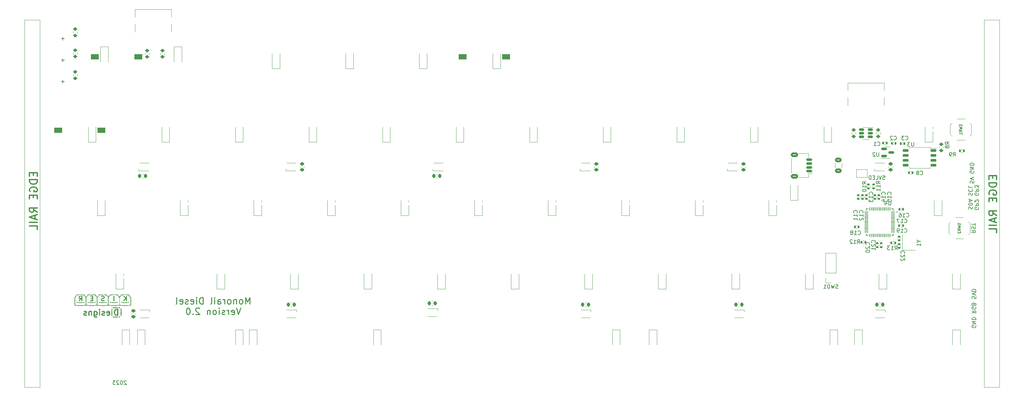
<source format=gbo>
%TF.GenerationSoftware,KiCad,Pcbnew,(6.0.10)*%
%TF.CreationDate,2023-05-22T09:52:37-05:00*%
%TF.ProjectId,Monorail_Diesel_Reduced,4d6f6e6f-7261-4696-9c5f-44696573656c,rev?*%
%TF.SameCoordinates,Original*%
%TF.FileFunction,Legend,Bot*%
%TF.FilePolarity,Positive*%
%FSLAX46Y46*%
G04 Gerber Fmt 4.6, Leading zero omitted, Abs format (unit mm)*
G04 Created by KiCad (PCBNEW (6.0.10)) date 2023-05-22 09:52:37*
%MOMM*%
%LPD*%
G01*
G04 APERTURE LIST*
G04 Aperture macros list*
%AMRoundRect*
0 Rectangle with rounded corners*
0 $1 Rounding radius*
0 $2 $3 $4 $5 $6 $7 $8 $9 X,Y pos of 4 corners*
0 Add a 4 corners polygon primitive as box body*
4,1,4,$2,$3,$4,$5,$6,$7,$8,$9,$2,$3,0*
0 Add four circle primitives for the rounded corners*
1,1,$1+$1,$2,$3*
1,1,$1+$1,$4,$5*
1,1,$1+$1,$6,$7*
1,1,$1+$1,$8,$9*
0 Add four rect primitives between the rounded corners*
20,1,$1+$1,$2,$3,$4,$5,0*
20,1,$1+$1,$4,$5,$6,$7,0*
20,1,$1+$1,$6,$7,$8,$9,0*
20,1,$1+$1,$8,$9,$2,$3,0*%
G04 Aperture macros list end*
%ADD10C,0.120000*%
%ADD11C,0.250000*%
%ADD12C,0.150000*%
%ADD13C,0.300000*%
%ADD14C,0.127000*%
%ADD15C,0.200000*%
%ADD16C,0.500000*%
%ADD17C,1.750000*%
%ADD18C,3.987800*%
%ADD19C,3.000000*%
%ADD20R,2.550000X2.500000*%
%ADD21C,0.787400*%
%ADD22C,3.048000*%
%ADD23R,1.700000X1.700000*%
%ADD24O,1.700000X1.700000*%
%ADD25R,1.800000X1.800000*%
%ADD26C,1.800000*%
%ADD27C,4.400000*%
%ADD28C,2.000000*%
%ADD29RoundRect,1.000000X0.000000X-0.650000X0.000000X0.650000X0.000000X0.650000X0.000000X-0.650000X0*%
%ADD30RoundRect,0.250000X0.625000X-0.375000X0.625000X0.375000X-0.625000X0.375000X-0.625000X-0.375000X0*%
%ADD31C,0.650000*%
%ADD32R,0.600000X1.450000*%
%ADD33R,0.300000X1.450000*%
%ADD34O,1.000000X2.100000*%
%ADD35O,1.000000X1.600000*%
%ADD36RoundRect,0.200000X0.275000X-0.200000X0.275000X0.200000X-0.275000X0.200000X-0.275000X-0.200000X0*%
%ADD37RoundRect,0.135000X0.185000X-0.135000X0.185000X0.135000X-0.185000X0.135000X-0.185000X-0.135000X0*%
%ADD38RoundRect,0.150000X0.512500X0.150000X-0.512500X0.150000X-0.512500X-0.150000X0.512500X-0.150000X0*%
%ADD39R,1.200000X0.900000*%
%ADD40RoundRect,0.225000X-0.250000X0.225000X-0.250000X-0.225000X0.250000X-0.225000X0.250000X0.225000X0*%
%ADD41RoundRect,0.135000X-0.135000X-0.185000X0.135000X-0.185000X0.135000X0.185000X-0.135000X0.185000X0*%
%ADD42R,0.700000X0.700000*%
%ADD43RoundRect,0.140000X0.170000X-0.140000X0.170000X0.140000X-0.170000X0.140000X-0.170000X-0.140000X0*%
%ADD44RoundRect,0.225000X0.225000X0.250000X-0.225000X0.250000X-0.225000X-0.250000X0.225000X-0.250000X0*%
%ADD45RoundRect,0.200000X-0.275000X0.200000X-0.275000X-0.200000X0.275000X-0.200000X0.275000X0.200000X0*%
%ADD46RoundRect,0.140000X0.140000X0.170000X-0.140000X0.170000X-0.140000X-0.170000X0.140000X-0.170000X0*%
%ADD47RoundRect,0.140000X-0.140000X-0.170000X0.140000X-0.170000X0.140000X0.170000X-0.140000X0.170000X0*%
%ADD48R,1.000000X1.700000*%
%ADD49RoundRect,0.006000X0.414000X0.094000X-0.414000X0.094000X-0.414000X-0.094000X0.414000X-0.094000X0*%
%ADD50RoundRect,0.020000X0.080000X0.400000X-0.080000X0.400000X-0.080000X-0.400000X0.080000X-0.400000X0*%
%ADD51R,3.100000X3.100000*%
%ADD52RoundRect,0.225000X-0.225000X-0.250000X0.225000X-0.250000X0.225000X0.250000X-0.225000X0.250000X0*%
%ADD53RoundRect,0.225000X0.250000X-0.225000X0.250000X0.225000X-0.250000X0.225000X-0.250000X-0.225000X0*%
%ADD54RoundRect,0.140000X-0.170000X0.140000X-0.170000X-0.140000X0.170000X-0.140000X0.170000X0.140000X0*%
%ADD55RoundRect,0.150000X0.650000X0.150000X-0.650000X0.150000X-0.650000X-0.150000X0.650000X-0.150000X0*%
%ADD56RoundRect,0.150000X0.625000X-0.150000X0.625000X0.150000X-0.625000X0.150000X-0.625000X-0.150000X0*%
%ADD57RoundRect,0.250000X0.650000X-0.350000X0.650000X0.350000X-0.650000X0.350000X-0.650000X-0.350000X0*%
%ADD58RoundRect,1.000000X0.000000X0.650000X0.000000X-0.650000X0.000000X-0.650000X0.000000X0.650000X0*%
%ADD59R,1.000000X1.500000*%
%ADD60RoundRect,0.150000X-0.587500X-0.150000X0.587500X-0.150000X0.587500X0.150000X-0.587500X0.150000X0*%
%ADD61R,1.200000X1.400000*%
%ADD62RoundRect,0.135000X0.135000X0.185000X-0.135000X0.185000X-0.135000X-0.185000X0.135000X-0.185000X0*%
G04 APERTURE END LIST*
D10*
X24606250Y-44450000D02*
X28575000Y-44450000D01*
X28575000Y-44450000D02*
X28575000Y-139700000D01*
X28575000Y-139700000D02*
X24606250Y-139700000D01*
X24606250Y-139700000D02*
X24606250Y-44450000D01*
X273050000Y-44450000D02*
X277018750Y-44450000D01*
X277018750Y-44450000D02*
X277018750Y-139700000D01*
X277018750Y-139700000D02*
X273050000Y-139700000D01*
X273050000Y-139700000D02*
X273050000Y-44450000D01*
D11*
X82933779Y-118066172D02*
X82933779Y-116366172D01*
X82367113Y-117580458D01*
X81800446Y-116366172D01*
X81800446Y-118066172D01*
X80748065Y-118066172D02*
X80909970Y-117985220D01*
X80990922Y-117904267D01*
X81071875Y-117742363D01*
X81071875Y-117256648D01*
X80990922Y-117094744D01*
X80909970Y-117013791D01*
X80748065Y-116932839D01*
X80505208Y-116932839D01*
X80343303Y-117013791D01*
X80262351Y-117094744D01*
X80181398Y-117256648D01*
X80181398Y-117742363D01*
X80262351Y-117904267D01*
X80343303Y-117985220D01*
X80505208Y-118066172D01*
X80748065Y-118066172D01*
X79452827Y-116932839D02*
X79452827Y-118066172D01*
X79452827Y-117094744D02*
X79371875Y-117013791D01*
X79209970Y-116932839D01*
X78967113Y-116932839D01*
X78805208Y-117013791D01*
X78724255Y-117175696D01*
X78724255Y-118066172D01*
X77671875Y-118066172D02*
X77833779Y-117985220D01*
X77914732Y-117904267D01*
X77995684Y-117742363D01*
X77995684Y-117256648D01*
X77914732Y-117094744D01*
X77833779Y-117013791D01*
X77671875Y-116932839D01*
X77429017Y-116932839D01*
X77267113Y-117013791D01*
X77186160Y-117094744D01*
X77105208Y-117256648D01*
X77105208Y-117742363D01*
X77186160Y-117904267D01*
X77267113Y-117985220D01*
X77429017Y-118066172D01*
X77671875Y-118066172D01*
X76376636Y-118066172D02*
X76376636Y-116932839D01*
X76376636Y-117256648D02*
X76295684Y-117094744D01*
X76214732Y-117013791D01*
X76052827Y-116932839D01*
X75890922Y-116932839D01*
X74595684Y-118066172D02*
X74595684Y-117175696D01*
X74676636Y-117013791D01*
X74838541Y-116932839D01*
X75162351Y-116932839D01*
X75324255Y-117013791D01*
X74595684Y-117985220D02*
X74757589Y-118066172D01*
X75162351Y-118066172D01*
X75324255Y-117985220D01*
X75405208Y-117823315D01*
X75405208Y-117661410D01*
X75324255Y-117499505D01*
X75162351Y-117418553D01*
X74757589Y-117418553D01*
X74595684Y-117337601D01*
X73786160Y-118066172D02*
X73786160Y-116932839D01*
X73786160Y-116366172D02*
X73867113Y-116447125D01*
X73786160Y-116528077D01*
X73705208Y-116447125D01*
X73786160Y-116366172D01*
X73786160Y-116528077D01*
X72733779Y-118066172D02*
X72895684Y-117985220D01*
X72976636Y-117823315D01*
X72976636Y-116366172D01*
X70790922Y-118066172D02*
X70790922Y-116366172D01*
X70386160Y-116366172D01*
X70143303Y-116447125D01*
X69981398Y-116609029D01*
X69900446Y-116770934D01*
X69819494Y-117094744D01*
X69819494Y-117337601D01*
X69900446Y-117661410D01*
X69981398Y-117823315D01*
X70143303Y-117985220D01*
X70386160Y-118066172D01*
X70790922Y-118066172D01*
X69090922Y-118066172D02*
X69090922Y-116932839D01*
X69090922Y-116366172D02*
X69171875Y-116447125D01*
X69090922Y-116528077D01*
X69009970Y-116447125D01*
X69090922Y-116366172D01*
X69090922Y-116528077D01*
X67633779Y-117985220D02*
X67795684Y-118066172D01*
X68119494Y-118066172D01*
X68281398Y-117985220D01*
X68362351Y-117823315D01*
X68362351Y-117175696D01*
X68281398Y-117013791D01*
X68119494Y-116932839D01*
X67795684Y-116932839D01*
X67633779Y-117013791D01*
X67552827Y-117175696D01*
X67552827Y-117337601D01*
X68362351Y-117499505D01*
X66905208Y-117985220D02*
X66743303Y-118066172D01*
X66419494Y-118066172D01*
X66257589Y-117985220D01*
X66176636Y-117823315D01*
X66176636Y-117742363D01*
X66257589Y-117580458D01*
X66419494Y-117499505D01*
X66662351Y-117499505D01*
X66824255Y-117418553D01*
X66905208Y-117256648D01*
X66905208Y-117175696D01*
X66824255Y-117013791D01*
X66662351Y-116932839D01*
X66419494Y-116932839D01*
X66257589Y-117013791D01*
X64800446Y-117985220D02*
X64962351Y-118066172D01*
X65286160Y-118066172D01*
X65448065Y-117985220D01*
X65529017Y-117823315D01*
X65529017Y-117175696D01*
X65448065Y-117013791D01*
X65286160Y-116932839D01*
X64962351Y-116932839D01*
X64800446Y-117013791D01*
X64719494Y-117175696D01*
X64719494Y-117337601D01*
X65529017Y-117499505D01*
X63748065Y-118066172D02*
X63909970Y-117985220D01*
X63990922Y-117823315D01*
X63990922Y-116366172D01*
X80545684Y-119103172D02*
X79979017Y-120803172D01*
X79412351Y-119103172D01*
X78198065Y-120722220D02*
X78359970Y-120803172D01*
X78683779Y-120803172D01*
X78845684Y-120722220D01*
X78926636Y-120560315D01*
X78926636Y-119912696D01*
X78845684Y-119750791D01*
X78683779Y-119669839D01*
X78359970Y-119669839D01*
X78198065Y-119750791D01*
X78117113Y-119912696D01*
X78117113Y-120074601D01*
X78926636Y-120236505D01*
X77388541Y-120803172D02*
X77388541Y-119669839D01*
X77388541Y-119993648D02*
X77307589Y-119831744D01*
X77226636Y-119750791D01*
X77064732Y-119669839D01*
X76902827Y-119669839D01*
X76417113Y-120722220D02*
X76255208Y-120803172D01*
X75931398Y-120803172D01*
X75769494Y-120722220D01*
X75688541Y-120560315D01*
X75688541Y-120479363D01*
X75769494Y-120317458D01*
X75931398Y-120236505D01*
X76174255Y-120236505D01*
X76336160Y-120155553D01*
X76417113Y-119993648D01*
X76417113Y-119912696D01*
X76336160Y-119750791D01*
X76174255Y-119669839D01*
X75931398Y-119669839D01*
X75769494Y-119750791D01*
X74959970Y-120803172D02*
X74959970Y-119669839D01*
X74959970Y-119103172D02*
X75040922Y-119184125D01*
X74959970Y-119265077D01*
X74879017Y-119184125D01*
X74959970Y-119103172D01*
X74959970Y-119265077D01*
X73907589Y-120803172D02*
X74069494Y-120722220D01*
X74150446Y-120641267D01*
X74231398Y-120479363D01*
X74231398Y-119993648D01*
X74150446Y-119831744D01*
X74069494Y-119750791D01*
X73907589Y-119669839D01*
X73664732Y-119669839D01*
X73502827Y-119750791D01*
X73421875Y-119831744D01*
X73340922Y-119993648D01*
X73340922Y-120479363D01*
X73421875Y-120641267D01*
X73502827Y-120722220D01*
X73664732Y-120803172D01*
X73907589Y-120803172D01*
X72612351Y-119669839D02*
X72612351Y-120803172D01*
X72612351Y-119831744D02*
X72531398Y-119750791D01*
X72369494Y-119669839D01*
X72126636Y-119669839D01*
X71964732Y-119750791D01*
X71883779Y-119912696D01*
X71883779Y-120803172D01*
X69859970Y-119265077D02*
X69779017Y-119184125D01*
X69617113Y-119103172D01*
X69212351Y-119103172D01*
X69050446Y-119184125D01*
X68969494Y-119265077D01*
X68888541Y-119426982D01*
X68888541Y-119588886D01*
X68969494Y-119831744D01*
X69940922Y-120803172D01*
X68888541Y-120803172D01*
X68159970Y-120641267D02*
X68079017Y-120722220D01*
X68159970Y-120803172D01*
X68240922Y-120722220D01*
X68159970Y-120641267D01*
X68159970Y-120803172D01*
X67026636Y-119103172D02*
X66864732Y-119103172D01*
X66702827Y-119184125D01*
X66621875Y-119265077D01*
X66540922Y-119426982D01*
X66459970Y-119750791D01*
X66459970Y-120155553D01*
X66540922Y-120479363D01*
X66621875Y-120641267D01*
X66702827Y-120722220D01*
X66864732Y-120803172D01*
X67026636Y-120803172D01*
X67188541Y-120722220D01*
X67269494Y-120641267D01*
X67350446Y-120479363D01*
X67431398Y-120155553D01*
X67431398Y-119750791D01*
X67350446Y-119426982D01*
X67269494Y-119265077D01*
X67188541Y-119184125D01*
X67026636Y-119103172D01*
D12*
X34909077Y-54840178D02*
X34147172Y-54840178D01*
X34528125Y-55221130D02*
X34528125Y-54459226D01*
X269819494Y-98972619D02*
X270295684Y-99305952D01*
X269819494Y-99544047D02*
X270819494Y-99544047D01*
X270819494Y-99163095D01*
X270771875Y-99067857D01*
X270724255Y-99020238D01*
X270629017Y-98972619D01*
X270486160Y-98972619D01*
X270390922Y-99020238D01*
X270343303Y-99067857D01*
X270295684Y-99163095D01*
X270295684Y-99544047D01*
X269867113Y-98591666D02*
X269819494Y-98448809D01*
X269819494Y-98210714D01*
X269867113Y-98115476D01*
X269914732Y-98067857D01*
X270009970Y-98020238D01*
X270105208Y-98020238D01*
X270200446Y-98067857D01*
X270248065Y-98115476D01*
X270295684Y-98210714D01*
X270343303Y-98401190D01*
X270390922Y-98496428D01*
X270438541Y-98544047D01*
X270533779Y-98591666D01*
X270629017Y-98591666D01*
X270724255Y-98544047D01*
X270771875Y-98496428D01*
X270819494Y-98401190D01*
X270819494Y-98163095D01*
X270771875Y-98020238D01*
X270819494Y-97734523D02*
X270819494Y-97163095D01*
X269819494Y-97448809D02*
X270819494Y-97448809D01*
X50926785Y-138056994D02*
X50879166Y-138009375D01*
X50783928Y-137961755D01*
X50545833Y-137961755D01*
X50450595Y-138009375D01*
X50402976Y-138056994D01*
X50355357Y-138152232D01*
X50355357Y-138247470D01*
X50402976Y-138390327D01*
X50974404Y-138961755D01*
X50355357Y-138961755D01*
X49736309Y-137961755D02*
X49641071Y-137961755D01*
X49545833Y-138009375D01*
X49498214Y-138056994D01*
X49450595Y-138152232D01*
X49402976Y-138342708D01*
X49402976Y-138580803D01*
X49450595Y-138771279D01*
X49498214Y-138866517D01*
X49545833Y-138914136D01*
X49641071Y-138961755D01*
X49736309Y-138961755D01*
X49831547Y-138914136D01*
X49879166Y-138866517D01*
X49926785Y-138771279D01*
X49974404Y-138580803D01*
X49974404Y-138342708D01*
X49926785Y-138152232D01*
X49879166Y-138056994D01*
X49831547Y-138009375D01*
X49736309Y-137961755D01*
X49022023Y-138056994D02*
X48974404Y-138009375D01*
X48879166Y-137961755D01*
X48641071Y-137961755D01*
X48545833Y-138009375D01*
X48498214Y-138056994D01*
X48450595Y-138152232D01*
X48450595Y-138247470D01*
X48498214Y-138390327D01*
X49069642Y-138961755D01*
X48450595Y-138961755D01*
X48117261Y-137961755D02*
X47498214Y-137961755D01*
X47831547Y-138342708D01*
X47688690Y-138342708D01*
X47593452Y-138390327D01*
X47545833Y-138437946D01*
X47498214Y-138533184D01*
X47498214Y-138771279D01*
X47545833Y-138866517D01*
X47593452Y-138914136D01*
X47688690Y-138961755D01*
X47974404Y-138961755D01*
X48069642Y-138914136D01*
X48117261Y-138866517D01*
X34909077Y-49283928D02*
X34147172Y-49283928D01*
X34528125Y-49664880D02*
X34528125Y-48902976D01*
X270422619Y-86232738D02*
X270422619Y-86708928D01*
X269946428Y-86756547D01*
X269994047Y-86708928D01*
X270041666Y-86613690D01*
X270041666Y-86375595D01*
X269994047Y-86280357D01*
X269946428Y-86232738D01*
X269851190Y-86185119D01*
X269613095Y-86185119D01*
X269517857Y-86232738D01*
X269470238Y-86280357D01*
X269422619Y-86375595D01*
X269422619Y-86613690D01*
X269470238Y-86708928D01*
X269517857Y-86756547D01*
X270422619Y-85899404D02*
X269422619Y-85566071D01*
X270422619Y-85232738D01*
X270375000Y-83613690D02*
X270422619Y-83708928D01*
X270422619Y-83851785D01*
X270375000Y-83994642D01*
X270279761Y-84089880D01*
X270184523Y-84137500D01*
X269994047Y-84185119D01*
X269851190Y-84185119D01*
X269660714Y-84137500D01*
X269565476Y-84089880D01*
X269470238Y-83994642D01*
X269422619Y-83851785D01*
X269422619Y-83756547D01*
X269470238Y-83613690D01*
X269517857Y-83566071D01*
X269851190Y-83566071D01*
X269851190Y-83756547D01*
X269422619Y-83137500D02*
X270422619Y-83137500D01*
X269422619Y-82566071D01*
X270422619Y-82566071D01*
X269422619Y-82089880D02*
X270422619Y-82089880D01*
X270422619Y-81851785D01*
X270375000Y-81708928D01*
X270279761Y-81613690D01*
X270184523Y-81566071D01*
X269994047Y-81518452D01*
X269851190Y-81518452D01*
X269660714Y-81566071D01*
X269565476Y-81613690D01*
X269470238Y-81708928D01*
X269422619Y-81851785D01*
X269422619Y-82089880D01*
X246860119Y-84789880D02*
X247336309Y-84789880D01*
X247383928Y-85266071D01*
X247336309Y-85218452D01*
X247241071Y-85170833D01*
X247002976Y-85170833D01*
X246907738Y-85218452D01*
X246860119Y-85266071D01*
X246812499Y-85361309D01*
X246812499Y-85599404D01*
X246860119Y-85694642D01*
X246907738Y-85742261D01*
X247002976Y-85789880D01*
X247241071Y-85789880D01*
X247336309Y-85742261D01*
X247383928Y-85694642D01*
X246526785Y-84789880D02*
X246193452Y-85789880D01*
X245860119Y-84789880D01*
X245050595Y-85789880D02*
X245526785Y-85789880D01*
X245526785Y-84789880D01*
X244717261Y-85266071D02*
X244383928Y-85266071D01*
X244241071Y-85789880D02*
X244717261Y-85789880D01*
X244717261Y-84789880D01*
X244241071Y-84789880D01*
X243812499Y-85789880D02*
X243812499Y-84789880D01*
X243574404Y-84789880D01*
X243431547Y-84837500D01*
X243336309Y-84932738D01*
X243288690Y-85027976D01*
X243241071Y-85218452D01*
X243241071Y-85361309D01*
X243288690Y-85551785D01*
X243336309Y-85647023D01*
X243431547Y-85742261D01*
X243574404Y-85789880D01*
X243812499Y-85789880D01*
X271622683Y-93058928D02*
X271670302Y-93154166D01*
X271670302Y-93297023D01*
X271622683Y-93439880D01*
X271527444Y-93535119D01*
X271432206Y-93582738D01*
X271241730Y-93630357D01*
X271098873Y-93630357D01*
X270908397Y-93582738D01*
X270813159Y-93535119D01*
X270717921Y-93439880D01*
X270670302Y-93297023D01*
X270670302Y-93201785D01*
X270717921Y-93058928D01*
X270765540Y-93011309D01*
X271098873Y-93011309D01*
X271098873Y-93201785D01*
X270670302Y-92582738D02*
X271670302Y-92582738D01*
X271670302Y-92201785D01*
X271622683Y-92106547D01*
X271575063Y-92058928D01*
X271479825Y-92011309D01*
X271336968Y-92011309D01*
X271241730Y-92058928D01*
X271194111Y-92106547D01*
X271146492Y-92201785D01*
X271146492Y-92582738D01*
X271575063Y-91630357D02*
X271622683Y-91582738D01*
X271670302Y-91487500D01*
X271670302Y-91249404D01*
X271622683Y-91154166D01*
X271575063Y-91106547D01*
X271479825Y-91058928D01*
X271384587Y-91058928D01*
X271241730Y-91106547D01*
X270670302Y-91677976D01*
X270670302Y-91058928D01*
X271622683Y-89344642D02*
X271670302Y-89439880D01*
X271670302Y-89582738D01*
X271622683Y-89725595D01*
X271527444Y-89820833D01*
X271432206Y-89868452D01*
X271241730Y-89916071D01*
X271098873Y-89916071D01*
X270908397Y-89868452D01*
X270813159Y-89820833D01*
X270717921Y-89725595D01*
X270670302Y-89582738D01*
X270670302Y-89487500D01*
X270717921Y-89344642D01*
X270765540Y-89297023D01*
X271098873Y-89297023D01*
X271098873Y-89487500D01*
X270670302Y-88868452D02*
X271670302Y-88868452D01*
X271670302Y-88487500D01*
X271622683Y-88392261D01*
X271575063Y-88344642D01*
X271479825Y-88297023D01*
X271336968Y-88297023D01*
X271241730Y-88344642D01*
X271194111Y-88392261D01*
X271146492Y-88487500D01*
X271146492Y-88868452D01*
X271670302Y-87963690D02*
X271670302Y-87344642D01*
X271289349Y-87677976D01*
X271289349Y-87535119D01*
X271241730Y-87439880D01*
X271194111Y-87392261D01*
X271098873Y-87344642D01*
X270860778Y-87344642D01*
X270765540Y-87392261D01*
X270717921Y-87439880D01*
X270670302Y-87535119D01*
X270670302Y-87820833D01*
X270717921Y-87916071D01*
X270765540Y-87963690D01*
X269107921Y-93463690D02*
X269060302Y-93320833D01*
X269060302Y-93082738D01*
X269107921Y-92987500D01*
X269155540Y-92939880D01*
X269250778Y-92892261D01*
X269346016Y-92892261D01*
X269441254Y-92939880D01*
X269488873Y-92987500D01*
X269536492Y-93082738D01*
X269584111Y-93273214D01*
X269631730Y-93368452D01*
X269679349Y-93416071D01*
X269774587Y-93463690D01*
X269869825Y-93463690D01*
X269965063Y-93416071D01*
X270012683Y-93368452D01*
X270060302Y-93273214D01*
X270060302Y-93035119D01*
X270012683Y-92892261D01*
X269060302Y-92463690D02*
X270060302Y-92463690D01*
X270060302Y-92225595D01*
X270012683Y-92082738D01*
X269917444Y-91987500D01*
X269822206Y-91939880D01*
X269631730Y-91892261D01*
X269488873Y-91892261D01*
X269298397Y-91939880D01*
X269203159Y-91987500D01*
X269107921Y-92082738D01*
X269060302Y-92225595D01*
X269060302Y-92463690D01*
X269346016Y-91511309D02*
X269346016Y-91035119D01*
X269060302Y-91606547D02*
X270060302Y-91273214D01*
X269060302Y-90939880D01*
X269107921Y-89892261D02*
X269060302Y-89749404D01*
X269060302Y-89511309D01*
X269107921Y-89416071D01*
X269155540Y-89368452D01*
X269250778Y-89320833D01*
X269346016Y-89320833D01*
X269441254Y-89368452D01*
X269488873Y-89416071D01*
X269536492Y-89511309D01*
X269584111Y-89701785D01*
X269631730Y-89797023D01*
X269679349Y-89844642D01*
X269774587Y-89892261D01*
X269869825Y-89892261D01*
X269965063Y-89844642D01*
X270012683Y-89797023D01*
X270060302Y-89701785D01*
X270060302Y-89463690D01*
X270012683Y-89320833D01*
X269155540Y-88320833D02*
X269107921Y-88368452D01*
X269060302Y-88511309D01*
X269060302Y-88606547D01*
X269107921Y-88749404D01*
X269203159Y-88844642D01*
X269298397Y-88892261D01*
X269488873Y-88939880D01*
X269631730Y-88939880D01*
X269822206Y-88892261D01*
X269917444Y-88844642D01*
X270012683Y-88749404D01*
X270060302Y-88606547D01*
X270060302Y-88511309D01*
X270012683Y-88368452D01*
X269965063Y-88320833D01*
X269060302Y-87416071D02*
X269060302Y-87892261D01*
X270060302Y-87892261D01*
X34909077Y-60396428D02*
X34147172Y-60396428D01*
X34528125Y-60777380D02*
X34528125Y-60015476D01*
X270886621Y-123682190D02*
X270934240Y-123777428D01*
X270934240Y-123920285D01*
X270886621Y-124063142D01*
X270791382Y-124158380D01*
X270696144Y-124205999D01*
X270505668Y-124253619D01*
X270362811Y-124253619D01*
X270172335Y-124205999D01*
X270077097Y-124158380D01*
X269981859Y-124063142D01*
X269934240Y-123920285D01*
X269934240Y-123825047D01*
X269981859Y-123682190D01*
X270029478Y-123634571D01*
X270362811Y-123634571D01*
X270362811Y-123825047D01*
X269934240Y-123205999D02*
X270934240Y-123205999D01*
X269934240Y-122634571D01*
X270934240Y-122634571D01*
X269934240Y-122158380D02*
X270934240Y-122158380D01*
X270934240Y-121920285D01*
X270886621Y-121777428D01*
X270791382Y-121682190D01*
X270696144Y-121634571D01*
X270505668Y-121586952D01*
X270362811Y-121586952D01*
X270172335Y-121634571D01*
X270077097Y-121682190D01*
X269981859Y-121777428D01*
X269934240Y-121920285D01*
X269934240Y-122158380D01*
X269934240Y-119825047D02*
X270410430Y-120158380D01*
X269934240Y-120396476D02*
X270934240Y-120396476D01*
X270934240Y-120015523D01*
X270886621Y-119920285D01*
X270839001Y-119872666D01*
X270743763Y-119825047D01*
X270600906Y-119825047D01*
X270505668Y-119872666D01*
X270458049Y-119920285D01*
X270410430Y-120015523D01*
X270410430Y-120396476D01*
X270886621Y-118872666D02*
X270934240Y-118967904D01*
X270934240Y-119110761D01*
X270886621Y-119253619D01*
X270791382Y-119348857D01*
X270696144Y-119396476D01*
X270505668Y-119444095D01*
X270362811Y-119444095D01*
X270172335Y-119396476D01*
X270077097Y-119348857D01*
X269981859Y-119253619D01*
X269934240Y-119110761D01*
X269934240Y-119015523D01*
X269981859Y-118872666D01*
X270029478Y-118825047D01*
X270362811Y-118825047D01*
X270362811Y-119015523D01*
X270458049Y-118063142D02*
X270410430Y-117920285D01*
X270362811Y-117872666D01*
X270267573Y-117825047D01*
X270124716Y-117825047D01*
X270029478Y-117872666D01*
X269981859Y-117920285D01*
X269934240Y-118015523D01*
X269934240Y-118396476D01*
X270934240Y-118396476D01*
X270934240Y-118063142D01*
X270886621Y-117967904D01*
X270839001Y-117920285D01*
X270743763Y-117872666D01*
X270648525Y-117872666D01*
X270553287Y-117920285D01*
X270505668Y-117967904D01*
X270458049Y-118063142D01*
X270458049Y-118396476D01*
X270934240Y-116158380D02*
X270934240Y-116634571D01*
X270458049Y-116682190D01*
X270505668Y-116634571D01*
X270553287Y-116539333D01*
X270553287Y-116301238D01*
X270505668Y-116205999D01*
X270458049Y-116158380D01*
X270362811Y-116110761D01*
X270124716Y-116110761D01*
X270029478Y-116158380D01*
X269981859Y-116205999D01*
X269934240Y-116301238D01*
X269934240Y-116539333D01*
X269981859Y-116634571D01*
X270029478Y-116682190D01*
X270934240Y-115825047D02*
X269934240Y-115491714D01*
X270934240Y-115158380D01*
X269934240Y-114825047D02*
X270934240Y-114825047D01*
X270934240Y-114586952D01*
X270886621Y-114444095D01*
X270791382Y-114348857D01*
X270696144Y-114301238D01*
X270505668Y-114253619D01*
X270362811Y-114253619D01*
X270172335Y-114301238D01*
X270077097Y-114348857D01*
X269981859Y-114444095D01*
X269934240Y-114586952D01*
X269934240Y-114825047D01*
D13*
X26844642Y-84043154D02*
X26844642Y-84709821D01*
X27892261Y-84995535D02*
X27892261Y-84043154D01*
X25892261Y-84043154D01*
X25892261Y-84995535D01*
X27892261Y-85852678D02*
X25892261Y-85852678D01*
X25892261Y-86328869D01*
X25987500Y-86614583D01*
X26177976Y-86805059D01*
X26368452Y-86900297D01*
X26749404Y-86995535D01*
X27035119Y-86995535D01*
X27416071Y-86900297D01*
X27606547Y-86805059D01*
X27797023Y-86614583D01*
X27892261Y-86328869D01*
X27892261Y-85852678D01*
X25987500Y-88900297D02*
X25892261Y-88709821D01*
X25892261Y-88424107D01*
X25987500Y-88138392D01*
X26177976Y-87947916D01*
X26368452Y-87852678D01*
X26749404Y-87757440D01*
X27035119Y-87757440D01*
X27416071Y-87852678D01*
X27606547Y-87947916D01*
X27797023Y-88138392D01*
X27892261Y-88424107D01*
X27892261Y-88614583D01*
X27797023Y-88900297D01*
X27701785Y-88995535D01*
X27035119Y-88995535D01*
X27035119Y-88614583D01*
X26844642Y-89852678D02*
X26844642Y-90519345D01*
X27892261Y-90805059D02*
X27892261Y-89852678D01*
X25892261Y-89852678D01*
X25892261Y-90805059D01*
X27892261Y-94328869D02*
X26939880Y-93662202D01*
X27892261Y-93186011D02*
X25892261Y-93186011D01*
X25892261Y-93947916D01*
X25987500Y-94138392D01*
X26082738Y-94233630D01*
X26273214Y-94328869D01*
X26558928Y-94328869D01*
X26749404Y-94233630D01*
X26844642Y-94138392D01*
X26939880Y-93947916D01*
X26939880Y-93186011D01*
X27320833Y-95090773D02*
X27320833Y-96043154D01*
X27892261Y-94900297D02*
X25892261Y-95566964D01*
X27892261Y-96233630D01*
X27892261Y-96900297D02*
X25892261Y-96900297D01*
X27892261Y-98805059D02*
X27892261Y-97852678D01*
X25892261Y-97852678D01*
X275288392Y-84836904D02*
X275288392Y-85503571D01*
X276336011Y-85789285D02*
X276336011Y-84836904D01*
X274336011Y-84836904D01*
X274336011Y-85789285D01*
X276336011Y-86646428D02*
X274336011Y-86646428D01*
X274336011Y-87122619D01*
X274431250Y-87408333D01*
X274621726Y-87598809D01*
X274812202Y-87694047D01*
X275193154Y-87789285D01*
X275478869Y-87789285D01*
X275859821Y-87694047D01*
X276050297Y-87598809D01*
X276240773Y-87408333D01*
X276336011Y-87122619D01*
X276336011Y-86646428D01*
X274431250Y-89694047D02*
X274336011Y-89503571D01*
X274336011Y-89217857D01*
X274431250Y-88932142D01*
X274621726Y-88741666D01*
X274812202Y-88646428D01*
X275193154Y-88551190D01*
X275478869Y-88551190D01*
X275859821Y-88646428D01*
X276050297Y-88741666D01*
X276240773Y-88932142D01*
X276336011Y-89217857D01*
X276336011Y-89408333D01*
X276240773Y-89694047D01*
X276145535Y-89789285D01*
X275478869Y-89789285D01*
X275478869Y-89408333D01*
X275288392Y-90646428D02*
X275288392Y-91313095D01*
X276336011Y-91598809D02*
X276336011Y-90646428D01*
X274336011Y-90646428D01*
X274336011Y-91598809D01*
X276336011Y-95122619D02*
X275383630Y-94455952D01*
X276336011Y-93979761D02*
X274336011Y-93979761D01*
X274336011Y-94741666D01*
X274431250Y-94932142D01*
X274526488Y-95027380D01*
X274716964Y-95122619D01*
X275002678Y-95122619D01*
X275193154Y-95027380D01*
X275288392Y-94932142D01*
X275383630Y-94741666D01*
X275383630Y-93979761D01*
X275764583Y-95884523D02*
X275764583Y-96836904D01*
X276336011Y-95694047D02*
X274336011Y-96360714D01*
X276336011Y-97027380D01*
X276336011Y-97694047D02*
X274336011Y-97694047D01*
X276336011Y-99598809D02*
X276336011Y-98646428D01*
X274336011Y-98646428D01*
D12*
%TO.C,R10*%
X242546130Y-86994642D02*
X242069940Y-86661309D01*
X242546130Y-86423214D02*
X241546130Y-86423214D01*
X241546130Y-86804166D01*
X241593750Y-86899404D01*
X241641369Y-86947023D01*
X241736607Y-86994642D01*
X241879464Y-86994642D01*
X241974702Y-86947023D01*
X242022321Y-86899404D01*
X242069940Y-86804166D01*
X242069940Y-86423214D01*
X242546130Y-87947023D02*
X242546130Y-87375595D01*
X242546130Y-87661309D02*
X241546130Y-87661309D01*
X241688988Y-87566071D01*
X241784226Y-87470833D01*
X241831845Y-87375595D01*
X241546130Y-88566071D02*
X241546130Y-88661309D01*
X241593750Y-88756547D01*
X241641369Y-88804166D01*
X241736607Y-88851785D01*
X241927083Y-88899404D01*
X242165178Y-88899404D01*
X242355654Y-88851785D01*
X242450892Y-88804166D01*
X242498511Y-88756547D01*
X242546130Y-88661309D01*
X242546130Y-88566071D01*
X242498511Y-88470833D01*
X242450892Y-88423214D01*
X242355654Y-88375595D01*
X242165178Y-88327976D01*
X241927083Y-88327976D01*
X241736607Y-88375595D01*
X241641369Y-88423214D01*
X241593750Y-88470833D01*
X241546130Y-88566071D01*
%TO.C,SWD1*%
X235195833Y-114003511D02*
X235052976Y-114051130D01*
X234814880Y-114051130D01*
X234719642Y-114003511D01*
X234672023Y-113955892D01*
X234624404Y-113860654D01*
X234624404Y-113765416D01*
X234672023Y-113670178D01*
X234719642Y-113622559D01*
X234814880Y-113574940D01*
X235005357Y-113527321D01*
X235100595Y-113479702D01*
X235148214Y-113432083D01*
X235195833Y-113336845D01*
X235195833Y-113241607D01*
X235148214Y-113146369D01*
X235100595Y-113098750D01*
X235005357Y-113051130D01*
X234767261Y-113051130D01*
X234624404Y-113098750D01*
X234291071Y-113051130D02*
X234052976Y-114051130D01*
X233862500Y-113336845D01*
X233672023Y-114051130D01*
X233433928Y-113051130D01*
X233052976Y-114051130D02*
X233052976Y-113051130D01*
X232814880Y-113051130D01*
X232672023Y-113098750D01*
X232576785Y-113193988D01*
X232529166Y-113289226D01*
X232481547Y-113479702D01*
X232481547Y-113622559D01*
X232529166Y-113813035D01*
X232576785Y-113908273D01*
X232672023Y-114003511D01*
X232814880Y-114051130D01*
X233052976Y-114051130D01*
X231529166Y-114051130D02*
X232100595Y-114051130D01*
X231814880Y-114051130D02*
X231814880Y-113051130D01*
X231910119Y-113193988D01*
X232005357Y-113289226D01*
X232100595Y-113336845D01*
%TO.C,R9*%
X265076408Y-79760732D02*
X265409742Y-79284542D01*
X265647837Y-79760732D02*
X265647837Y-78760732D01*
X265266884Y-78760732D01*
X265171646Y-78808352D01*
X265124027Y-78855971D01*
X265076408Y-78951209D01*
X265076408Y-79094066D01*
X265124027Y-79189304D01*
X265171646Y-79236923D01*
X265266884Y-79284542D01*
X265647837Y-79284542D01*
X264600218Y-79760732D02*
X264409742Y-79760732D01*
X264314503Y-79713113D01*
X264266884Y-79665494D01*
X264171646Y-79522637D01*
X264124027Y-79332161D01*
X264124027Y-78951209D01*
X264171646Y-78855971D01*
X264219265Y-78808352D01*
X264314503Y-78760732D01*
X264504980Y-78760732D01*
X264600218Y-78808352D01*
X264647837Y-78855971D01*
X264695456Y-78951209D01*
X264695456Y-79189304D01*
X264647837Y-79284542D01*
X264600218Y-79332161D01*
X264504980Y-79379780D01*
X264314503Y-79379780D01*
X264219265Y-79332161D01*
X264171646Y-79284542D01*
X264124027Y-79189304D01*
%TO.C,C22*%
X252419642Y-104944642D02*
X252467261Y-104897023D01*
X252514880Y-104754166D01*
X252514880Y-104658928D01*
X252467261Y-104516071D01*
X252372023Y-104420833D01*
X252276785Y-104373214D01*
X252086309Y-104325595D01*
X251943452Y-104325595D01*
X251752976Y-104373214D01*
X251657738Y-104420833D01*
X251562500Y-104516071D01*
X251514880Y-104658928D01*
X251514880Y-104754166D01*
X251562500Y-104897023D01*
X251610119Y-104944642D01*
X251610119Y-105325595D02*
X251562500Y-105373214D01*
X251514880Y-105468452D01*
X251514880Y-105706547D01*
X251562500Y-105801785D01*
X251610119Y-105849404D01*
X251705357Y-105897023D01*
X251800595Y-105897023D01*
X251943452Y-105849404D01*
X252514880Y-105277976D01*
X252514880Y-105897023D01*
X251610119Y-106277976D02*
X251562500Y-106325595D01*
X251514880Y-106420833D01*
X251514880Y-106658928D01*
X251562500Y-106754166D01*
X251610119Y-106801785D01*
X251705357Y-106849404D01*
X251800595Y-106849404D01*
X251943452Y-106801785D01*
X252514880Y-106230357D01*
X252514880Y-106849404D01*
%TO.C,C15*%
X248919642Y-89694642D02*
X248967261Y-89647023D01*
X249014880Y-89504166D01*
X249014880Y-89408928D01*
X248967261Y-89266071D01*
X248872023Y-89170833D01*
X248776785Y-89123214D01*
X248586309Y-89075595D01*
X248443452Y-89075595D01*
X248252976Y-89123214D01*
X248157738Y-89170833D01*
X248062500Y-89266071D01*
X248014880Y-89408928D01*
X248014880Y-89504166D01*
X248062500Y-89647023D01*
X248110119Y-89694642D01*
X249014880Y-90647023D02*
X249014880Y-90075595D01*
X249014880Y-90361309D02*
X248014880Y-90361309D01*
X248157738Y-90266071D01*
X248252976Y-90170833D01*
X248300595Y-90075595D01*
X248014880Y-91551785D02*
X248014880Y-91075595D01*
X248491071Y-91027976D01*
X248443452Y-91075595D01*
X248395833Y-91170833D01*
X248395833Y-91408928D01*
X248443452Y-91504166D01*
X248491071Y-91551785D01*
X248586309Y-91599404D01*
X248824404Y-91599404D01*
X248919642Y-91551785D01*
X248967261Y-91504166D01*
X249014880Y-91408928D01*
X249014880Y-91170833D01*
X248967261Y-91075595D01*
X248919642Y-91027976D01*
%TO.C,R8*%
X264014880Y-76670833D02*
X263538690Y-76337500D01*
X264014880Y-76099404D02*
X263014880Y-76099404D01*
X263014880Y-76480357D01*
X263062500Y-76575595D01*
X263110119Y-76623214D01*
X263205357Y-76670833D01*
X263348214Y-76670833D01*
X263443452Y-76623214D01*
X263491071Y-76575595D01*
X263538690Y-76480357D01*
X263538690Y-76099404D01*
X263443452Y-77242261D02*
X263395833Y-77147023D01*
X263348214Y-77099404D01*
X263252976Y-77051785D01*
X263205357Y-77051785D01*
X263110119Y-77099404D01*
X263062500Y-77147023D01*
X263014880Y-77242261D01*
X263014880Y-77432738D01*
X263062500Y-77527976D01*
X263110119Y-77575595D01*
X263205357Y-77623214D01*
X263252976Y-77623214D01*
X263348214Y-77575595D01*
X263395833Y-77527976D01*
X263443452Y-77432738D01*
X263443452Y-77242261D01*
X263491071Y-77147023D01*
X263538690Y-77099404D01*
X263633928Y-77051785D01*
X263824404Y-77051785D01*
X263919642Y-77099404D01*
X263967261Y-77147023D01*
X264014880Y-77242261D01*
X264014880Y-77432738D01*
X263967261Y-77527976D01*
X263919642Y-77575595D01*
X263824404Y-77623214D01*
X263633928Y-77623214D01*
X263538690Y-77575595D01*
X263491071Y-77527976D01*
X263443452Y-77432738D01*
%TO.C,C3*%
X252729166Y-75444642D02*
X252776785Y-75492261D01*
X252919642Y-75539880D01*
X253014880Y-75539880D01*
X253157738Y-75492261D01*
X253252976Y-75397023D01*
X253300595Y-75301785D01*
X253348214Y-75111309D01*
X253348214Y-74968452D01*
X253300595Y-74777976D01*
X253252976Y-74682738D01*
X253157738Y-74587500D01*
X253014880Y-74539880D01*
X252919642Y-74539880D01*
X252776785Y-74587500D01*
X252729166Y-74635119D01*
X252395833Y-74539880D02*
X251776785Y-74539880D01*
X252110119Y-74920833D01*
X251967261Y-74920833D01*
X251872023Y-74968452D01*
X251824404Y-75016071D01*
X251776785Y-75111309D01*
X251776785Y-75349404D01*
X251824404Y-75444642D01*
X251872023Y-75492261D01*
X251967261Y-75539880D01*
X252252976Y-75539880D01*
X252348214Y-75492261D01*
X252395833Y-75444642D01*
%TO.C,C16*%
X252955357Y-95444642D02*
X253002976Y-95492261D01*
X253145833Y-95539880D01*
X253241071Y-95539880D01*
X253383928Y-95492261D01*
X253479166Y-95397023D01*
X253526785Y-95301785D01*
X253574404Y-95111309D01*
X253574404Y-94968452D01*
X253526785Y-94777976D01*
X253479166Y-94682738D01*
X253383928Y-94587500D01*
X253241071Y-94539880D01*
X253145833Y-94539880D01*
X253002976Y-94587500D01*
X252955357Y-94635119D01*
X252002976Y-95539880D02*
X252574404Y-95539880D01*
X252288690Y-95539880D02*
X252288690Y-94539880D01*
X252383928Y-94682738D01*
X252479166Y-94777976D01*
X252574404Y-94825595D01*
X251145833Y-94539880D02*
X251336309Y-94539880D01*
X251431547Y-94587500D01*
X251479166Y-94635119D01*
X251574404Y-94777976D01*
X251622023Y-94968452D01*
X251622023Y-95349404D01*
X251574404Y-95444642D01*
X251526785Y-95492261D01*
X251431547Y-95539880D01*
X251241071Y-95539880D01*
X251145833Y-95492261D01*
X251098214Y-95444642D01*
X251050595Y-95349404D01*
X251050595Y-95111309D01*
X251098214Y-95016071D01*
X251145833Y-94968452D01*
X251241071Y-94920833D01*
X251431547Y-94920833D01*
X251526785Y-94968452D01*
X251574404Y-95016071D01*
X251622023Y-95111309D01*
%TO.C,C1*%
X245479166Y-76944642D02*
X245526785Y-76992261D01*
X245669642Y-77039880D01*
X245764880Y-77039880D01*
X245907738Y-76992261D01*
X246002976Y-76897023D01*
X246050595Y-76801785D01*
X246098214Y-76611309D01*
X246098214Y-76468452D01*
X246050595Y-76277976D01*
X246002976Y-76182738D01*
X245907738Y-76087500D01*
X245764880Y-76039880D01*
X245669642Y-76039880D01*
X245526785Y-76087500D01*
X245479166Y-76135119D01*
X244526785Y-77039880D02*
X245098214Y-77039880D01*
X244812500Y-77039880D02*
X244812500Y-76039880D01*
X244907738Y-76182738D01*
X245002976Y-76277976D01*
X245098214Y-76325595D01*
%TO.C,C13*%
X244169642Y-89694642D02*
X244217261Y-89647023D01*
X244264880Y-89504166D01*
X244264880Y-89408928D01*
X244217261Y-89266071D01*
X244122023Y-89170833D01*
X244026785Y-89123214D01*
X243836309Y-89075595D01*
X243693452Y-89075595D01*
X243502976Y-89123214D01*
X243407738Y-89170833D01*
X243312500Y-89266071D01*
X243264880Y-89408928D01*
X243264880Y-89504166D01*
X243312500Y-89647023D01*
X243360119Y-89694642D01*
X244264880Y-90647023D02*
X244264880Y-90075595D01*
X244264880Y-90361309D02*
X243264880Y-90361309D01*
X243407738Y-90266071D01*
X243502976Y-90170833D01*
X243550595Y-90075595D01*
X243264880Y-90980357D02*
X243264880Y-91599404D01*
X243645833Y-91266071D01*
X243645833Y-91408928D01*
X243693452Y-91504166D01*
X243741071Y-91551785D01*
X243836309Y-91599404D01*
X244074404Y-91599404D01*
X244169642Y-91551785D01*
X244217261Y-91504166D01*
X244264880Y-91408928D01*
X244264880Y-91123214D01*
X244217261Y-91027976D01*
X244169642Y-90980357D01*
%TO.C,SWR2*%
X266983333Y-97141666D02*
X267016666Y-97241666D01*
X267016666Y-97408333D01*
X266983333Y-97475000D01*
X266950000Y-97508333D01*
X266883333Y-97541666D01*
X266816666Y-97541666D01*
X266750000Y-97508333D01*
X266716666Y-97475000D01*
X266683333Y-97408333D01*
X266650000Y-97275000D01*
X266616666Y-97208333D01*
X266583333Y-97175000D01*
X266516666Y-97141666D01*
X266450000Y-97141666D01*
X266383333Y-97175000D01*
X266350000Y-97208333D01*
X266316666Y-97275000D01*
X266316666Y-97441666D01*
X266350000Y-97541666D01*
X266316666Y-97775000D02*
X267016666Y-97941666D01*
X266516666Y-98075000D01*
X267016666Y-98208333D01*
X266316666Y-98375000D01*
X267016666Y-99041666D02*
X266683333Y-98808333D01*
X267016666Y-98641666D02*
X266316666Y-98641666D01*
X266316666Y-98908333D01*
X266350000Y-98975000D01*
X266383333Y-99008333D01*
X266450000Y-99041666D01*
X266550000Y-99041666D01*
X266616666Y-99008333D01*
X266650000Y-98975000D01*
X266683333Y-98908333D01*
X266683333Y-98641666D01*
X266383333Y-99308333D02*
X266350000Y-99341666D01*
X266316666Y-99408333D01*
X266316666Y-99575000D01*
X266350000Y-99641666D01*
X266383333Y-99675000D01*
X266450000Y-99708333D01*
X266516666Y-99708333D01*
X266616666Y-99675000D01*
X267016666Y-99275000D01*
X267016666Y-99708333D01*
%TO.C,R12*%
X240241041Y-102421508D02*
X240574374Y-101945318D01*
X240812469Y-102421508D02*
X240812469Y-101421508D01*
X240431517Y-101421508D01*
X240336279Y-101469128D01*
X240288660Y-101516747D01*
X240241041Y-101611985D01*
X240241041Y-101754842D01*
X240288660Y-101850080D01*
X240336279Y-101897699D01*
X240431517Y-101945318D01*
X240812469Y-101945318D01*
X239288660Y-102421508D02*
X239860088Y-102421508D01*
X239574374Y-102421508D02*
X239574374Y-101421508D01*
X239669612Y-101564366D01*
X239764850Y-101659604D01*
X239860088Y-101707223D01*
X238907707Y-101516747D02*
X238860088Y-101469128D01*
X238764850Y-101421508D01*
X238526755Y-101421508D01*
X238431517Y-101469128D01*
X238383898Y-101516747D01*
X238336279Y-101611985D01*
X238336279Y-101707223D01*
X238383898Y-101850080D01*
X238955326Y-102421508D01*
X238336279Y-102421508D01*
%TO.C,U4*%
X248937462Y-91451332D02*
X248937462Y-92260856D01*
X248889843Y-92356094D01*
X248842224Y-92403713D01*
X248746986Y-92451332D01*
X248556510Y-92451332D01*
X248461272Y-92403713D01*
X248413653Y-92356094D01*
X248366034Y-92260856D01*
X248366034Y-91451332D01*
X247461272Y-91784666D02*
X247461272Y-92451332D01*
X247699367Y-91403713D02*
X247937462Y-92117999D01*
X247318415Y-92117999D01*
%TO.C,C2*%
X249729166Y-75444642D02*
X249776785Y-75492261D01*
X249919642Y-75539880D01*
X250014880Y-75539880D01*
X250157738Y-75492261D01*
X250252976Y-75397023D01*
X250300595Y-75301785D01*
X250348214Y-75111309D01*
X250348214Y-74968452D01*
X250300595Y-74777976D01*
X250252976Y-74682738D01*
X250157738Y-74587500D01*
X250014880Y-74539880D01*
X249919642Y-74539880D01*
X249776785Y-74587500D01*
X249729166Y-74635119D01*
X249348214Y-74635119D02*
X249300595Y-74587500D01*
X249205357Y-74539880D01*
X248967261Y-74539880D01*
X248872023Y-74587500D01*
X248824404Y-74635119D01*
X248776785Y-74730357D01*
X248776785Y-74825595D01*
X248824404Y-74968452D01*
X249395833Y-75539880D01*
X248776785Y-75539880D01*
%TO.C,C12*%
X241669642Y-94444642D02*
X241717261Y-94397023D01*
X241764880Y-94254166D01*
X241764880Y-94158928D01*
X241717261Y-94016071D01*
X241622023Y-93920833D01*
X241526785Y-93873214D01*
X241336309Y-93825595D01*
X241193452Y-93825595D01*
X241002976Y-93873214D01*
X240907738Y-93920833D01*
X240812500Y-94016071D01*
X240764880Y-94158928D01*
X240764880Y-94254166D01*
X240812500Y-94397023D01*
X240860119Y-94444642D01*
X241764880Y-95397023D02*
X241764880Y-94825595D01*
X241764880Y-95111309D02*
X240764880Y-95111309D01*
X240907738Y-95016071D01*
X241002976Y-94920833D01*
X241050595Y-94825595D01*
X240860119Y-95777976D02*
X240812500Y-95825595D01*
X240764880Y-95920833D01*
X240764880Y-96158928D01*
X240812500Y-96254166D01*
X240860119Y-96301785D01*
X240955357Y-96349404D01*
X241050595Y-96349404D01*
X241193452Y-96301785D01*
X241764880Y-95730357D01*
X241764880Y-96349404D01*
%TO.C,C18*%
X240426126Y-100005766D02*
X240473745Y-100053385D01*
X240616602Y-100101004D01*
X240711840Y-100101004D01*
X240854697Y-100053385D01*
X240949935Y-99958147D01*
X240997554Y-99862909D01*
X241045173Y-99672433D01*
X241045173Y-99529576D01*
X240997554Y-99339100D01*
X240949935Y-99243862D01*
X240854697Y-99148624D01*
X240711840Y-99101004D01*
X240616602Y-99101004D01*
X240473745Y-99148624D01*
X240426126Y-99196243D01*
X239473745Y-100101004D02*
X240045173Y-100101004D01*
X239759459Y-100101004D02*
X239759459Y-99101004D01*
X239854697Y-99243862D01*
X239949935Y-99339100D01*
X240045173Y-99386719D01*
X238902316Y-99529576D02*
X238997554Y-99481957D01*
X239045173Y-99434338D01*
X239092792Y-99339100D01*
X239092792Y-99291481D01*
X239045173Y-99196243D01*
X238997554Y-99148624D01*
X238902316Y-99101004D01*
X238711840Y-99101004D01*
X238616602Y-99148624D01*
X238568983Y-99196243D01*
X238521364Y-99291481D01*
X238521364Y-99339100D01*
X238568983Y-99434338D01*
X238616602Y-99481957D01*
X238711840Y-99529576D01*
X238902316Y-99529576D01*
X238997554Y-99577195D01*
X239045173Y-99624814D01*
X239092792Y-99720052D01*
X239092792Y-99910528D01*
X239045173Y-100005766D01*
X238997554Y-100053385D01*
X238902316Y-100101004D01*
X238711840Y-100101004D01*
X238616602Y-100053385D01*
X238568983Y-100005766D01*
X238521364Y-99910528D01*
X238521364Y-99720052D01*
X238568983Y-99624814D01*
X238616602Y-99577195D01*
X238711840Y-99529576D01*
%TO.C,C21*%
X244807142Y-102194642D02*
X244854761Y-102147023D01*
X244902380Y-102004166D01*
X244902380Y-101908928D01*
X244854761Y-101766071D01*
X244759523Y-101670833D01*
X244664285Y-101623214D01*
X244473809Y-101575595D01*
X244330952Y-101575595D01*
X244140476Y-101623214D01*
X244045238Y-101670833D01*
X243950000Y-101766071D01*
X243902380Y-101908928D01*
X243902380Y-102004166D01*
X243950000Y-102147023D01*
X243997619Y-102194642D01*
X243997619Y-102575595D02*
X243950000Y-102623214D01*
X243902380Y-102718452D01*
X243902380Y-102956547D01*
X243950000Y-103051785D01*
X243997619Y-103099404D01*
X244092857Y-103147023D01*
X244188095Y-103147023D01*
X244330952Y-103099404D01*
X244902380Y-102527976D01*
X244902380Y-103147023D01*
X244902380Y-104099404D02*
X244902380Y-103527976D01*
X244902380Y-103813690D02*
X243902380Y-103813690D01*
X244045238Y-103718452D01*
X244140476Y-103623214D01*
X244188095Y-103527976D01*
%TO.C,C14*%
X247419642Y-89694642D02*
X247467261Y-89647023D01*
X247514880Y-89504166D01*
X247514880Y-89408928D01*
X247467261Y-89266071D01*
X247372023Y-89170833D01*
X247276785Y-89123214D01*
X247086309Y-89075595D01*
X246943452Y-89075595D01*
X246752976Y-89123214D01*
X246657738Y-89170833D01*
X246562500Y-89266071D01*
X246514880Y-89408928D01*
X246514880Y-89504166D01*
X246562500Y-89647023D01*
X246610119Y-89694642D01*
X247514880Y-90647023D02*
X247514880Y-90075595D01*
X247514880Y-90361309D02*
X246514880Y-90361309D01*
X246657738Y-90266071D01*
X246752976Y-90170833D01*
X246800595Y-90075595D01*
X246848214Y-91504166D02*
X247514880Y-91504166D01*
X246467261Y-91266071D02*
X247181547Y-91027976D01*
X247181547Y-91647023D01*
%TO.C,SWR1*%
X267345833Y-71554166D02*
X267379166Y-71654166D01*
X267379166Y-71820833D01*
X267345833Y-71887500D01*
X267312500Y-71920833D01*
X267245833Y-71954166D01*
X267179166Y-71954166D01*
X267112500Y-71920833D01*
X267079166Y-71887500D01*
X267045833Y-71820833D01*
X267012500Y-71687500D01*
X266979166Y-71620833D01*
X266945833Y-71587500D01*
X266879166Y-71554166D01*
X266812500Y-71554166D01*
X266745833Y-71587500D01*
X266712500Y-71620833D01*
X266679166Y-71687500D01*
X266679166Y-71854166D01*
X266712500Y-71954166D01*
X266679166Y-72187500D02*
X267379166Y-72354166D01*
X266879166Y-72487500D01*
X267379166Y-72620833D01*
X266679166Y-72787500D01*
X267379166Y-73454166D02*
X267045833Y-73220833D01*
X267379166Y-73054166D02*
X266679166Y-73054166D01*
X266679166Y-73320833D01*
X266712500Y-73387500D01*
X266745833Y-73420833D01*
X266812500Y-73454166D01*
X266912500Y-73454166D01*
X266979166Y-73420833D01*
X267012500Y-73387500D01*
X267045833Y-73320833D01*
X267045833Y-73054166D01*
X267379166Y-74120833D02*
X267379166Y-73720833D01*
X267379166Y-73920833D02*
X266679166Y-73920833D01*
X266779166Y-73854166D01*
X266845833Y-73787500D01*
X266879166Y-73720833D01*
%TO.C,U3*%
X254851716Y-76185272D02*
X254851716Y-76994796D01*
X254804097Y-77090034D01*
X254756478Y-77137653D01*
X254661240Y-77185272D01*
X254470764Y-77185272D01*
X254375526Y-77137653D01*
X254327907Y-77090034D01*
X254280288Y-76994796D01*
X254280288Y-76185272D01*
X253899335Y-76185272D02*
X253280288Y-76185272D01*
X253613621Y-76566225D01*
X253470764Y-76566225D01*
X253375526Y-76613844D01*
X253327907Y-76661463D01*
X253280288Y-76756701D01*
X253280288Y-76994796D01*
X253327907Y-77090034D01*
X253375526Y-77137653D01*
X253470764Y-77185272D01*
X253756478Y-77185272D01*
X253851716Y-77137653D01*
X253899335Y-77090034D01*
%TO.C,R11*%
X246161998Y-86890076D02*
X245685808Y-86556743D01*
X246161998Y-86318648D02*
X245161998Y-86318648D01*
X245161998Y-86699600D01*
X245209618Y-86794838D01*
X245257237Y-86842457D01*
X245352475Y-86890076D01*
X245495332Y-86890076D01*
X245590570Y-86842457D01*
X245638189Y-86794838D01*
X245685808Y-86699600D01*
X245685808Y-86318648D01*
X246161998Y-87842457D02*
X246161998Y-87271029D01*
X246161998Y-87556743D02*
X245161998Y-87556743D01*
X245304856Y-87461505D01*
X245400094Y-87366267D01*
X245447713Y-87271029D01*
X246161998Y-88794838D02*
X246161998Y-88223410D01*
X246161998Y-88509124D02*
X245161998Y-88509124D01*
X245304856Y-88413886D01*
X245400094Y-88318648D01*
X245447713Y-88223410D01*
%TO.C,C11*%
X240169642Y-94444642D02*
X240217261Y-94397023D01*
X240264880Y-94254166D01*
X240264880Y-94158928D01*
X240217261Y-94016071D01*
X240122023Y-93920833D01*
X240026785Y-93873214D01*
X239836309Y-93825595D01*
X239693452Y-93825595D01*
X239502976Y-93873214D01*
X239407738Y-93920833D01*
X239312500Y-94016071D01*
X239264880Y-94158928D01*
X239264880Y-94254166D01*
X239312500Y-94397023D01*
X239360119Y-94444642D01*
X240264880Y-95397023D02*
X240264880Y-94825595D01*
X240264880Y-95111309D02*
X239264880Y-95111309D01*
X239407738Y-95016071D01*
X239502976Y-94920833D01*
X239550595Y-94825595D01*
X240264880Y-96349404D02*
X240264880Y-95777976D01*
X240264880Y-96063690D02*
X239264880Y-96063690D01*
X239407738Y-95968452D01*
X239502976Y-95873214D01*
X239550595Y-95777976D01*
%TO.C,C20*%
X243357142Y-102794642D02*
X243404761Y-102747023D01*
X243452380Y-102604166D01*
X243452380Y-102508928D01*
X243404761Y-102366071D01*
X243309523Y-102270833D01*
X243214285Y-102223214D01*
X243023809Y-102175595D01*
X242880952Y-102175595D01*
X242690476Y-102223214D01*
X242595238Y-102270833D01*
X242500000Y-102366071D01*
X242452380Y-102508928D01*
X242452380Y-102604166D01*
X242500000Y-102747023D01*
X242547619Y-102794642D01*
X242547619Y-103175595D02*
X242500000Y-103223214D01*
X242452380Y-103318452D01*
X242452380Y-103556547D01*
X242500000Y-103651785D01*
X242547619Y-103699404D01*
X242642857Y-103747023D01*
X242738095Y-103747023D01*
X242880952Y-103699404D01*
X243452380Y-103127976D01*
X243452380Y-103747023D01*
X242452380Y-104366071D02*
X242452380Y-104461309D01*
X242500000Y-104556547D01*
X242547619Y-104604166D01*
X242642857Y-104651785D01*
X242833333Y-104699404D01*
X243071428Y-104699404D01*
X243261904Y-104651785D01*
X243357142Y-104604166D01*
X243404761Y-104556547D01*
X243452380Y-104461309D01*
X243452380Y-104366071D01*
X243404761Y-104270833D01*
X243357142Y-104223214D01*
X243261904Y-104175595D01*
X243071428Y-104127976D01*
X242833333Y-104127976D01*
X242642857Y-104175595D01*
X242547619Y-104223214D01*
X242500000Y-104270833D01*
X242452380Y-104366071D01*
%TO.C,U2*%
X245824404Y-78789880D02*
X245824404Y-79599404D01*
X245776785Y-79694642D01*
X245729166Y-79742261D01*
X245633928Y-79789880D01*
X245443452Y-79789880D01*
X245348214Y-79742261D01*
X245300595Y-79694642D01*
X245252976Y-79599404D01*
X245252976Y-78789880D01*
X244824404Y-78885119D02*
X244776785Y-78837500D01*
X244681547Y-78789880D01*
X244443452Y-78789880D01*
X244348214Y-78837500D01*
X244300595Y-78885119D01*
X244252976Y-78980357D01*
X244252976Y-79075595D01*
X244300595Y-79218452D01*
X244872023Y-79789880D01*
X244252976Y-79789880D01*
%TO.C,Y1*%
X256145979Y-101823809D02*
X256622169Y-101823809D01*
X255622169Y-101490476D02*
X256145979Y-101823809D01*
X255622169Y-102157142D01*
X256622169Y-103014285D02*
X256622169Y-102442857D01*
X256622169Y-102728571D02*
X255622169Y-102728571D01*
X255765027Y-102633333D01*
X255860265Y-102538095D01*
X255907884Y-102442857D01*
%TO.C,C8*%
X256547916Y-84494642D02*
X256595535Y-84542261D01*
X256738392Y-84589880D01*
X256833630Y-84589880D01*
X256976488Y-84542261D01*
X257071726Y-84447023D01*
X257119345Y-84351785D01*
X257166964Y-84161309D01*
X257166964Y-84018452D01*
X257119345Y-83827976D01*
X257071726Y-83732738D01*
X256976488Y-83637500D01*
X256833630Y-83589880D01*
X256738392Y-83589880D01*
X256595535Y-83637500D01*
X256547916Y-83685119D01*
X255976488Y-84018452D02*
X256071726Y-83970833D01*
X256119345Y-83923214D01*
X256166964Y-83827976D01*
X256166964Y-83780357D01*
X256119345Y-83685119D01*
X256071726Y-83637500D01*
X255976488Y-83589880D01*
X255786011Y-83589880D01*
X255690773Y-83637500D01*
X255643154Y-83685119D01*
X255595535Y-83780357D01*
X255595535Y-83827976D01*
X255643154Y-83923214D01*
X255690773Y-83970833D01*
X255786011Y-84018452D01*
X255976488Y-84018452D01*
X256071726Y-84066071D01*
X256119345Y-84113690D01*
X256166964Y-84208928D01*
X256166964Y-84399404D01*
X256119345Y-84494642D01*
X256071726Y-84542261D01*
X255976488Y-84589880D01*
X255786011Y-84589880D01*
X255690773Y-84542261D01*
X255643154Y-84494642D01*
X255595535Y-84399404D01*
X255595535Y-84208928D01*
X255643154Y-84113690D01*
X255690773Y-84066071D01*
X255786011Y-84018452D01*
%TO.C,C17*%
X252455357Y-96944642D02*
X252502976Y-96992261D01*
X252645833Y-97039880D01*
X252741071Y-97039880D01*
X252883928Y-96992261D01*
X252979166Y-96897023D01*
X253026785Y-96801785D01*
X253074404Y-96611309D01*
X253074404Y-96468452D01*
X253026785Y-96277976D01*
X252979166Y-96182738D01*
X252883928Y-96087500D01*
X252741071Y-96039880D01*
X252645833Y-96039880D01*
X252502976Y-96087500D01*
X252455357Y-96135119D01*
X251502976Y-97039880D02*
X252074404Y-97039880D01*
X251788690Y-97039880D02*
X251788690Y-96039880D01*
X251883928Y-96182738D01*
X251979166Y-96277976D01*
X252074404Y-96325595D01*
X251169642Y-96039880D02*
X250502976Y-96039880D01*
X250931547Y-97039880D01*
%TO.C,C19*%
X252455357Y-99444642D02*
X252502976Y-99492261D01*
X252645833Y-99539880D01*
X252741071Y-99539880D01*
X252883928Y-99492261D01*
X252979166Y-99397023D01*
X253026785Y-99301785D01*
X253074404Y-99111309D01*
X253074404Y-98968452D01*
X253026785Y-98777976D01*
X252979166Y-98682738D01*
X252883928Y-98587500D01*
X252741071Y-98539880D01*
X252645833Y-98539880D01*
X252502976Y-98587500D01*
X252455357Y-98635119D01*
X251502976Y-99539880D02*
X252074404Y-99539880D01*
X251788690Y-99539880D02*
X251788690Y-98539880D01*
X251883928Y-98682738D01*
X251979166Y-98777976D01*
X252074404Y-98825595D01*
X251026785Y-99539880D02*
X250836309Y-99539880D01*
X250741071Y-99492261D01*
X250693452Y-99444642D01*
X250598214Y-99301785D01*
X250550595Y-99111309D01*
X250550595Y-98730357D01*
X250598214Y-98635119D01*
X250645833Y-98587500D01*
X250741071Y-98539880D01*
X250931547Y-98539880D01*
X251026785Y-98587500D01*
X251074404Y-98635119D01*
X251122023Y-98730357D01*
X251122023Y-98968452D01*
X251074404Y-99063690D01*
X251026785Y-99111309D01*
X250931547Y-99158928D01*
X250741071Y-99158928D01*
X250645833Y-99111309D01*
X250598214Y-99063690D01*
X250550595Y-98968452D01*
%TO.C,R13*%
X249955357Y-104039880D02*
X250288690Y-103563690D01*
X250526785Y-104039880D02*
X250526785Y-103039880D01*
X250145833Y-103039880D01*
X250050595Y-103087500D01*
X250002976Y-103135119D01*
X249955357Y-103230357D01*
X249955357Y-103373214D01*
X250002976Y-103468452D01*
X250050595Y-103516071D01*
X250145833Y-103563690D01*
X250526785Y-103563690D01*
X249002976Y-104039880D02*
X249574404Y-104039880D01*
X249288690Y-104039880D02*
X249288690Y-103039880D01*
X249383928Y-103182738D01*
X249479166Y-103277976D01*
X249574404Y-103325595D01*
X248669642Y-103039880D02*
X248050595Y-103039880D01*
X248383928Y-103420833D01*
X248241071Y-103420833D01*
X248145833Y-103468452D01*
X248098214Y-103516071D01*
X248050595Y-103611309D01*
X248050595Y-103849404D01*
X248098214Y-103944642D01*
X248145833Y-103992261D01*
X248241071Y-104039880D01*
X248526785Y-104039880D01*
X248622023Y-103992261D01*
X248669642Y-103944642D01*
D10*
%TO.C,F1*%
X236257928Y-82773899D02*
X236257928Y-81569771D01*
X234437928Y-82773899D02*
X234437928Y-81569771D01*
%TO.C,J6*%
X247190625Y-66590625D02*
X247190625Y-64590625D01*
X247190625Y-62690625D02*
X247190625Y-60790625D01*
X237790625Y-60790625D02*
X247190625Y-60790625D01*
X237790625Y-62690625D02*
X237790625Y-60790625D01*
X237790625Y-66590625D02*
X237790625Y-64590625D01*
%TO.C,R4*%
X60847500Y-53418508D02*
X60847500Y-52943992D01*
X59802500Y-53418508D02*
X59802500Y-52943992D01*
%TO.C,R7*%
X246188125Y-74056008D02*
X246188125Y-73581492D01*
X245143125Y-74056008D02*
X245143125Y-73581492D01*
%TO.C,R6*%
X238793125Y-74056008D02*
X238793125Y-73581492D01*
X239838125Y-74056008D02*
X239838125Y-73581492D01*
%TO.C,R3*%
X56878750Y-53418508D02*
X56878750Y-52943992D01*
X55833750Y-53418508D02*
X55833750Y-52943992D01*
%TO.C,R10*%
X243505625Y-87791141D02*
X243505625Y-87483859D01*
X242745625Y-87791141D02*
X242745625Y-87483859D01*
%TO.C,U1*%
X242490625Y-72258750D02*
X244290625Y-72258750D01*
X242490625Y-72258750D02*
X241690625Y-72258750D01*
X242490625Y-75378750D02*
X243290625Y-75378750D01*
X242490625Y-75378750D02*
X241690625Y-75378750D01*
%TO.C,D42*%
X93456250Y-114168750D02*
X93456250Y-110268750D01*
X95456250Y-114168750D02*
X93456250Y-114168750D01*
X95456250Y-114168750D02*
X95456250Y-110268750D01*
%TO.C,C28*%
X52274375Y-120509420D02*
X52274375Y-120790580D01*
X53294375Y-120509420D02*
X53294375Y-120790580D01*
%TO.C,D12*%
X79168750Y-76068750D02*
X79168750Y-72168750D01*
X81168750Y-76068750D02*
X79168750Y-76068750D01*
X81168750Y-76068750D02*
X81168750Y-72168750D01*
%TO.C,SWD1*%
X232032500Y-109998750D02*
X234692500Y-109998750D01*
X232032500Y-111268750D02*
X232032500Y-112598750D01*
X232032500Y-112598750D02*
X233362500Y-112598750D01*
X234692500Y-109998750D02*
X234692500Y-104858750D01*
X232032500Y-109998750D02*
X232032500Y-104858750D01*
X232032500Y-104858750D02*
X234692500Y-104858750D01*
%TO.C,D37*%
X198231250Y-95118750D02*
X198231250Y-91218750D01*
X200231250Y-95118750D02*
X200231250Y-91218750D01*
X200231250Y-95118750D02*
X198231250Y-95118750D01*
%TO.C,D11*%
X60118750Y-76068750D02*
X60118750Y-72168750D01*
X62118750Y-76068750D02*
X60118750Y-76068750D01*
X62118750Y-76068750D02*
X62118750Y-72168750D01*
%TO.C,D38*%
X217281250Y-95118750D02*
X217281250Y-91218750D01*
X219281250Y-95118750D02*
X219281250Y-91218750D01*
X219281250Y-95118750D02*
X217281250Y-95118750D01*
%TO.C,D17*%
X176418750Y-76068750D02*
X174418750Y-76068750D01*
X176418750Y-76068750D02*
X176418750Y-72168750D01*
X174418750Y-76068750D02*
X174418750Y-72168750D01*
%TO.C,R9*%
X267192609Y-78013751D02*
X267499891Y-78013751D01*
X267192609Y-78773751D02*
X267499891Y-78773751D01*
%TO.C,D21*%
X259762500Y-76068750D02*
X259762500Y-72168750D01*
X257762500Y-76068750D02*
X257762500Y-72168750D01*
X259762500Y-76068750D02*
X257762500Y-76068750D01*
%TO.C,D54*%
X95059500Y-119634000D02*
X95059500Y-120142000D01*
X92494100Y-121666000D02*
X94830900Y-121666000D01*
X92494100Y-119634000D02*
X95059500Y-119634000D01*
%TO.C,D25*%
X171030900Y-83566000D02*
X168465500Y-83566000D01*
X168465500Y-83566000D02*
X168465500Y-83058000D01*
X171030900Y-81534000D02*
X168694100Y-81534000D01*
%TO.C,C22*%
X251424013Y-103180237D02*
X251424013Y-102964565D01*
X250704013Y-103180237D02*
X250704013Y-102964565D01*
%TO.C,C15*%
X245448750Y-90457859D02*
X245448750Y-90242187D01*
X246168750Y-90457859D02*
X246168750Y-90242187D01*
%TO.C,C10*%
X131506205Y-85441250D02*
X131225045Y-85441250D01*
X131506205Y-84421250D02*
X131225045Y-84421250D01*
%TO.C,R8*%
X261453792Y-77235860D02*
X261453792Y-77710376D01*
X262498792Y-77235860D02*
X262498792Y-77710376D01*
%TO.C,C3*%
X252037116Y-76130476D02*
X251821444Y-76130476D01*
X252037116Y-76850476D02*
X251821444Y-76850476D01*
%TO.C,R5*%
X37180625Y-58500242D02*
X37180625Y-58974758D01*
X38225625Y-58500242D02*
X38225625Y-58974758D01*
%TO.C,C16*%
X251494178Y-93182939D02*
X251709850Y-93182939D01*
X251494178Y-93902939D02*
X251709850Y-93902939D01*
%TO.C,D16*%
X157368750Y-76068750D02*
X155368750Y-76068750D01*
X155368750Y-76068750D02*
X155368750Y-72168750D01*
X157368750Y-76068750D02*
X157368750Y-72168750D01*
%TO.C,C1*%
X247291951Y-75973887D02*
X247507623Y-75973887D01*
X247291951Y-76693887D02*
X247507623Y-76693887D01*
%TO.C,J5*%
X53180250Y-47540625D02*
X53180250Y-45540625D01*
X53180250Y-41740625D02*
X62580250Y-41740625D01*
X62580250Y-43640625D02*
X62580250Y-41740625D01*
X62580250Y-47540625D02*
X62580250Y-45540625D01*
X53180250Y-43640625D02*
X53180250Y-41740625D01*
%TO.C,D19*%
X212518750Y-76068750D02*
X212518750Y-72168750D01*
X214518750Y-76068750D02*
X214518750Y-72168750D01*
X214518750Y-76068750D02*
X212518750Y-76068750D01*
%TO.C,D6*%
X88693750Y-57018750D02*
X88693750Y-53118750D01*
X90693750Y-57018750D02*
X90693750Y-53118750D01*
X90693750Y-57018750D02*
X88693750Y-57018750D01*
%TO.C,D66*%
X239506250Y-124750000D02*
X241506250Y-124750000D01*
X241506250Y-124750000D02*
X241506250Y-128650000D01*
X239506250Y-124750000D02*
X239506250Y-128650000D01*
%TO.C,C13*%
X242207100Y-90457859D02*
X242207100Y-90242187D01*
X242927100Y-90457859D02*
X242927100Y-90242187D01*
%TO.C,SWR2*%
X267700000Y-95675000D02*
X265700000Y-95675000D01*
X264400000Y-96725000D02*
X263950000Y-97175000D01*
X263950000Y-99675000D02*
X263950000Y-97175000D01*
X269000000Y-96725000D02*
X269450000Y-97175000D01*
X264400000Y-100125000D02*
X263950000Y-99675000D01*
X267700000Y-101175000D02*
X265700000Y-101175000D01*
X269000000Y-100125000D02*
X269450000Y-99675000D01*
X269450000Y-99675000D02*
X269450000Y-97175000D01*
%TO.C,D43*%
X114506250Y-114168750D02*
X114506250Y-110268750D01*
X112506250Y-114168750D02*
X112506250Y-110268750D01*
X114506250Y-114168750D02*
X112506250Y-114168750D01*
%TO.C,D59*%
X53768750Y-124750000D02*
X55768750Y-124750000D01*
X55768750Y-124750000D02*
X55768750Y-128650000D01*
X53768750Y-124750000D02*
X53768750Y-128650000D01*
%TO.C,R12*%
X241688353Y-101694696D02*
X241995635Y-101694696D01*
X241688353Y-102454696D02*
X241995635Y-102454696D01*
%TO.C,D23*%
X94830900Y-81534000D02*
X92494100Y-81534000D01*
X94830900Y-83566000D02*
X92265500Y-83566000D01*
X92265500Y-83566000D02*
X92265500Y-83058000D01*
%TO.C,D53*%
X54394100Y-119634000D02*
X56959500Y-119634000D01*
X54394100Y-121666000D02*
X56730900Y-121666000D01*
X56959500Y-119634000D02*
X56959500Y-120142000D01*
%TO.C,C9*%
X55306205Y-84421250D02*
X55025045Y-84421250D01*
X55306205Y-85441250D02*
X55025045Y-85441250D01*
%TO.C,D10*%
X43068750Y-76068750D02*
X41068750Y-76068750D01*
X43068750Y-76068750D02*
X43068750Y-72168750D01*
X41068750Y-76068750D02*
X41068750Y-72168750D01*
D14*
%TO.C,U4*%
X242562500Y-100337500D02*
X243042500Y-100337500D01*
X249562500Y-100337500D02*
X249562500Y-99857500D01*
X249562500Y-93337500D02*
X249082500Y-93337500D01*
X242562500Y-93337500D02*
X243042500Y-93337500D01*
X242562500Y-93337500D02*
X242562500Y-93817500D01*
X249562500Y-93337500D02*
X249562500Y-93817500D01*
X242562500Y-100337500D02*
X242562500Y-99857500D01*
X249562500Y-100337500D02*
X249082500Y-100337500D01*
D15*
X250637500Y-94237500D02*
G75*
G03*
X250637500Y-94237500I-100000J0D01*
G01*
D10*
%TO.C,C2*%
X249535298Y-76050261D02*
X249750970Y-76050261D01*
X249535298Y-76770261D02*
X249750970Y-76770261D01*
%TO.C,D32*%
X104981250Y-95118750D02*
X102981250Y-95118750D01*
X102981250Y-95118750D02*
X102981250Y-91218750D01*
X104981250Y-95118750D02*
X104981250Y-91218750D01*
%TO.C,C24*%
X93521920Y-118778750D02*
X93803080Y-118778750D01*
X93521920Y-117758750D02*
X93803080Y-117758750D01*
%TO.C,D9*%
X147843750Y-57018750D02*
X147843750Y-53118750D01*
X145843750Y-57018750D02*
X145843750Y-53118750D01*
X147843750Y-57018750D02*
X145843750Y-57018750D01*
%TO.C,C12*%
X241927100Y-90457859D02*
X241927100Y-90242187D01*
X241207100Y-90457859D02*
X241207100Y-90242187D01*
%TO.C,D14*%
X117268750Y-76068750D02*
X117268750Y-72168750D01*
X119268750Y-76068750D02*
X117268750Y-76068750D01*
X119268750Y-76068750D02*
X119268750Y-72168750D01*
%TO.C,D63*%
X178800000Y-124750000D02*
X178800000Y-128650000D01*
X176800000Y-124750000D02*
X176800000Y-128650000D01*
X176800000Y-124750000D02*
X178800000Y-124750000D01*
%TO.C,C4*%
X96950625Y-82690580D02*
X96950625Y-82409420D01*
X95930625Y-82690580D02*
X95930625Y-82409420D01*
%TO.C,D50*%
X247856250Y-114168750D02*
X247856250Y-110268750D01*
X247856250Y-114168750D02*
X245856250Y-114168750D01*
X245856250Y-114168750D02*
X245856250Y-110268750D01*
%TO.C,D60*%
X79168750Y-124750000D02*
X79168750Y-128650000D01*
X81168750Y-124750000D02*
X81168750Y-128650000D01*
X79168750Y-124750000D02*
X81168750Y-124750000D01*
%TO.C,D67*%
X264906250Y-124750000D02*
X266906250Y-124750000D01*
X264906250Y-124750000D02*
X264906250Y-128650000D01*
X266906250Y-124750000D02*
X266906250Y-128650000D01*
%TO.C,D15*%
X136318750Y-76068750D02*
X136318750Y-72168750D01*
X138318750Y-76068750D02*
X136318750Y-76068750D01*
X138318750Y-76068750D02*
X138318750Y-72168750D01*
%TO.C,D20*%
X231568750Y-76068750D02*
X231568750Y-72168750D01*
X233568750Y-76068750D02*
X231568750Y-76068750D01*
X233568750Y-76068750D02*
X233568750Y-72168750D01*
%TO.C,C18*%
X240196122Y-98497203D02*
X239980450Y-98497203D01*
X240196122Y-97777203D02*
X239980450Y-97777203D01*
%TO.C,D27*%
X244665500Y-83566000D02*
X244665500Y-83058000D01*
X247230900Y-83566000D02*
X244665500Y-83566000D01*
X247230900Y-81534000D02*
X244894100Y-81534000D01*
%TO.C,C6*%
X211250625Y-82690580D02*
X211250625Y-82409420D01*
X210230625Y-82690580D02*
X210230625Y-82409420D01*
%TO.C,D34*%
X143081250Y-95118750D02*
X143081250Y-91218750D01*
X141081250Y-95118750D02*
X141081250Y-91218750D01*
X143081250Y-95118750D02*
X141081250Y-95118750D01*
%TO.C,C27*%
X245921920Y-117758750D02*
X246203080Y-117758750D01*
X245921920Y-118778750D02*
X246203080Y-118778750D01*
%TO.C,D62*%
X114887500Y-124750000D02*
X116887500Y-124750000D01*
X116887500Y-124750000D02*
X116887500Y-128650000D01*
X114887500Y-124750000D02*
X114887500Y-128650000D01*
%TO.C,D57*%
X244894100Y-121666000D02*
X247230900Y-121666000D01*
X244894100Y-119634000D02*
X247459500Y-119634000D01*
X247459500Y-119634000D02*
X247459500Y-120142000D01*
%TO.C,D45*%
X152606250Y-114168750D02*
X152606250Y-110268750D01*
X150606250Y-114168750D02*
X150606250Y-110268750D01*
X152606250Y-114168750D02*
X150606250Y-114168750D01*
%TO.C,D39*%
X262143750Y-95118750D02*
X260143750Y-95118750D01*
X260143750Y-95118750D02*
X260143750Y-91218750D01*
X262143750Y-95118750D02*
X262143750Y-91218750D01*
%TO.C,C26*%
X209409420Y-118778750D02*
X209690580Y-118778750D01*
X209409420Y-117758750D02*
X209690580Y-117758750D01*
%TO.C,D47*%
X190706250Y-114168750D02*
X188706250Y-114168750D01*
X188706250Y-114168750D02*
X188706250Y-110268750D01*
X190706250Y-114168750D02*
X190706250Y-110268750D01*
%TO.C,C21*%
X246760000Y-102729664D02*
X246760000Y-102945336D01*
X246040000Y-102729664D02*
X246040000Y-102945336D01*
%TO.C,C25*%
X169721920Y-117758750D02*
X170003080Y-117758750D01*
X169721920Y-118778750D02*
X170003080Y-118778750D01*
%TO.C,C14*%
X245168750Y-90457859D02*
X245168750Y-90242187D01*
X244448750Y-90457859D02*
X244448750Y-90242187D01*
%TO.C,D52*%
X129006600Y-121269125D02*
X131343400Y-121269125D01*
X131572000Y-119237125D02*
X131572000Y-119745125D01*
X129006600Y-119237125D02*
X131572000Y-119237125D01*
%TO.C,D40*%
X48212500Y-114168750D02*
X48212500Y-110268750D01*
X50212500Y-114168750D02*
X48212500Y-114168750D01*
X50212500Y-114168750D02*
X50212500Y-110268750D01*
%TO.C,D48*%
X207756250Y-114168750D02*
X207756250Y-110268750D01*
X209756250Y-114168750D02*
X207756250Y-114168750D01*
X209756250Y-114168750D02*
X209756250Y-110268750D01*
%TO.C,R1*%
X38225625Y-47387742D02*
X38225625Y-47862258D01*
X37180625Y-47387742D02*
X37180625Y-47862258D01*
%TO.C,D61*%
X82740625Y-124750000D02*
X82740625Y-128650000D01*
X84740625Y-124750000D02*
X84740625Y-128650000D01*
X82740625Y-124750000D02*
X84740625Y-124750000D01*
%TO.C,G\u002A\u002A\u002A*%
G36*
X49619361Y-119571920D02*
G01*
X49665112Y-119572065D01*
X49698500Y-119572642D01*
X49722018Y-119573951D01*
X49738159Y-119576292D01*
X49749419Y-119579963D01*
X49758290Y-119585265D01*
X49767267Y-119592497D01*
X49780410Y-119605139D01*
X49789492Y-119622516D01*
X49791727Y-119647440D01*
X49790600Y-119666851D01*
X49783670Y-119685441D01*
X49767267Y-119702383D01*
X49765488Y-119703876D01*
X49756461Y-119710896D01*
X49747062Y-119715942D01*
X49734701Y-119719339D01*
X49716793Y-119721414D01*
X49690748Y-119722493D01*
X49653979Y-119722901D01*
X49603899Y-119722964D01*
X49599169Y-119722962D01*
X49542360Y-119722487D01*
X49499112Y-119720805D01*
X49467254Y-119717388D01*
X49444617Y-119711707D01*
X49429034Y-119703233D01*
X49418334Y-119691438D01*
X49410350Y-119675794D01*
X49404610Y-119652788D01*
X49409617Y-119620719D01*
X49429967Y-119591106D01*
X49432388Y-119588710D01*
X49439542Y-119582575D01*
X49448065Y-119578151D01*
X49460379Y-119575160D01*
X49478906Y-119573321D01*
X49506068Y-119572353D01*
X49544286Y-119571978D01*
X49595982Y-119571916D01*
X49619361Y-119571920D01*
G37*
G36*
X38101448Y-117589402D02*
G01*
X38130386Y-117591006D01*
X38171027Y-117593946D01*
X38221593Y-117598079D01*
X38280306Y-117603261D01*
X38345386Y-117609350D01*
X38415055Y-117616201D01*
X38429040Y-117617609D01*
X38504245Y-117625136D01*
X38567726Y-117631307D01*
X38622247Y-117636256D01*
X38670568Y-117640118D01*
X38715452Y-117643027D01*
X38759663Y-117645119D01*
X38805961Y-117646528D01*
X38857110Y-117647389D01*
X38915871Y-117647838D01*
X38985008Y-117648008D01*
X39067282Y-117648035D01*
X39083939Y-117648034D01*
X39163470Y-117647992D01*
X39230390Y-117647782D01*
X39287469Y-117647268D01*
X39337473Y-117646315D01*
X39383171Y-117644787D01*
X39427330Y-117642550D01*
X39472718Y-117639466D01*
X39522102Y-117635401D01*
X39578251Y-117630218D01*
X39643931Y-117623783D01*
X39721910Y-117615960D01*
X39757154Y-117612416D01*
X39835060Y-117604679D01*
X39899190Y-117598613D01*
X39951003Y-117594251D01*
X39991958Y-117591629D01*
X40023513Y-117590782D01*
X40047129Y-117591744D01*
X40064264Y-117594550D01*
X40076377Y-117599234D01*
X40084926Y-117605833D01*
X40091372Y-117614380D01*
X40097172Y-117624910D01*
X40105155Y-117644365D01*
X40108692Y-117661552D01*
X40105364Y-117677566D01*
X40093019Y-117700951D01*
X40075688Y-117721146D01*
X40057789Y-117732033D01*
X40057720Y-117732050D01*
X40045295Y-117733991D01*
X40018977Y-117737310D01*
X39980667Y-117741792D01*
X39932265Y-117747225D01*
X39875671Y-117753394D01*
X39812786Y-117760088D01*
X39745508Y-117767091D01*
X39693825Y-117772402D01*
X39632947Y-117778551D01*
X39580416Y-117783598D01*
X39533807Y-117787654D01*
X39490696Y-117790835D01*
X39448658Y-117793253D01*
X39405269Y-117795023D01*
X39358103Y-117796257D01*
X39304736Y-117797069D01*
X39242743Y-117797573D01*
X39169700Y-117797883D01*
X39083182Y-117798111D01*
X38713511Y-117798999D01*
X38399489Y-117767283D01*
X38377788Y-117765093D01*
X38310176Y-117758282D01*
X38248090Y-117752048D01*
X38193246Y-117746563D01*
X38147357Y-117741998D01*
X38112142Y-117738523D01*
X38089313Y-117736308D01*
X38080588Y-117735526D01*
X38079566Y-117735261D01*
X38069596Y-117728194D01*
X38054751Y-117714525D01*
X38039321Y-117692465D01*
X38032631Y-117662285D01*
X38038514Y-117632404D01*
X38056024Y-117606828D01*
X38084217Y-117589561D01*
X38085992Y-117589277D01*
X38101448Y-117589402D01*
G37*
G36*
X46716481Y-120911749D02*
G01*
X46715124Y-120914541D01*
X46692303Y-120960570D01*
X46673169Y-120995271D01*
X46654890Y-121021594D01*
X46634634Y-121042487D01*
X46609566Y-121060902D01*
X46576854Y-121079787D01*
X46533665Y-121102092D01*
X46432885Y-121153121D01*
X46247927Y-121153536D01*
X46062969Y-121153950D01*
X45965705Y-121105393D01*
X45957645Y-121101350D01*
X45921218Y-121082596D01*
X45889651Y-121065595D01*
X45866089Y-121052080D01*
X45853682Y-121043781D01*
X45843792Y-121033617D01*
X45823069Y-120998930D01*
X45811448Y-120957284D01*
X45809939Y-120913734D01*
X45819557Y-120873336D01*
X45827173Y-120859065D01*
X45851425Y-120830053D01*
X45882961Y-120804819D01*
X45916273Y-120788210D01*
X45917855Y-120787698D01*
X45948604Y-120782281D01*
X45982501Y-120785492D01*
X46022491Y-120797940D01*
X46071520Y-120820232D01*
X46134410Y-120851853D01*
X46246202Y-120851853D01*
X46265360Y-120851817D01*
X46306564Y-120851261D01*
X46336330Y-120849747D01*
X46357895Y-120846915D01*
X46374496Y-120842402D01*
X46389370Y-120835846D01*
X46396642Y-120831870D01*
X46422711Y-120810653D01*
X46440079Y-120781545D01*
X46449758Y-120742224D01*
X46452759Y-120690369D01*
X46452759Y-120623651D01*
X46144772Y-120562067D01*
X46127524Y-120558608D01*
X46059846Y-120544840D01*
X45996917Y-120531734D01*
X45940546Y-120519689D01*
X45892544Y-120509101D01*
X45854719Y-120500368D01*
X45828880Y-120493887D01*
X45816838Y-120490055D01*
X45814351Y-120488703D01*
X45786764Y-120467881D01*
X45761900Y-120440168D01*
X45745722Y-120412102D01*
X45745016Y-120409851D01*
X45741981Y-120390818D01*
X45739520Y-120360385D01*
X45737869Y-120322251D01*
X45737267Y-120280117D01*
X45737267Y-120218438D01*
X46049217Y-120218438D01*
X46050745Y-120229890D01*
X46055977Y-120231623D01*
X46074991Y-120236258D01*
X46105801Y-120243142D01*
X46146247Y-120251804D01*
X46194169Y-120261775D01*
X46247406Y-120272588D01*
X46288137Y-120280735D01*
X46337809Y-120290588D01*
X46380663Y-120298992D01*
X46414507Y-120305523D01*
X46437150Y-120309753D01*
X46446400Y-120311258D01*
X46447903Y-120310827D01*
X46451995Y-120300876D01*
X46452800Y-120281268D01*
X46450666Y-120256689D01*
X46445943Y-120231820D01*
X46438977Y-120211347D01*
X46419559Y-120184871D01*
X46387567Y-120163377D01*
X46378670Y-120159025D01*
X46362210Y-120152426D01*
X46344341Y-120148143D01*
X46321441Y-120145688D01*
X46289888Y-120144573D01*
X46246062Y-120144310D01*
X46221553Y-120144370D01*
X46184588Y-120145009D01*
X46158006Y-120146752D01*
X46138178Y-120150091D01*
X46121479Y-120155515D01*
X46104278Y-120163518D01*
X46096663Y-120167745D01*
X46075008Y-120183855D01*
X46058249Y-120201923D01*
X46049217Y-120218438D01*
X45737267Y-120218438D01*
X45737267Y-120170512D01*
X45781608Y-120079899D01*
X45781630Y-120079856D01*
X45800518Y-120042886D01*
X45819176Y-120009189D01*
X45835451Y-119982484D01*
X45847195Y-119966489D01*
X45850234Y-119963604D01*
X45868682Y-119950184D01*
X45897260Y-119932563D01*
X45932673Y-119912699D01*
X45971627Y-119892550D01*
X46074814Y-119841408D01*
X46253849Y-119843798D01*
X46432885Y-119846188D01*
X46504434Y-119880497D01*
X46523655Y-119889740D01*
X46567359Y-119911428D01*
X46600460Y-119929998D01*
X46625760Y-119948062D01*
X46646056Y-119968231D01*
X46664149Y-119993114D01*
X46682838Y-120025323D01*
X46704921Y-120067468D01*
X46758831Y-120172135D01*
X46758831Y-120824571D01*
X46716481Y-120911749D01*
G37*
G36*
X49267932Y-118856795D02*
G01*
X49269609Y-118857502D01*
X49284693Y-118865587D01*
X49296033Y-118876615D01*
X49304148Y-118892744D01*
X49309556Y-118916131D01*
X49312777Y-118948933D01*
X49314329Y-118993308D01*
X49314731Y-119051412D01*
X49314731Y-119191542D01*
X49291493Y-119214781D01*
X49270115Y-119230810D01*
X49239815Y-119239359D01*
X49210119Y-119233596D01*
X49184264Y-119213559D01*
X49181291Y-119210002D01*
X49174794Y-119201313D01*
X49170132Y-119191785D01*
X49166999Y-119178909D01*
X49165092Y-119160173D01*
X49164106Y-119133067D01*
X49163738Y-119095083D01*
X49163683Y-119043708D01*
X49163745Y-119004009D01*
X49164148Y-118962170D01*
X49165135Y-118931950D01*
X49166944Y-118910885D01*
X49169812Y-118896512D01*
X49173978Y-118886364D01*
X49179680Y-118877980D01*
X49204228Y-118858446D01*
X49235408Y-118850886D01*
X49267932Y-118856795D01*
G37*
G36*
X52137689Y-118365589D02*
G01*
X52135415Y-118389580D01*
X52132711Y-118407999D01*
X52129540Y-118421673D01*
X52125865Y-118431426D01*
X52121649Y-118438082D01*
X52116854Y-118442467D01*
X52111445Y-118445405D01*
X52105384Y-118447721D01*
X52098634Y-118450241D01*
X52087626Y-118453669D01*
X52062452Y-118460089D01*
X52027156Y-118468330D01*
X51984739Y-118477693D01*
X51938205Y-118487482D01*
X51913507Y-118492465D01*
X51881608Y-118498528D01*
X51850169Y-118503910D01*
X51817377Y-118508811D01*
X51781420Y-118513425D01*
X51740482Y-118517951D01*
X51692750Y-118522584D01*
X51636411Y-118527522D01*
X51569650Y-118532961D01*
X51490655Y-118539098D01*
X51397611Y-118546130D01*
X51397094Y-118546169D01*
X51302921Y-118553166D01*
X51221902Y-118558995D01*
X51151357Y-118563768D01*
X51088604Y-118567592D01*
X51030964Y-118570578D01*
X50975756Y-118572835D01*
X50920299Y-118574474D01*
X50861912Y-118575603D01*
X50797915Y-118576333D01*
X50725627Y-118576773D01*
X50642368Y-118577033D01*
X50566897Y-118577168D01*
X50497785Y-118577139D01*
X50436937Y-118576839D01*
X50381943Y-118576175D01*
X50330389Y-118575051D01*
X50279865Y-118573372D01*
X50227958Y-118571044D01*
X50172257Y-118567970D01*
X50110350Y-118564056D01*
X50039825Y-118559207D01*
X49958271Y-118553327D01*
X49863276Y-118546323D01*
X49858651Y-118545980D01*
X49763543Y-118538871D01*
X49682521Y-118532660D01*
X49613886Y-118527168D01*
X49555939Y-118522215D01*
X49506979Y-118517622D01*
X49465308Y-118513210D01*
X49429225Y-118508798D01*
X49397030Y-118504208D01*
X49367024Y-118499260D01*
X49337508Y-118493774D01*
X49306781Y-118487572D01*
X49175608Y-118460347D01*
X49020584Y-118490940D01*
X49013577Y-118492319D01*
X48977975Y-118499167D01*
X48944969Y-118505110D01*
X48912713Y-118510343D01*
X48879360Y-118515060D01*
X48843065Y-118519455D01*
X48801981Y-118523723D01*
X48754263Y-118528059D01*
X48698063Y-118532656D01*
X48631536Y-118537710D01*
X48552835Y-118543414D01*
X48460115Y-118549963D01*
X48416770Y-118552990D01*
X48325764Y-118559212D01*
X48246832Y-118564341D01*
X48177329Y-118568479D01*
X48114611Y-118571730D01*
X48056033Y-118574197D01*
X47998952Y-118575984D01*
X47940722Y-118577194D01*
X47878699Y-118577930D01*
X47810239Y-118578296D01*
X47732697Y-118578395D01*
X47698189Y-118578379D01*
X47624863Y-118578178D01*
X47559485Y-118577666D01*
X47499411Y-118576739D01*
X47441997Y-118575295D01*
X47384598Y-118573229D01*
X47324570Y-118570439D01*
X47259269Y-118566820D01*
X47186049Y-118562271D01*
X47102268Y-118556686D01*
X47005279Y-118549963D01*
X46987014Y-118548681D01*
X46897022Y-118542303D01*
X46820709Y-118536733D01*
X46756228Y-118531779D01*
X46701734Y-118527244D01*
X46655379Y-118522936D01*
X46615319Y-118518658D01*
X46579706Y-118514218D01*
X46546695Y-118509421D01*
X46514440Y-118504071D01*
X46481093Y-118497976D01*
X46444810Y-118490940D01*
X46289786Y-118460347D01*
X46158612Y-118487661D01*
X46128438Y-118493776D01*
X46098770Y-118499319D01*
X46068655Y-118504315D01*
X46036380Y-118508946D01*
X46000232Y-118513393D01*
X45958497Y-118517840D01*
X45909465Y-118522468D01*
X45851420Y-118527459D01*
X45782652Y-118532997D01*
X45701447Y-118539262D01*
X45606093Y-118546437D01*
X45556401Y-118550138D01*
X45467713Y-118556646D01*
X45391205Y-118562054D01*
X45324428Y-118566462D01*
X45264936Y-118569971D01*
X45210280Y-118572684D01*
X45158014Y-118574701D01*
X45105691Y-118576124D01*
X45050863Y-118577055D01*
X44991082Y-118577594D01*
X44923902Y-118577844D01*
X44846875Y-118577906D01*
X44802575Y-118577890D01*
X44731659Y-118577739D01*
X44669126Y-118577345D01*
X44612551Y-118576607D01*
X44559513Y-118575425D01*
X44507586Y-118573699D01*
X44454349Y-118571328D01*
X44397378Y-118568211D01*
X44334249Y-118564249D01*
X44262539Y-118559341D01*
X44179824Y-118553387D01*
X44083683Y-118546286D01*
X43994383Y-118539597D01*
X43911476Y-118533240D01*
X43841171Y-118527622D01*
X43781776Y-118522565D01*
X43731597Y-118517892D01*
X43688938Y-118513423D01*
X43652107Y-118508981D01*
X43619410Y-118504386D01*
X43589151Y-118499461D01*
X43559638Y-118494028D01*
X43529176Y-118487908D01*
X43399990Y-118461155D01*
X43270803Y-118487976D01*
X43241365Y-118493916D01*
X43211980Y-118499368D01*
X43181973Y-118504298D01*
X43149650Y-118508883D01*
X43113317Y-118513303D01*
X43071282Y-118517736D01*
X43021850Y-118522359D01*
X42963330Y-118527351D01*
X42894026Y-118532890D01*
X42812246Y-118539155D01*
X42716296Y-118546323D01*
X42667579Y-118549924D01*
X42578053Y-118556446D01*
X42500778Y-118561870D01*
X42433333Y-118566296D01*
X42373296Y-118569825D01*
X42318246Y-118572557D01*
X42265763Y-118574593D01*
X42213423Y-118576033D01*
X42158806Y-118576978D01*
X42099491Y-118577529D01*
X42033055Y-118577785D01*
X41957079Y-118577849D01*
X41918766Y-118577836D01*
X41847735Y-118577691D01*
X41785066Y-118577304D01*
X41728339Y-118576574D01*
X41675133Y-118575400D01*
X41623026Y-118573683D01*
X41569596Y-118571321D01*
X41512422Y-118568213D01*
X41449083Y-118564261D01*
X41377158Y-118559362D01*
X41294224Y-118553416D01*
X41197861Y-118546323D01*
X41104777Y-118539371D01*
X41022566Y-118533080D01*
X40952887Y-118527520D01*
X40894044Y-118522513D01*
X40844346Y-118517881D01*
X40802099Y-118513445D01*
X40765608Y-118509027D01*
X40733182Y-118504450D01*
X40703127Y-118499534D01*
X40673749Y-118494102D01*
X40643354Y-118487976D01*
X40514168Y-118461155D01*
X40384982Y-118487908D01*
X40356774Y-118493590D01*
X40327248Y-118499070D01*
X40297105Y-118504027D01*
X40264651Y-118508640D01*
X40228193Y-118513088D01*
X40186035Y-118517548D01*
X40136485Y-118522200D01*
X40077848Y-118527221D01*
X40008430Y-118532790D01*
X39926537Y-118539086D01*
X39830475Y-118546286D01*
X39774812Y-118550412D01*
X39686492Y-118556858D01*
X39610241Y-118562214D01*
X39543638Y-118566579D01*
X39484257Y-118570055D01*
X39429676Y-118572741D01*
X39377472Y-118574739D01*
X39325221Y-118576148D01*
X39270500Y-118577069D01*
X39210885Y-118577602D01*
X39143954Y-118577847D01*
X39067282Y-118577906D01*
X39027275Y-118577892D01*
X38955496Y-118577749D01*
X38892337Y-118577367D01*
X38835352Y-118576644D01*
X38782093Y-118575479D01*
X38730114Y-118573771D01*
X38676966Y-118571418D01*
X38620204Y-118568319D01*
X38557380Y-118564373D01*
X38486047Y-118559477D01*
X38403757Y-118553530D01*
X38308065Y-118546432D01*
X38250907Y-118542151D01*
X38165251Y-118535650D01*
X38092655Y-118529967D01*
X38031354Y-118524909D01*
X37979584Y-118520282D01*
X37935583Y-118515894D01*
X37897586Y-118511551D01*
X37863829Y-118507059D01*
X37832549Y-118502226D01*
X37801981Y-118496859D01*
X37770362Y-118490764D01*
X37735928Y-118483747D01*
X37701525Y-118476564D01*
X37656940Y-118466873D01*
X37624275Y-118458995D01*
X37601238Y-118452222D01*
X37585539Y-118445844D01*
X37574888Y-118439151D01*
X37566993Y-118431436D01*
X37548847Y-118410340D01*
X37548847Y-118321611D01*
X37699896Y-118321611D01*
X37829082Y-118346475D01*
X37855641Y-118351418D01*
X37888402Y-118356959D01*
X37922698Y-118362024D01*
X37960319Y-118366793D01*
X38003058Y-118371445D01*
X38052708Y-118376160D01*
X38111060Y-118381117D01*
X38179906Y-118386495D01*
X38261039Y-118392474D01*
X38356251Y-118399233D01*
X38432689Y-118404551D01*
X38516268Y-118410199D01*
X38588795Y-118414812D01*
X38652941Y-118418487D01*
X38711377Y-118421322D01*
X38766773Y-118423415D01*
X38821799Y-118424864D01*
X38879127Y-118425766D01*
X38941425Y-118426220D01*
X39011366Y-118426323D01*
X39091618Y-118426172D01*
X39151428Y-118425963D01*
X39224178Y-118425520D01*
X39288601Y-118424793D01*
X39347382Y-118423669D01*
X39403207Y-118422035D01*
X39458762Y-118419777D01*
X39516733Y-118416782D01*
X39579806Y-118412937D01*
X39650668Y-118408127D01*
X39732004Y-118402241D01*
X39826500Y-118395164D01*
X39832935Y-118394677D01*
X39929589Y-118387247D01*
X40012092Y-118380636D01*
X40082063Y-118374678D01*
X40141120Y-118369206D01*
X40190881Y-118364052D01*
X40232964Y-118359051D01*
X40268988Y-118354034D01*
X40300572Y-118348835D01*
X40329332Y-118343287D01*
X40433955Y-118321611D01*
X40585717Y-118321611D01*
X40714903Y-118346475D01*
X40741462Y-118351418D01*
X40774224Y-118356959D01*
X40808519Y-118362024D01*
X40846140Y-118366793D01*
X40888880Y-118371445D01*
X40938529Y-118376160D01*
X40996881Y-118381117D01*
X41065728Y-118386495D01*
X41146861Y-118392474D01*
X41242072Y-118399233D01*
X41322341Y-118404815D01*
X41405246Y-118410410D01*
X41477231Y-118414976D01*
X41540976Y-118418610D01*
X41599157Y-118421411D01*
X41654454Y-118423476D01*
X41709545Y-118424902D01*
X41767108Y-118425787D01*
X41829822Y-118426229D01*
X41900365Y-118426325D01*
X41981415Y-118426172D01*
X42045879Y-118425947D01*
X42118741Y-118425500D01*
X42183218Y-118424770D01*
X42242003Y-118423643D01*
X42297788Y-118422007D01*
X42353266Y-118419748D01*
X42411128Y-118416754D01*
X42474067Y-118412912D01*
X42544776Y-118408108D01*
X42625946Y-118402230D01*
X42720271Y-118395164D01*
X42726706Y-118394677D01*
X42823361Y-118387247D01*
X42905864Y-118380636D01*
X42975835Y-118374678D01*
X43034892Y-118369206D01*
X43084652Y-118364052D01*
X43126736Y-118359051D01*
X43162760Y-118354034D01*
X43194343Y-118348835D01*
X43223104Y-118343287D01*
X43327726Y-118321611D01*
X43479489Y-118321611D01*
X43608675Y-118346475D01*
X43635234Y-118351418D01*
X43667995Y-118356959D01*
X43702291Y-118362024D01*
X43739912Y-118366793D01*
X43782651Y-118371445D01*
X43832301Y-118376160D01*
X43890653Y-118381117D01*
X43959499Y-118386495D01*
X44040632Y-118392474D01*
X44135844Y-118399233D01*
X44212282Y-118404551D01*
X44295861Y-118410199D01*
X44368388Y-118414812D01*
X44432535Y-118418487D01*
X44490970Y-118421322D01*
X44546366Y-118423415D01*
X44601393Y-118424864D01*
X44658720Y-118425766D01*
X44721018Y-118426220D01*
X44790959Y-118426323D01*
X44871212Y-118426172D01*
X44931021Y-118425963D01*
X45003771Y-118425520D01*
X45068194Y-118424793D01*
X45126975Y-118423669D01*
X45182800Y-118422035D01*
X45238355Y-118419777D01*
X45296326Y-118416782D01*
X45359400Y-118412937D01*
X45430261Y-118408127D01*
X45511597Y-118402241D01*
X45606093Y-118395164D01*
X45612528Y-118394677D01*
X45709182Y-118387247D01*
X45791686Y-118380636D01*
X45861656Y-118374678D01*
X45920713Y-118369206D01*
X45970474Y-118364052D01*
X46012557Y-118359051D01*
X46048581Y-118354034D01*
X46080165Y-118348835D01*
X46108925Y-118343287D01*
X46213548Y-118321611D01*
X46365310Y-118321611D01*
X46494497Y-118346475D01*
X46521055Y-118351418D01*
X46553817Y-118356959D01*
X46588112Y-118362024D01*
X46625734Y-118366793D01*
X46668473Y-118371445D01*
X46718122Y-118376160D01*
X46776474Y-118381117D01*
X46845321Y-118386495D01*
X46926454Y-118392474D01*
X47021665Y-118399233D01*
X47098104Y-118404551D01*
X47181683Y-118410199D01*
X47254210Y-118414812D01*
X47318356Y-118418487D01*
X47376792Y-118421322D01*
X47432188Y-118423415D01*
X47487214Y-118424864D01*
X47544541Y-118425766D01*
X47606840Y-118426220D01*
X47676780Y-118426323D01*
X47757033Y-118426172D01*
X47816842Y-118425963D01*
X47889593Y-118425520D01*
X47954016Y-118424793D01*
X48012797Y-118423669D01*
X48068622Y-118422035D01*
X48124177Y-118419777D01*
X48182148Y-118416782D01*
X48245221Y-118412937D01*
X48316083Y-118408127D01*
X48397418Y-118402241D01*
X48491914Y-118395164D01*
X48498350Y-118394677D01*
X48595004Y-118387247D01*
X48677507Y-118380636D01*
X48747478Y-118374678D01*
X48806535Y-118369206D01*
X48856296Y-118364052D01*
X48898379Y-118359051D01*
X48934403Y-118354034D01*
X48965986Y-118348835D01*
X48994747Y-118343287D01*
X49099369Y-118321611D01*
X49251132Y-118321611D01*
X49380318Y-118346475D01*
X49406877Y-118351418D01*
X49439638Y-118356959D01*
X49473934Y-118362024D01*
X49511555Y-118366793D01*
X49554294Y-118371445D01*
X49603944Y-118376160D01*
X49662296Y-118381117D01*
X49731142Y-118386495D01*
X49812275Y-118392474D01*
X49907487Y-118399233D01*
X49987756Y-118404815D01*
X50070661Y-118410410D01*
X50142646Y-118414976D01*
X50206390Y-118418610D01*
X50264572Y-118421411D01*
X50319868Y-118423476D01*
X50374959Y-118424902D01*
X50432522Y-118425787D01*
X50495236Y-118426229D01*
X50565779Y-118426325D01*
X50646830Y-118426172D01*
X50711293Y-118425947D01*
X50784155Y-118425500D01*
X50848633Y-118424770D01*
X50907418Y-118423643D01*
X50963203Y-118422007D01*
X51018680Y-118419748D01*
X51076542Y-118416754D01*
X51139482Y-118412912D01*
X51210190Y-118408108D01*
X51291361Y-118402230D01*
X51385686Y-118395164D01*
X51392121Y-118394677D01*
X51488775Y-118387247D01*
X51571279Y-118380636D01*
X51641250Y-118374678D01*
X51700306Y-118369206D01*
X51750067Y-118364052D01*
X51792150Y-118359051D01*
X51828175Y-118354034D01*
X51859758Y-118348835D01*
X51888518Y-118343287D01*
X51993855Y-118321463D01*
X51993855Y-116479184D01*
X51937530Y-116366748D01*
X51922062Y-116336527D01*
X51880675Y-116261731D01*
X51834672Y-116187289D01*
X51782228Y-116110479D01*
X51721519Y-116028581D01*
X51650722Y-115938873D01*
X51544684Y-115807770D01*
X51254512Y-115778396D01*
X51246862Y-115777622D01*
X51177141Y-115770612D01*
X51117937Y-115764853D01*
X51066608Y-115760221D01*
X51020513Y-115756593D01*
X50977010Y-115753848D01*
X50933458Y-115751862D01*
X50887215Y-115750512D01*
X50835638Y-115749676D01*
X50776087Y-115749231D01*
X50705919Y-115749054D01*
X50622493Y-115749022D01*
X50613482Y-115749022D01*
X50531500Y-115749063D01*
X50462513Y-115749262D01*
X50403878Y-115749740D01*
X50352953Y-115750622D01*
X50307097Y-115752030D01*
X50263669Y-115754086D01*
X50220026Y-115756914D01*
X50173527Y-115760636D01*
X50121530Y-115765376D01*
X50061393Y-115771255D01*
X49990475Y-115778396D01*
X49700303Y-115807770D01*
X49594265Y-115938873D01*
X49564995Y-115975393D01*
X49498399Y-116061693D01*
X49441170Y-116141257D01*
X49391487Y-116216807D01*
X49347524Y-116291064D01*
X49307457Y-116366748D01*
X49251132Y-116479184D01*
X49251132Y-118321611D01*
X49099369Y-118321611D01*
X49100083Y-118321463D01*
X49100083Y-116471234D01*
X49043627Y-116358536D01*
X49033412Y-116338334D01*
X49005562Y-116285552D01*
X48977506Y-116236398D01*
X48947515Y-116188286D01*
X48913863Y-116138632D01*
X48874823Y-116084853D01*
X48828667Y-116024363D01*
X48773670Y-115954579D01*
X48656382Y-115807384D01*
X48351550Y-115777437D01*
X48320475Y-115774389D01*
X48247267Y-115767308D01*
X48185311Y-115761593D01*
X48131589Y-115757099D01*
X48083085Y-115753681D01*
X48036783Y-115751193D01*
X47989664Y-115749489D01*
X47938713Y-115748425D01*
X47880913Y-115747855D01*
X47813246Y-115747633D01*
X47732697Y-115747615D01*
X47724447Y-115747619D01*
X47644372Y-115747728D01*
X47576896Y-115748064D01*
X47519001Y-115748769D01*
X47467670Y-115749982D01*
X47419883Y-115751845D01*
X47372624Y-115754500D01*
X47322875Y-115758086D01*
X47267617Y-115762746D01*
X47203832Y-115768620D01*
X47128503Y-115775849D01*
X47062392Y-115782361D01*
X46999921Y-115788722D01*
X46943814Y-115794644D01*
X46895966Y-115799919D01*
X46858269Y-115804337D01*
X46832617Y-115807689D01*
X46820901Y-115809768D01*
X46819651Y-115810339D01*
X46807538Y-115820553D01*
X46787798Y-115841310D01*
X46761971Y-115870704D01*
X46731594Y-115906827D01*
X46698205Y-115947771D01*
X46663344Y-115991631D01*
X46628548Y-116036498D01*
X46595357Y-116080466D01*
X46565307Y-116121627D01*
X46539939Y-116158074D01*
X46531544Y-116170869D01*
X46506482Y-116211616D01*
X46478589Y-116259825D01*
X46450701Y-116310516D01*
X46425655Y-116358710D01*
X46365310Y-116479197D01*
X46365310Y-118321611D01*
X46213548Y-118321611D01*
X46214262Y-118321463D01*
X46214262Y-116479197D01*
X46153918Y-116358710D01*
X46144667Y-116340526D01*
X46118174Y-116290766D01*
X46089947Y-116240450D01*
X46062821Y-116194560D01*
X46039633Y-116158074D01*
X46035488Y-116151957D01*
X46009166Y-116114522D01*
X45978438Y-116072716D01*
X45944845Y-116028447D01*
X45909924Y-115983620D01*
X45875214Y-115940144D01*
X45842254Y-115899925D01*
X45812580Y-115864871D01*
X45787733Y-115836888D01*
X45769251Y-115817885D01*
X45758671Y-115809768D01*
X45747185Y-115807723D01*
X45721691Y-115804384D01*
X45684129Y-115799978D01*
X45636392Y-115794713D01*
X45580375Y-115788797D01*
X45517970Y-115782440D01*
X45451069Y-115775849D01*
X45443445Y-115775111D01*
X45369325Y-115768015D01*
X45306467Y-115762261D01*
X45251852Y-115757707D01*
X45202464Y-115754214D01*
X45155284Y-115751640D01*
X45107294Y-115749843D01*
X45055476Y-115748683D01*
X44996812Y-115748020D01*
X44928284Y-115747711D01*
X44846875Y-115747615D01*
X44814434Y-115747607D01*
X44739171Y-115747686D01*
X44675637Y-115748022D01*
X44620815Y-115748763D01*
X44571687Y-115750054D01*
X44525233Y-115752040D01*
X44478437Y-115754866D01*
X44428279Y-115758679D01*
X44371741Y-115763625D01*
X44305806Y-115769847D01*
X44227455Y-115777493D01*
X43922056Y-115807496D01*
X43813515Y-115942711D01*
X43805779Y-115952366D01*
X43744207Y-116030888D01*
X43691783Y-116101322D01*
X43646623Y-116166495D01*
X43606841Y-116229229D01*
X43570553Y-116292351D01*
X43535872Y-116358683D01*
X43479489Y-116471234D01*
X43479489Y-118321611D01*
X43327726Y-118321611D01*
X43328440Y-118321463D01*
X43328440Y-116479184D01*
X43272115Y-116366748D01*
X43256647Y-116336527D01*
X43215260Y-116261731D01*
X43169257Y-116187289D01*
X43116813Y-116110479D01*
X43056104Y-116028581D01*
X42985307Y-115938873D01*
X42879270Y-115807770D01*
X42589098Y-115778396D01*
X42581448Y-115777622D01*
X42511726Y-115770612D01*
X42452522Y-115764853D01*
X42401193Y-115760221D01*
X42355098Y-115756593D01*
X42311596Y-115753848D01*
X42268043Y-115751862D01*
X42221800Y-115750512D01*
X42170223Y-115749676D01*
X42110672Y-115749231D01*
X42040505Y-115749054D01*
X41957079Y-115749022D01*
X41948067Y-115749022D01*
X41866085Y-115749063D01*
X41797098Y-115749262D01*
X41738463Y-115749740D01*
X41687538Y-115750622D01*
X41641683Y-115752030D01*
X41598254Y-115754086D01*
X41554611Y-115756914D01*
X41508112Y-115760636D01*
X41456115Y-115765376D01*
X41395978Y-115771255D01*
X41325060Y-115778396D01*
X41034888Y-115807770D01*
X40928850Y-115938873D01*
X40899580Y-115975393D01*
X40832984Y-116061693D01*
X40775756Y-116141257D01*
X40726072Y-116216807D01*
X40682109Y-116291064D01*
X40642042Y-116366748D01*
X40585717Y-116479184D01*
X40585717Y-118321611D01*
X40433955Y-118321611D01*
X40434669Y-118321463D01*
X40434669Y-116471234D01*
X40378212Y-116358536D01*
X40367997Y-116338334D01*
X40340148Y-116285552D01*
X40312091Y-116236398D01*
X40282100Y-116188286D01*
X40248448Y-116138632D01*
X40209408Y-116084853D01*
X40163252Y-116024363D01*
X40108255Y-115954579D01*
X39990967Y-115807384D01*
X39686135Y-115777437D01*
X39655061Y-115774389D01*
X39581853Y-115767308D01*
X39519896Y-115761593D01*
X39466174Y-115757099D01*
X39417671Y-115753681D01*
X39371368Y-115751193D01*
X39324249Y-115749489D01*
X39273298Y-115748425D01*
X39215498Y-115747855D01*
X39147832Y-115747633D01*
X39067282Y-115747615D01*
X39059032Y-115747619D01*
X38978957Y-115747728D01*
X38911481Y-115748064D01*
X38853586Y-115748769D01*
X38802255Y-115749982D01*
X38754469Y-115751845D01*
X38707210Y-115754500D01*
X38657460Y-115758086D01*
X38602202Y-115762746D01*
X38538417Y-115768620D01*
X38463088Y-115775849D01*
X38396977Y-115782361D01*
X38334506Y-115788722D01*
X38278400Y-115794644D01*
X38230552Y-115799919D01*
X38192854Y-115804337D01*
X38167202Y-115807689D01*
X38155487Y-115809768D01*
X38154237Y-115810339D01*
X38142123Y-115820553D01*
X38122384Y-115841310D01*
X38096556Y-115870704D01*
X38066179Y-115906827D01*
X38032790Y-115947771D01*
X37997929Y-115991631D01*
X37963133Y-116036498D01*
X37929942Y-116080466D01*
X37899893Y-116121627D01*
X37874524Y-116158074D01*
X37866129Y-116170869D01*
X37841067Y-116211616D01*
X37813174Y-116259825D01*
X37785286Y-116310516D01*
X37760240Y-116358710D01*
X37699896Y-116479197D01*
X37699896Y-118321611D01*
X37548847Y-118321611D01*
X37548847Y-116439459D01*
X37613096Y-116311150D01*
X37625108Y-116287637D01*
X37653784Y-116234171D01*
X37684734Y-116179352D01*
X37714955Y-116128430D01*
X37741443Y-116086658D01*
X37746314Y-116079420D01*
X37770640Y-116044660D01*
X37800410Y-116003802D01*
X37834134Y-115958734D01*
X37870322Y-115911346D01*
X37907486Y-115863524D01*
X37944135Y-115817159D01*
X37978780Y-115774137D01*
X38009932Y-115736347D01*
X38036101Y-115705678D01*
X38055797Y-115684019D01*
X38067531Y-115673256D01*
X38073415Y-115670888D01*
X38093690Y-115666359D01*
X38127599Y-115660946D01*
X38175586Y-115654593D01*
X38238096Y-115647242D01*
X38315573Y-115638835D01*
X38408463Y-115629317D01*
X38425205Y-115627640D01*
X38501554Y-115620035D01*
X38565955Y-115613803D01*
X38621193Y-115608808D01*
X38670052Y-115604913D01*
X38715317Y-115601981D01*
X38759774Y-115599875D01*
X38806206Y-115598459D01*
X38857399Y-115597596D01*
X38916138Y-115597148D01*
X38985206Y-115596980D01*
X39067390Y-115596955D01*
X39081008Y-115596955D01*
X39161107Y-115596996D01*
X39228511Y-115597203D01*
X39285998Y-115597710D01*
X39336346Y-115598655D01*
X39382332Y-115600171D01*
X39426736Y-115602394D01*
X39472335Y-115605460D01*
X39521906Y-115609504D01*
X39578227Y-115614660D01*
X39644078Y-115621066D01*
X39722234Y-115628854D01*
X39745258Y-115631174D01*
X39814355Y-115638332D01*
X39878524Y-115645269D01*
X39935949Y-115651769D01*
X39984812Y-115657617D01*
X40023299Y-115662598D01*
X40049591Y-115666496D01*
X40061872Y-115669097D01*
X40062208Y-115669238D01*
X40076621Y-115679957D01*
X40098601Y-115702126D01*
X40126889Y-115734057D01*
X40160222Y-115774062D01*
X40197339Y-115820454D01*
X40236980Y-115871544D01*
X40277883Y-115925645D01*
X40318786Y-115981069D01*
X40358429Y-116036127D01*
X40395550Y-116089132D01*
X40428888Y-116138396D01*
X40457181Y-116182230D01*
X40479169Y-116218948D01*
X40493590Y-116246861D01*
X40498527Y-116257351D01*
X40507897Y-116274058D01*
X40514016Y-116280648D01*
X40518230Y-116276544D01*
X40527427Y-116261391D01*
X40538646Y-116238911D01*
X40540041Y-116235932D01*
X40560528Y-116197561D01*
X40589962Y-116149298D01*
X40626997Y-116093083D01*
X40670287Y-116030856D01*
X40718484Y-115964556D01*
X40770244Y-115896124D01*
X40824218Y-115827498D01*
X40853153Y-115791789D01*
X40886202Y-115751880D01*
X40915413Y-115717556D01*
X40939286Y-115690546D01*
X40956321Y-115672574D01*
X40965020Y-115665368D01*
X40967011Y-115664943D01*
X40982803Y-115662723D01*
X41012048Y-115659208D01*
X41052976Y-115654590D01*
X41103820Y-115649063D01*
X41162810Y-115642820D01*
X41228177Y-115636055D01*
X41298152Y-115628960D01*
X41320822Y-115626686D01*
X41394800Y-115619314D01*
X41457352Y-115613274D01*
X41511213Y-115608433D01*
X41559115Y-115604659D01*
X41603789Y-115601819D01*
X41647968Y-115599780D01*
X41694385Y-115598409D01*
X41745772Y-115597573D01*
X41804862Y-115597141D01*
X41874387Y-115596979D01*
X41957079Y-115596955D01*
X41981248Y-115596955D01*
X42060053Y-115597004D01*
X42126441Y-115597227D01*
X42183144Y-115597757D01*
X42232895Y-115598726D01*
X42278425Y-115600267D01*
X42322468Y-115602513D01*
X42367756Y-115605597D01*
X42417022Y-115609650D01*
X42472997Y-115614807D01*
X42538414Y-115621200D01*
X42616006Y-115628960D01*
X42640213Y-115631398D01*
X42708819Y-115638403D01*
X42772215Y-115645012D01*
X42828633Y-115651033D01*
X42876303Y-115656272D01*
X42913456Y-115660537D01*
X42938324Y-115663633D01*
X42949137Y-115665368D01*
X42955618Y-115670439D01*
X42971269Y-115686606D01*
X42994025Y-115712123D01*
X43022389Y-115745261D01*
X43054860Y-115784295D01*
X43089939Y-115827498D01*
X43094985Y-115833798D01*
X43148812Y-115902487D01*
X43200298Y-115970804D01*
X43248099Y-116036808D01*
X43290867Y-116098561D01*
X43327256Y-116154122D01*
X43355919Y-116201552D01*
X43375511Y-116238911D01*
X43384339Y-116256907D01*
X43394191Y-116274032D01*
X43400141Y-116280648D01*
X43402559Y-116278971D01*
X43410619Y-116266848D01*
X43420568Y-116246861D01*
X43420915Y-116246086D01*
X43435610Y-116217852D01*
X43457829Y-116180868D01*
X43486312Y-116136824D01*
X43519797Y-116087408D01*
X43557022Y-116034307D01*
X43596728Y-115979209D01*
X43637651Y-115923803D01*
X43678532Y-115869775D01*
X43718109Y-115818815D01*
X43755120Y-115772610D01*
X43788305Y-115732847D01*
X43816401Y-115701216D01*
X43838149Y-115679403D01*
X43852286Y-115669097D01*
X43854604Y-115668414D01*
X43871599Y-115665371D01*
X43902021Y-115661100D01*
X43944051Y-115655816D01*
X43995873Y-115649734D01*
X44055670Y-115643070D01*
X44121626Y-115636038D01*
X44191923Y-115628854D01*
X44204851Y-115627561D01*
X44280935Y-115619994D01*
X44345140Y-115613790D01*
X44400243Y-115608813D01*
X44449022Y-115604929D01*
X44494256Y-115602001D01*
X44538723Y-115599895D01*
X44585199Y-115598476D01*
X44636464Y-115597607D01*
X44695295Y-115597155D01*
X44764470Y-115596982D01*
X44846767Y-115596955D01*
X44864179Y-115596955D01*
X44943551Y-115596998D01*
X45010357Y-115597210D01*
X45067384Y-115597729D01*
X45117416Y-115598691D01*
X45163237Y-115600232D01*
X45207632Y-115602491D01*
X45253387Y-115605602D01*
X45303286Y-115609704D01*
X45360114Y-115614932D01*
X45426655Y-115621424D01*
X45505694Y-115629317D01*
X45564561Y-115635294D01*
X45647938Y-115644123D01*
X45716176Y-115651875D01*
X45769719Y-115658607D01*
X45809012Y-115664376D01*
X45834500Y-115669240D01*
X45846626Y-115673256D01*
X45852551Y-115678530D01*
X45868311Y-115695432D01*
X45891200Y-115721662D01*
X45919629Y-115755354D01*
X45952006Y-115794640D01*
X45986740Y-115837655D01*
X45995806Y-115849036D01*
X46047626Y-115915689D01*
X46097544Y-115982473D01*
X46144152Y-116047351D01*
X46186047Y-116108289D01*
X46221823Y-116163250D01*
X46250074Y-116210199D01*
X46269395Y-116247101D01*
X46288754Y-116289079D01*
X46325135Y-116219277D01*
X46335543Y-116199986D01*
X46359719Y-116158015D01*
X46386779Y-116113711D01*
X46412585Y-116073950D01*
X46420367Y-116062657D01*
X46443555Y-116030464D01*
X46472355Y-115991921D01*
X46505247Y-115948929D01*
X46540709Y-115903391D01*
X46577220Y-115857210D01*
X46613258Y-115812288D01*
X46647302Y-115770527D01*
X46677831Y-115733831D01*
X46703323Y-115704100D01*
X46722256Y-115683239D01*
X46733110Y-115673149D01*
X46737711Y-115671205D01*
X46757226Y-115666702D01*
X46790890Y-115661266D01*
X46839046Y-115654853D01*
X46902035Y-115647420D01*
X46980198Y-115638923D01*
X47073878Y-115629317D01*
X47090395Y-115627662D01*
X47166794Y-115620052D01*
X47231233Y-115613816D01*
X47286499Y-115608818D01*
X47335378Y-115604920D01*
X47380655Y-115601985D01*
X47425117Y-115599878D01*
X47471549Y-115598461D01*
X47522737Y-115597597D01*
X47581467Y-115597149D01*
X47650525Y-115596980D01*
X47732697Y-115596955D01*
X47751450Y-115596955D01*
X47830541Y-115596999D01*
X47897106Y-115597212D01*
X47953926Y-115597734D01*
X48003779Y-115598699D01*
X48049448Y-115600247D01*
X48093711Y-115602512D01*
X48139351Y-115605634D01*
X48189147Y-115609748D01*
X48245879Y-115614991D01*
X48312328Y-115621502D01*
X48391275Y-115629416D01*
X48418174Y-115632147D01*
X48487264Y-115639406D01*
X48551211Y-115646467D01*
X48608232Y-115653111D01*
X48656548Y-115659120D01*
X48694378Y-115664276D01*
X48719941Y-115668360D01*
X48731456Y-115671153D01*
X48744944Y-115681930D01*
X48766704Y-115704558D01*
X48794861Y-115737006D01*
X48828128Y-115777541D01*
X48865219Y-115824434D01*
X48904850Y-115875952D01*
X48945733Y-115930364D01*
X48986584Y-115985940D01*
X49026117Y-116040947D01*
X49063046Y-116093654D01*
X49096085Y-116142331D01*
X49123948Y-116185245D01*
X49145350Y-116220665D01*
X49159004Y-116246861D01*
X49163939Y-116257355D01*
X49173271Y-116274059D01*
X49179328Y-116280648D01*
X49179433Y-116280639D01*
X49185381Y-116273561D01*
X49195597Y-116255819D01*
X49207933Y-116231132D01*
X49219561Y-116208502D01*
X49238964Y-116174147D01*
X49262025Y-116135686D01*
X49285904Y-116097970D01*
X49289897Y-116091932D01*
X49311579Y-116060695D01*
X49339151Y-116022803D01*
X49371211Y-115980018D01*
X49406358Y-115934101D01*
X49443187Y-115886814D01*
X49480298Y-115839918D01*
X49516286Y-115795175D01*
X49549750Y-115754347D01*
X49579288Y-115719194D01*
X49603495Y-115691479D01*
X49620971Y-115672962D01*
X49630313Y-115665407D01*
X49632310Y-115664979D01*
X49648125Y-115662751D01*
X49677392Y-115659229D01*
X49718341Y-115654604D01*
X49769203Y-115649072D01*
X49828208Y-115642824D01*
X49893586Y-115636056D01*
X49963566Y-115628960D01*
X49986237Y-115626686D01*
X50060214Y-115619314D01*
X50122767Y-115613274D01*
X50176628Y-115608433D01*
X50224529Y-115604659D01*
X50269203Y-115601819D01*
X50313383Y-115599780D01*
X50359800Y-115598409D01*
X50411187Y-115597573D01*
X50470277Y-115597141D01*
X50539801Y-115596979D01*
X50622493Y-115596955D01*
X50646663Y-115596955D01*
X50725468Y-115597004D01*
X50791856Y-115597227D01*
X50848559Y-115597757D01*
X50898309Y-115598726D01*
X50943840Y-115600267D01*
X50987883Y-115602513D01*
X51033171Y-115605597D01*
X51082436Y-115609650D01*
X51138411Y-115614807D01*
X51203829Y-115621200D01*
X51281420Y-115628960D01*
X51305627Y-115631398D01*
X51374234Y-115638403D01*
X51437630Y-115645012D01*
X51494048Y-115651033D01*
X51541718Y-115656272D01*
X51578871Y-115660537D01*
X51603739Y-115663633D01*
X51614552Y-115665368D01*
X51619003Y-115668307D01*
X51633457Y-115682477D01*
X51655183Y-115706617D01*
X51682770Y-115738952D01*
X51714803Y-115777711D01*
X51749871Y-115821119D01*
X51786560Y-115867405D01*
X51823459Y-115914795D01*
X51859153Y-115961517D01*
X51892231Y-116005796D01*
X51921279Y-116045860D01*
X51944885Y-116079937D01*
X51960596Y-116104240D01*
X51989480Y-116151881D01*
X52020470Y-116205901D01*
X52050750Y-116261345D01*
X52077503Y-116313259D01*
X52144903Y-116449169D01*
X52144903Y-117419059D01*
X52144907Y-117498108D01*
X52144920Y-117637818D01*
X52144911Y-117762884D01*
X52144841Y-117874131D01*
X52144675Y-117972383D01*
X52144375Y-118058466D01*
X52143904Y-118133203D01*
X52143225Y-118197421D01*
X52142301Y-118251944D01*
X52141095Y-118297596D01*
X52140127Y-118321463D01*
X52139570Y-118335203D01*
X52137689Y-118365589D01*
G37*
G36*
X47212242Y-120776333D02*
G01*
X47259524Y-120776478D01*
X47294163Y-120777028D01*
X47318566Y-120778250D01*
X47335141Y-120780412D01*
X47346296Y-120783781D01*
X47354437Y-120788626D01*
X47361973Y-120795214D01*
X47361987Y-120795228D01*
X47377613Y-120815104D01*
X47386967Y-120836371D01*
X47387858Y-120842670D01*
X47384116Y-120869941D01*
X47371447Y-120896487D01*
X47353088Y-120914815D01*
X47340687Y-120917673D01*
X47315316Y-120919994D01*
X47280317Y-120921677D01*
X47238868Y-120922715D01*
X47194146Y-120923107D01*
X47149328Y-120922847D01*
X47107593Y-120921932D01*
X47072119Y-120920358D01*
X47046083Y-120918121D01*
X47032663Y-120915217D01*
X47026644Y-120911276D01*
X47009009Y-120890239D01*
X46998125Y-120862862D01*
X46997237Y-120836371D01*
X46997241Y-120836355D01*
X47006603Y-120815085D01*
X47022232Y-120795214D01*
X47024971Y-120792675D01*
X47032445Y-120786733D01*
X47041374Y-120782438D01*
X47054166Y-120779525D01*
X47073226Y-120777725D01*
X47100964Y-120776771D01*
X47139787Y-120776395D01*
X47192102Y-120776329D01*
X47212242Y-120776333D01*
G37*
G36*
X49662729Y-120049732D02*
G01*
X49695921Y-120050840D01*
X49717306Y-120052636D01*
X49731628Y-120055504D01*
X49764378Y-120070067D01*
X49784730Y-120093407D01*
X49791727Y-120124596D01*
X49788369Y-120154300D01*
X49774860Y-120179372D01*
X49749364Y-120196659D01*
X49748857Y-120196882D01*
X49734523Y-120201225D01*
X49713370Y-120204173D01*
X49683132Y-120205858D01*
X49641547Y-120206407D01*
X49586350Y-120205949D01*
X49448548Y-120203934D01*
X49425364Y-120177972D01*
X49416095Y-120166349D01*
X49403323Y-120137224D01*
X49406379Y-120108390D01*
X49425263Y-120078978D01*
X49448345Y-120053144D01*
X49564492Y-120050141D01*
X49577251Y-120049848D01*
X49621811Y-120049380D01*
X49662729Y-120049732D01*
G37*
G36*
X48319770Y-121270929D02*
G01*
X48340784Y-121296889D01*
X48340971Y-121297256D01*
X48345712Y-121310561D01*
X48349082Y-121330342D01*
X48351264Y-121358953D01*
X48352439Y-121398745D01*
X48352791Y-121452072D01*
X48352718Y-121476210D01*
X48351729Y-121527763D01*
X48349223Y-121566533D01*
X48344752Y-121594745D01*
X48337863Y-121614621D01*
X48328105Y-121628384D01*
X48315029Y-121638258D01*
X48313860Y-121638923D01*
X48283987Y-121647089D01*
X48252671Y-121641709D01*
X48224980Y-121623607D01*
X48201742Y-121600369D01*
X48201742Y-121303775D01*
X48224980Y-121280537D01*
X48233199Y-121273227D01*
X48262463Y-121258601D01*
X48292492Y-121258000D01*
X48319770Y-121270929D01*
G37*
G36*
X41028516Y-117591045D02*
G01*
X41060448Y-117593270D01*
X41102017Y-117596799D01*
X41154766Y-117601722D01*
X41220240Y-117608130D01*
X41299983Y-117616111D01*
X41322617Y-117618389D01*
X41396154Y-117625740D01*
X41458346Y-117631763D01*
X41511917Y-117636590D01*
X41559592Y-117640353D01*
X41604095Y-117643185D01*
X41648151Y-117645219D01*
X41694484Y-117646585D01*
X41745819Y-117647418D01*
X41804880Y-117647849D01*
X41874392Y-117648010D01*
X41957079Y-117648035D01*
X41981348Y-117648034D01*
X42060131Y-117647985D01*
X42126489Y-117647762D01*
X42183148Y-117647234D01*
X42232832Y-117646267D01*
X42278265Y-117644730D01*
X42322172Y-117642490D01*
X42367278Y-117639414D01*
X42416306Y-117635371D01*
X42471982Y-117630228D01*
X42537030Y-117623852D01*
X42614174Y-117616111D01*
X42693156Y-117608205D01*
X42758772Y-117601782D01*
X42811648Y-117596843D01*
X42853326Y-117593300D01*
X42885351Y-117591062D01*
X42909266Y-117590041D01*
X42926617Y-117590145D01*
X42938945Y-117591286D01*
X42947797Y-117593374D01*
X42954714Y-117596319D01*
X42963996Y-117601852D01*
X42986179Y-117625185D01*
X42995124Y-117653686D01*
X42990333Y-117683869D01*
X42971305Y-117712245D01*
X42966449Y-117716828D01*
X42948144Y-117730315D01*
X42933543Y-117735993D01*
X42922529Y-117736915D01*
X42897566Y-117739313D01*
X42860523Y-117743000D01*
X42813263Y-117747787D01*
X42757654Y-117753484D01*
X42695560Y-117759903D01*
X42628847Y-117766854D01*
X42581400Y-117771808D01*
X42520156Y-117778106D01*
X42467445Y-117783272D01*
X42420824Y-117787425D01*
X42377849Y-117790680D01*
X42336078Y-117793155D01*
X42293067Y-117794965D01*
X42246372Y-117796228D01*
X42193551Y-117797061D01*
X42132160Y-117797580D01*
X42059756Y-117797902D01*
X41973895Y-117798144D01*
X41609115Y-117799083D01*
X41291297Y-117767086D01*
X41268145Y-117764738D01*
X41199568Y-117757583D01*
X41136163Y-117750675D01*
X41079707Y-117744226D01*
X41031975Y-117738449D01*
X40994742Y-117733556D01*
X40969785Y-117729760D01*
X40958879Y-117727275D01*
X40940620Y-117712817D01*
X40924608Y-117685508D01*
X40919799Y-117654034D01*
X40927800Y-117623744D01*
X40940390Y-117609449D01*
X40959443Y-117596319D01*
X40966281Y-117593401D01*
X40975104Y-117591303D01*
X40987388Y-117590152D01*
X41004678Y-117590036D01*
X41028516Y-117591045D01*
G37*
G36*
X47227010Y-119333639D02*
G01*
X47273669Y-119334663D01*
X47311561Y-119336412D01*
X47338311Y-119338766D01*
X47351541Y-119341604D01*
X47357560Y-119345544D01*
X47375195Y-119366582D01*
X47386079Y-119393958D01*
X47386967Y-119420449D01*
X47378853Y-119439702D01*
X47359292Y-119463398D01*
X47335201Y-119479104D01*
X47326533Y-119480307D01*
X47303877Y-119481422D01*
X47270513Y-119482130D01*
X47229271Y-119482376D01*
X47182977Y-119482104D01*
X47152970Y-119481722D01*
X47109721Y-119480874D01*
X47078537Y-119479588D01*
X47056947Y-119477590D01*
X47042483Y-119474608D01*
X47032675Y-119470366D01*
X47025054Y-119464592D01*
X47009045Y-119446584D01*
X46997685Y-119417021D01*
X47001674Y-119383972D01*
X47005123Y-119374180D01*
X47012129Y-119359877D01*
X47022005Y-119349369D01*
X47036922Y-119342076D01*
X47059050Y-119337416D01*
X47090561Y-119334807D01*
X47133627Y-119333668D01*
X47190419Y-119333418D01*
X47227010Y-119333639D01*
G37*
G36*
X44028652Y-119847259D02*
G01*
X44074672Y-119859437D01*
X44112396Y-119885049D01*
X44141163Y-119923708D01*
X44159207Y-119957487D01*
X44161472Y-120473622D01*
X44161670Y-120522940D01*
X44161955Y-120636841D01*
X44161925Y-120735484D01*
X44161576Y-120819327D01*
X44160902Y-120888829D01*
X44159897Y-120944447D01*
X44158557Y-120986640D01*
X44156875Y-121015866D01*
X44154847Y-121032582D01*
X44140342Y-121074016D01*
X44112304Y-121113021D01*
X44073829Y-121141251D01*
X44068182Y-121143874D01*
X44038576Y-121151198D01*
X43998517Y-121151864D01*
X43990811Y-121151405D01*
X43961868Y-121147705D01*
X43940420Y-121139790D01*
X43919577Y-121125344D01*
X43913178Y-121119781D01*
X43890732Y-121095384D01*
X43873569Y-121070052D01*
X43873471Y-121069865D01*
X43870262Y-121063396D01*
X43867502Y-121056354D01*
X43865158Y-121047562D01*
X43863196Y-121035840D01*
X43861581Y-121020009D01*
X43860281Y-120998891D01*
X43859261Y-120971305D01*
X43858487Y-120936073D01*
X43857925Y-120892015D01*
X43857541Y-120837954D01*
X43857301Y-120772709D01*
X43857172Y-120695101D01*
X43857120Y-120603952D01*
X43857110Y-120498081D01*
X43857110Y-119957487D01*
X43878902Y-119920417D01*
X43890899Y-119902115D01*
X43922420Y-119870289D01*
X43960987Y-119852070D01*
X44008739Y-119846234D01*
X44028652Y-119847259D01*
G37*
G36*
X48300205Y-118855222D02*
G01*
X48326330Y-118869891D01*
X48344246Y-118894736D01*
X48345123Y-118897137D01*
X48348829Y-118917069D01*
X48351072Y-118950030D01*
X48351891Y-118996958D01*
X48351328Y-119058790D01*
X48348816Y-119199681D01*
X48326510Y-119218850D01*
X48313203Y-119228220D01*
X48281904Y-119238175D01*
X48250299Y-119234430D01*
X48222701Y-119217060D01*
X48201742Y-119196101D01*
X48201742Y-119047209D01*
X48201827Y-119000204D01*
X48202268Y-118959575D01*
X48203299Y-118930272D01*
X48205154Y-118909863D01*
X48208064Y-118895914D01*
X48212264Y-118885993D01*
X48217987Y-118877665D01*
X48241282Y-118858841D01*
X48270360Y-118851337D01*
X48300205Y-118855222D01*
G37*
G36*
X49025531Y-121263250D02*
G01*
X49050745Y-121279205D01*
X49067422Y-121305943D01*
X49069827Y-121316720D01*
X49072698Y-121343563D01*
X49074690Y-121380013D01*
X49075798Y-121422432D01*
X49076016Y-121467179D01*
X49075338Y-121510614D01*
X49073759Y-121549096D01*
X49071274Y-121578985D01*
X49067875Y-121596641D01*
X49058082Y-121614707D01*
X49042038Y-121632756D01*
X49020107Y-121643590D01*
X48989498Y-121645511D01*
X48959483Y-121635943D01*
X48935375Y-121615734D01*
X48932603Y-121609116D01*
X48929458Y-121589637D01*
X48927258Y-121557465D01*
X48925939Y-121511538D01*
X48925438Y-121450791D01*
X48925185Y-121298462D01*
X48949645Y-121277881D01*
X48965283Y-121267457D01*
X48995727Y-121259021D01*
X49025531Y-121263250D01*
G37*
G36*
X48719162Y-117588624D02*
G01*
X48735711Y-117598749D01*
X48753989Y-117617848D01*
X48768323Y-117639747D01*
X48774107Y-117658582D01*
X48771089Y-117675253D01*
X48759081Y-117699843D01*
X48741739Y-117720762D01*
X48723204Y-117732033D01*
X48723135Y-117732050D01*
X48710709Y-117733991D01*
X48684392Y-117737310D01*
X48646082Y-117741792D01*
X48597680Y-117747225D01*
X48541086Y-117753394D01*
X48478200Y-117760088D01*
X48410923Y-117767091D01*
X48361022Y-117772219D01*
X48299782Y-117778409D01*
X48246969Y-117783490D01*
X48200152Y-117787575D01*
X48156898Y-117790781D01*
X48114773Y-117793219D01*
X48071345Y-117795006D01*
X48024182Y-117796254D01*
X47970850Y-117797079D01*
X47908916Y-117797594D01*
X47835948Y-117797914D01*
X47749513Y-117798154D01*
X47380758Y-117799083D01*
X47063308Y-117767123D01*
X46987830Y-117759468D01*
X46917277Y-117752081D01*
X46859855Y-117745639D01*
X46814140Y-117739850D01*
X46778708Y-117734422D01*
X46752136Y-117729062D01*
X46732999Y-117723479D01*
X46719875Y-117717381D01*
X46711339Y-117710475D01*
X46705968Y-117702470D01*
X46702338Y-117693074D01*
X46697742Y-117671032D01*
X46701091Y-117637163D01*
X46717403Y-117609745D01*
X46745553Y-117591429D01*
X46747226Y-117590983D01*
X46764417Y-117590187D01*
X46797168Y-117591406D01*
X46845310Y-117594629D01*
X46908670Y-117599843D01*
X46987079Y-117607034D01*
X47080366Y-117616191D01*
X47094429Y-117617606D01*
X47169644Y-117625135D01*
X47233134Y-117631306D01*
X47287660Y-117636256D01*
X47335986Y-117640118D01*
X47380873Y-117643027D01*
X47425084Y-117645119D01*
X47471383Y-117646528D01*
X47522530Y-117647390D01*
X47581290Y-117647838D01*
X47650425Y-117648008D01*
X47732697Y-117648035D01*
X47748878Y-117648034D01*
X47828500Y-117647992D01*
X47895494Y-117647783D01*
X47952629Y-117647270D01*
X48002669Y-117646320D01*
X48048382Y-117644796D01*
X48092533Y-117642563D01*
X48137889Y-117639485D01*
X48187216Y-117635428D01*
X48243280Y-117630256D01*
X48308847Y-117623833D01*
X48386685Y-117616024D01*
X48410178Y-117613675D01*
X48478716Y-117607016D01*
X48542076Y-117601140D01*
X48598484Y-117596194D01*
X48646170Y-117592323D01*
X48683359Y-117589673D01*
X48708281Y-117588392D01*
X48719162Y-117588624D01*
G37*
G36*
X49258429Y-121259702D02*
G01*
X49288451Y-121276485D01*
X49310756Y-121295672D01*
X49310756Y-121608472D01*
X49288451Y-121627659D01*
X49277736Y-121635615D01*
X49246889Y-121646776D01*
X49215694Y-121642736D01*
X49186921Y-121623607D01*
X49163683Y-121600369D01*
X49163683Y-121303775D01*
X49186921Y-121280537D01*
X49197054Y-121271749D01*
X49227040Y-121258160D01*
X49258429Y-121259702D01*
G37*
G36*
X49611572Y-119811777D02*
G01*
X49753389Y-119814388D01*
X49772558Y-119836694D01*
X49781928Y-119850001D01*
X49791882Y-119881301D01*
X49788138Y-119912905D01*
X49770768Y-119940503D01*
X49749809Y-119961462D01*
X49600917Y-119961462D01*
X49555932Y-119961383D01*
X49514707Y-119960952D01*
X49484925Y-119959939D01*
X49464159Y-119958113D01*
X49449982Y-119955245D01*
X49439968Y-119951105D01*
X49431688Y-119945465D01*
X49416685Y-119929452D01*
X49405405Y-119901226D01*
X49406573Y-119871206D01*
X49419748Y-119843610D01*
X49444492Y-119822657D01*
X49445249Y-119822257D01*
X49456680Y-119817440D01*
X49471219Y-119814073D01*
X49491421Y-119811989D01*
X49519844Y-119811023D01*
X49559042Y-119811008D01*
X49611572Y-119811777D01*
G37*
G36*
X43916620Y-117590514D02*
G01*
X43948957Y-117592781D01*
X43990982Y-117596352D01*
X44044227Y-117601318D01*
X44110223Y-117607769D01*
X44190500Y-117615795D01*
X44207093Y-117617464D01*
X44282872Y-117625040D01*
X44346806Y-117631248D01*
X44401669Y-117636225D01*
X44450237Y-117640105D01*
X44495283Y-117643027D01*
X44539583Y-117645125D01*
X44585910Y-117646535D01*
X44637039Y-117647396D01*
X44695745Y-117647841D01*
X44764801Y-117648009D01*
X44846983Y-117648035D01*
X44861684Y-117648034D01*
X44941569Y-117647993D01*
X45008777Y-117647786D01*
X45066073Y-117647278D01*
X45116219Y-117646334D01*
X45161979Y-117644819D01*
X45206117Y-117642599D01*
X45251397Y-117639538D01*
X45300582Y-117635502D01*
X45356436Y-117630355D01*
X45421723Y-117623963D01*
X45499206Y-117616191D01*
X45564487Y-117609714D01*
X45644556Y-117602128D01*
X45709856Y-117596442D01*
X45760979Y-117592612D01*
X45798516Y-117590598D01*
X45823061Y-117590354D01*
X45835205Y-117591839D01*
X45837267Y-117592660D01*
X45861863Y-117610213D01*
X45876123Y-117635380D01*
X45880147Y-117664141D01*
X45874032Y-117692477D01*
X45857877Y-117716366D01*
X45831780Y-117731790D01*
X45831778Y-117731790D01*
X45820092Y-117733843D01*
X45794474Y-117737262D01*
X45756811Y-117741830D01*
X45708989Y-117747331D01*
X45652897Y-117753547D01*
X45590422Y-117760261D01*
X45523452Y-117767256D01*
X45474858Y-117772250D01*
X45413765Y-117778427D01*
X45361068Y-117783498D01*
X45314335Y-117787576D01*
X45271139Y-117790777D01*
X45229049Y-117793214D01*
X45185635Y-117795000D01*
X45138470Y-117796249D01*
X45085122Y-117797075D01*
X45023162Y-117797592D01*
X44950162Y-117797914D01*
X44863692Y-117798154D01*
X44494937Y-117799083D01*
X44176023Y-117767123D01*
X44139601Y-117763469D01*
X44062087Y-117755591D01*
X43998377Y-117748801D01*
X43947041Y-117742762D01*
X43906652Y-117737141D01*
X43875779Y-117731600D01*
X43852994Y-117725805D01*
X43836869Y-117719421D01*
X43825975Y-117712112D01*
X43818883Y-117703541D01*
X43814164Y-117693375D01*
X43810389Y-117681277D01*
X43809356Y-117677220D01*
X43809477Y-117645159D01*
X43822660Y-117616249D01*
X43846761Y-117595545D01*
X43853536Y-117592687D01*
X43862429Y-117590638D01*
X43874887Y-117589533D01*
X43892440Y-117589461D01*
X43916620Y-117590514D01*
G37*
G36*
X48068635Y-121265815D02*
G01*
X48072073Y-121267439D01*
X48086261Y-121276399D01*
X48096569Y-121288850D01*
X48103695Y-121307273D01*
X48108338Y-121334148D01*
X48111198Y-121371956D01*
X48112973Y-121423178D01*
X48113494Y-121446375D01*
X48113966Y-121500448D01*
X48112774Y-121541810D01*
X48109599Y-121572768D01*
X48104123Y-121595626D01*
X48096031Y-121612691D01*
X48085003Y-121626268D01*
X48073097Y-121636167D01*
X48044868Y-121647474D01*
X48016274Y-121645532D01*
X47990399Y-121631639D01*
X47970325Y-121607097D01*
X47959137Y-121573204D01*
X47958356Y-121567351D01*
X47956050Y-121536659D01*
X47955133Y-121498101D01*
X47955462Y-121455071D01*
X47956897Y-121410964D01*
X47959296Y-121369174D01*
X47962517Y-121333096D01*
X47966420Y-121306124D01*
X47970863Y-121291652D01*
X47977114Y-121283458D01*
X48003350Y-121264478D01*
X48035270Y-121258223D01*
X48068635Y-121265815D01*
G37*
G36*
X47231048Y-120052945D02*
G01*
X47272220Y-120053346D01*
X47301894Y-120054353D01*
X47322610Y-120056222D01*
X47336909Y-120059214D01*
X47347331Y-120063585D01*
X47356415Y-120069595D01*
X47375054Y-120088459D01*
X47387047Y-120116753D01*
X47385480Y-120146074D01*
X47370722Y-120172969D01*
X47343142Y-120193985D01*
X47339083Y-120195896D01*
X47324438Y-120200908D01*
X47305255Y-120204352D01*
X47278698Y-120206489D01*
X47241926Y-120207579D01*
X47192102Y-120207885D01*
X47175108Y-120207858D01*
X47129629Y-120207338D01*
X47096324Y-120205951D01*
X47072353Y-120203438D01*
X47054879Y-120199536D01*
X47041063Y-120193985D01*
X47018758Y-120178500D01*
X47000989Y-120152663D01*
X46996326Y-120123597D01*
X47005137Y-120094757D01*
X47027790Y-120069595D01*
X47034422Y-120065019D01*
X47044237Y-120060236D01*
X47057252Y-120056901D01*
X47076006Y-120054757D01*
X47103039Y-120053545D01*
X47140891Y-120053008D01*
X47192102Y-120052886D01*
X47231048Y-120052945D01*
G37*
G36*
X41923913Y-119843036D02*
G01*
X41964654Y-119853911D01*
X42003285Y-119875794D01*
X42035239Y-119905568D01*
X42055947Y-119940117D01*
X42056308Y-119941319D01*
X42058213Y-119957113D01*
X42059853Y-119988193D01*
X42061231Y-120034648D01*
X42062348Y-120096564D01*
X42063205Y-120174028D01*
X42063803Y-120267129D01*
X42064143Y-120375952D01*
X42064228Y-120500586D01*
X42064215Y-120536174D01*
X42064146Y-120637345D01*
X42064011Y-120724175D01*
X42063781Y-120797844D01*
X42063423Y-120859534D01*
X42062908Y-120910425D01*
X42062206Y-120951697D01*
X42061284Y-120984532D01*
X42060114Y-121010110D01*
X42058663Y-121029612D01*
X42056902Y-121044219D01*
X42054800Y-121055111D01*
X42052327Y-121063470D01*
X42049451Y-121070476D01*
X42034229Y-121097764D01*
X42012646Y-121120687D01*
X41980928Y-121141158D01*
X41975844Y-121143681D01*
X41947587Y-121150990D01*
X41908334Y-121151774D01*
X41894261Y-121150648D01*
X41848963Y-121139207D01*
X41812991Y-121115524D01*
X41784592Y-121078562D01*
X41766281Y-121046626D01*
X41758331Y-120195984D01*
X41710631Y-120170371D01*
X41698636Y-120164059D01*
X41675848Y-120153713D01*
X41654517Y-120147857D01*
X41628864Y-120145221D01*
X41593106Y-120144533D01*
X41567508Y-120145048D01*
X41517872Y-120151158D01*
X41479862Y-120164914D01*
X41451397Y-120187270D01*
X41430396Y-120219182D01*
X41429684Y-120220652D01*
X41425752Y-120229136D01*
X41422472Y-120237858D01*
X41419784Y-120248244D01*
X41417629Y-120261716D01*
X41415948Y-120279698D01*
X41414682Y-120303615D01*
X41413773Y-120334889D01*
X41413161Y-120374945D01*
X41412787Y-120425205D01*
X41412593Y-120487094D01*
X41412520Y-120562036D01*
X41412509Y-120651454D01*
X41412506Y-120686701D01*
X41412447Y-120771012D01*
X41412277Y-120841334D01*
X41411948Y-120899058D01*
X41411412Y-120945577D01*
X41410619Y-120982282D01*
X41409521Y-121010565D01*
X41408070Y-121031819D01*
X41406216Y-121047435D01*
X41403913Y-121058805D01*
X41401110Y-121067321D01*
X41397760Y-121074376D01*
X41370144Y-121110954D01*
X41334042Y-121136917D01*
X41292717Y-121151510D01*
X41249374Y-121154084D01*
X41207220Y-121143989D01*
X41169460Y-121120578D01*
X41158831Y-121111401D01*
X41148857Y-121102449D01*
X41140495Y-121093373D01*
X41133603Y-121082859D01*
X41128040Y-121069592D01*
X41123664Y-121052257D01*
X41120333Y-121029539D01*
X41117906Y-121000125D01*
X41116240Y-120962699D01*
X41115196Y-120915946D01*
X41114629Y-120858553D01*
X41114400Y-120789204D01*
X41114367Y-120706585D01*
X41114387Y-120609380D01*
X41114387Y-120172135D01*
X41168109Y-120067838D01*
X41172844Y-120058657D01*
X41194479Y-120017764D01*
X41212974Y-119986847D01*
X41231251Y-119963121D01*
X41252235Y-119943801D01*
X41278850Y-119926101D01*
X41314020Y-119907236D01*
X41360669Y-119884422D01*
X41440002Y-119846188D01*
X41581452Y-119843697D01*
X41631991Y-119842903D01*
X41670102Y-119842736D01*
X41698047Y-119843475D01*
X41718708Y-119845387D01*
X41734965Y-119848739D01*
X41749698Y-119853801D01*
X41765788Y-119860840D01*
X41808674Y-119880474D01*
X41846462Y-119861343D01*
X41859858Y-119855311D01*
X41888629Y-119845985D01*
X41912714Y-119842388D01*
X41923913Y-119843036D01*
G37*
G36*
X49770768Y-120316317D02*
G01*
X49784254Y-120335490D01*
X49791560Y-120365032D01*
X49787601Y-120395108D01*
X49773190Y-120421135D01*
X49749139Y-120438524D01*
X49741318Y-120440163D01*
X49718648Y-120442317D01*
X49685258Y-120444091D01*
X49644205Y-120445337D01*
X49598546Y-120445903D01*
X49546786Y-120445747D01*
X49502164Y-120444363D01*
X49469244Y-120441181D01*
X49445822Y-120435656D01*
X49429694Y-120427248D01*
X49418655Y-120415412D01*
X49410503Y-120399607D01*
X49404584Y-120367437D01*
X49412004Y-120336215D01*
X49431688Y-120311355D01*
X49438552Y-120306533D01*
X49448115Y-120302163D01*
X49461440Y-120299101D01*
X49480956Y-120297120D01*
X49509089Y-120295988D01*
X49548267Y-120295478D01*
X49600917Y-120295358D01*
X49749809Y-120295358D01*
X49770768Y-120316317D01*
G37*
G36*
X48054815Y-118852672D02*
G01*
X48084226Y-118871555D01*
X48110060Y-118894637D01*
X48113063Y-119010785D01*
X48113300Y-119020342D01*
X48114095Y-119079795D01*
X48113133Y-119125859D01*
X48110139Y-119160681D01*
X48104835Y-119186405D01*
X48096946Y-119205177D01*
X48086193Y-119219142D01*
X48085654Y-119219676D01*
X48063890Y-119233841D01*
X48034794Y-119238019D01*
X48021126Y-119237086D01*
X47991148Y-119225649D01*
X47970417Y-119201357D01*
X47959141Y-119164411D01*
X47958546Y-119159561D01*
X47956971Y-119134535D01*
X47956061Y-119098864D01*
X47955887Y-119056576D01*
X47956517Y-119011702D01*
X47959270Y-118894848D01*
X47985232Y-118871660D01*
X47996859Y-118862386D01*
X48025982Y-118849615D01*
X48054815Y-118852672D01*
G37*
G36*
X49673211Y-120773479D02*
G01*
X49709856Y-120775350D01*
X49736610Y-120779255D01*
X49755732Y-120785577D01*
X49769482Y-120794703D01*
X49780118Y-120807018D01*
X49786078Y-120817925D01*
X49791974Y-120847917D01*
X49787168Y-120878840D01*
X49772213Y-120903889D01*
X49768670Y-120907377D01*
X49761548Y-120913265D01*
X49752822Y-120917499D01*
X49740108Y-120920351D01*
X49721025Y-120922095D01*
X49693190Y-120923003D01*
X49654220Y-120923348D01*
X49601733Y-120923402D01*
X49588242Y-120923400D01*
X49538897Y-120923264D01*
X49502487Y-120922741D01*
X49476605Y-120921579D01*
X49458841Y-120919526D01*
X49446788Y-120916332D01*
X49438037Y-120911745D01*
X49430180Y-120905515D01*
X49415307Y-120886800D01*
X49405024Y-120858907D01*
X49403732Y-120839983D01*
X49409226Y-120822988D01*
X49424496Y-120803257D01*
X49448539Y-120776329D01*
X49585392Y-120773805D01*
X49624416Y-120773255D01*
X49673211Y-120773479D01*
G37*
G36*
X49628727Y-121018808D02*
G01*
X49674439Y-121018968D01*
X49707774Y-121019549D01*
X49731117Y-121020823D01*
X49746850Y-121023064D01*
X49757355Y-121026545D01*
X49765016Y-121031538D01*
X49772213Y-121038315D01*
X49785349Y-121056258D01*
X49791727Y-121086537D01*
X49788358Y-121116285D01*
X49774844Y-121141318D01*
X49749364Y-121158525D01*
X49735177Y-121162903D01*
X49713979Y-121165908D01*
X49683594Y-121167644D01*
X49641792Y-121168238D01*
X49586346Y-121167816D01*
X49448539Y-121165875D01*
X49424497Y-121138946D01*
X49410301Y-121120992D01*
X49403921Y-121104053D01*
X49405024Y-121083297D01*
X49412905Y-121059853D01*
X49430180Y-121036689D01*
X49432042Y-121035090D01*
X49439891Y-121029262D01*
X49449191Y-121025020D01*
X49462349Y-121022111D01*
X49481774Y-121020287D01*
X49509875Y-121019294D01*
X49549058Y-121018883D01*
X49601733Y-121018801D01*
X49628727Y-121018808D01*
G37*
G36*
X39534513Y-116686233D02*
G01*
X39534848Y-116797864D01*
X39535096Y-116895000D01*
X39535235Y-116978700D01*
X39535245Y-117050020D01*
X39535103Y-117110020D01*
X39534787Y-117159757D01*
X39534276Y-117200290D01*
X39533548Y-117232677D01*
X39532581Y-117257976D01*
X39531354Y-117277244D01*
X39529844Y-117291541D01*
X39528030Y-117301924D01*
X39525891Y-117309452D01*
X39523404Y-117315182D01*
X39520549Y-117320173D01*
X39519984Y-117321078D01*
X39501247Y-117343588D01*
X39478763Y-117361880D01*
X39465868Y-117368450D01*
X39427641Y-117377376D01*
X39387846Y-117374421D01*
X39352668Y-117359691D01*
X39339683Y-117350633D01*
X39327610Y-117340277D01*
X39318114Y-117328169D01*
X39310886Y-117312542D01*
X39305617Y-117291627D01*
X39301997Y-117263655D01*
X39299719Y-117226857D01*
X39298473Y-117179466D01*
X39297951Y-117119712D01*
X39297842Y-117045828D01*
X39297830Y-116805343D01*
X39190304Y-116805343D01*
X39000804Y-117076238D01*
X38980281Y-117105507D01*
X38928369Y-117178812D01*
X38883979Y-117240331D01*
X38847342Y-117289758D01*
X38818689Y-117326785D01*
X38798250Y-117351103D01*
X38786257Y-117362405D01*
X38770487Y-117370453D01*
X38732274Y-117378974D01*
X38694571Y-117374377D01*
X38660245Y-117358324D01*
X38632165Y-117332478D01*
X38613199Y-117298502D01*
X38606216Y-117258057D01*
X38606235Y-117250917D01*
X38606746Y-117240502D01*
X38608606Y-117230108D01*
X38612681Y-117218286D01*
X38619835Y-117203588D01*
X38630933Y-117184565D01*
X38646838Y-117159768D01*
X38668416Y-117127750D01*
X38696531Y-117087060D01*
X38732048Y-117036252D01*
X38775832Y-116973875D01*
X38777743Y-116971153D01*
X38810298Y-116924660D01*
X38839572Y-116882615D01*
X38864390Y-116846729D01*
X38883574Y-116818708D01*
X38895948Y-116800264D01*
X38900334Y-116793103D01*
X38898605Y-116791436D01*
X38886032Y-116783736D01*
X38863946Y-116771680D01*
X38835518Y-116757032D01*
X38821789Y-116749937D01*
X38765174Y-116714962D01*
X38719292Y-116674808D01*
X38680616Y-116625902D01*
X38645617Y-116564671D01*
X38606187Y-116485907D01*
X38606187Y-116364122D01*
X38844684Y-116364122D01*
X38844973Y-116379369D01*
X38852305Y-116433713D01*
X38870244Y-116477415D01*
X38899756Y-116512221D01*
X38941807Y-116539880D01*
X38946874Y-116542416D01*
X38959958Y-116548278D01*
X38973527Y-116552556D01*
X38990150Y-116555500D01*
X39012397Y-116557358D01*
X39042836Y-116558378D01*
X39084036Y-116558807D01*
X39138567Y-116558895D01*
X39297830Y-116558895D01*
X39297830Y-116169349D01*
X39138567Y-116169349D01*
X39117310Y-116169357D01*
X39067856Y-116169539D01*
X39030812Y-116170152D01*
X39003607Y-116171443D01*
X38983673Y-116173662D01*
X38968441Y-116177056D01*
X38955342Y-116181874D01*
X38941807Y-116188365D01*
X38930214Y-116194620D01*
X38891346Y-116223879D01*
X38864779Y-116260718D01*
X38849547Y-116306883D01*
X38844684Y-116364122D01*
X38606187Y-116364122D01*
X38606187Y-116243719D01*
X38641894Y-116170355D01*
X38658846Y-116137531D01*
X38693257Y-116083660D01*
X38732611Y-116039872D01*
X38780548Y-116002458D01*
X38840709Y-115967705D01*
X38920209Y-115926876D01*
X39186531Y-115926876D01*
X39227403Y-115926882D01*
X39295688Y-115927023D01*
X39350663Y-115927556D01*
X39394038Y-115928742D01*
X39427521Y-115930841D01*
X39452823Y-115934115D01*
X39471653Y-115938824D01*
X39485721Y-115945230D01*
X39496738Y-115953593D01*
X39506412Y-115964174D01*
X39516453Y-115977234D01*
X39517319Y-115978408D01*
X39520074Y-115982720D01*
X39522476Y-115988226D01*
X39524553Y-115995975D01*
X39526334Y-116007018D01*
X39527846Y-116022406D01*
X39529117Y-116043189D01*
X39530177Y-116070418D01*
X39531052Y-116105142D01*
X39531771Y-116148414D01*
X39532362Y-116201282D01*
X39532854Y-116264798D01*
X39533274Y-116340011D01*
X39533652Y-116427973D01*
X39534013Y-116529734D01*
X39534107Y-116558895D01*
X39534388Y-116646344D01*
X39534513Y-116686233D01*
G37*
G36*
X48765291Y-118851316D02*
G01*
X48788735Y-118859197D01*
X48811899Y-118876472D01*
X48813212Y-118877998D01*
X48819139Y-118885881D01*
X48823455Y-118895120D01*
X48826414Y-118908140D01*
X48828272Y-118927365D01*
X48829283Y-118955218D01*
X48829703Y-118994123D01*
X48829786Y-119046503D01*
X48829781Y-119069720D01*
X48829631Y-119116107D01*
X48829064Y-119150009D01*
X48827804Y-119173847D01*
X48825573Y-119190042D01*
X48822096Y-119201016D01*
X48817094Y-119209189D01*
X48810291Y-119216983D01*
X48800688Y-119225231D01*
X48772588Y-119236757D01*
X48741354Y-119237358D01*
X48713402Y-119226411D01*
X48705065Y-119219782D01*
X48694853Y-119207393D01*
X48687582Y-119190433D01*
X48682865Y-119166640D01*
X48680317Y-119133757D01*
X48679554Y-119089525D01*
X48680189Y-119031684D01*
X48682713Y-118894831D01*
X48709641Y-118870789D01*
X48727595Y-118856593D01*
X48744534Y-118850213D01*
X48765291Y-118851316D01*
G37*
G36*
X43458459Y-120855828D02*
G01*
X43438121Y-120894493D01*
X43418339Y-120928417D01*
X43399154Y-120955853D01*
X43377519Y-120981107D01*
X43350386Y-121008485D01*
X43342941Y-121015612D01*
X43312098Y-121043008D01*
X43281602Y-121065540D01*
X43246366Y-121086666D01*
X43201303Y-121109847D01*
X43111440Y-121153950D01*
X42949643Y-121153950D01*
X42916237Y-121153927D01*
X42866378Y-121154108D01*
X42830058Y-121155303D01*
X42805749Y-121158368D01*
X42791926Y-121164159D01*
X42787060Y-121173530D01*
X42789626Y-121187338D01*
X42798096Y-121206439D01*
X42810944Y-121231688D01*
X42818984Y-121246752D01*
X42845269Y-121284994D01*
X42877540Y-121314425D01*
X42920742Y-121339919D01*
X42924368Y-121341712D01*
X42947115Y-121351491D01*
X42969364Y-121357243D01*
X42996570Y-121359963D01*
X43034188Y-121360648D01*
X43042203Y-121360640D01*
X43073711Y-121360046D01*
X43097540Y-121357532D01*
X43119135Y-121351739D01*
X43143938Y-121341306D01*
X43177392Y-121324873D01*
X43186242Y-121320516D01*
X43240921Y-121298419D01*
X43287856Y-121289165D01*
X43328606Y-121292855D01*
X43364731Y-121309594D01*
X43397792Y-121339485D01*
X43406841Y-121350696D01*
X43429269Y-121393079D01*
X43437030Y-121438188D01*
X43429986Y-121483441D01*
X43407994Y-121526259D01*
X43406627Y-121528108D01*
X43391413Y-121544662D01*
X43369724Y-121561426D01*
X43338796Y-121580295D01*
X43295865Y-121603164D01*
X43294497Y-121603863D01*
X43258478Y-121621961D01*
X43226024Y-121637714D01*
X43200644Y-121649453D01*
X43185851Y-121655507D01*
X43174495Y-121657249D01*
X43148950Y-121658888D01*
X43113077Y-121660004D01*
X43069881Y-121660509D01*
X43022368Y-121660313D01*
X42879270Y-121658624D01*
X42783871Y-121609669D01*
X42739346Y-121585602D01*
X42685062Y-121550821D01*
X42640576Y-121513501D01*
X42602697Y-121470370D01*
X42568233Y-121418160D01*
X42533994Y-121353599D01*
X42485749Y-121255126D01*
X42485923Y-120610282D01*
X42485951Y-120530567D01*
X42485970Y-120502292D01*
X42787846Y-120502292D01*
X42787896Y-120585365D01*
X42788080Y-120653937D01*
X42788449Y-120709397D01*
X42789051Y-120753133D01*
X42789939Y-120786531D01*
X42791162Y-120810980D01*
X42792772Y-120827866D01*
X42794818Y-120838578D01*
X42797350Y-120844502D01*
X42800421Y-120847027D01*
X42802745Y-120847604D01*
X42819340Y-120849233D01*
X42847528Y-120850500D01*
X42884047Y-120851288D01*
X42925632Y-120851483D01*
X42969658Y-120851160D01*
X43002883Y-120850199D01*
X43026919Y-120848141D01*
X43045178Y-120844522D01*
X43061073Y-120838877D01*
X43078018Y-120830741D01*
X43089818Y-120824469D01*
X43129889Y-120797698D01*
X43160311Y-120765505D01*
X43186093Y-120722893D01*
X43209191Y-120677408D01*
X43209191Y-120326705D01*
X43184478Y-120277244D01*
X43178460Y-120265414D01*
X43158454Y-120230797D01*
X43138143Y-120205793D01*
X43113434Y-120186087D01*
X43080232Y-120167363D01*
X43079162Y-120166821D01*
X43060202Y-120157671D01*
X43043502Y-120151407D01*
X43025432Y-120147484D01*
X43002358Y-120145357D01*
X42970649Y-120144481D01*
X42926673Y-120144310D01*
X42917574Y-120144339D01*
X42877248Y-120145165D01*
X42842441Y-120146961D01*
X42816613Y-120149496D01*
X42803223Y-120152540D01*
X42799746Y-120154846D01*
X42796631Y-120158860D01*
X42794112Y-120165857D01*
X42792127Y-120177275D01*
X42790612Y-120194547D01*
X42789503Y-120219108D01*
X42788738Y-120252394D01*
X42788253Y-120295840D01*
X42787984Y-120350880D01*
X42787870Y-120418951D01*
X42787846Y-120501486D01*
X42787846Y-120502292D01*
X42485970Y-120502292D01*
X42486023Y-120423941D01*
X42486153Y-120331432D01*
X42486364Y-120251970D01*
X42486679Y-120184487D01*
X42487122Y-120127913D01*
X42487715Y-120081179D01*
X42488483Y-120043218D01*
X42489448Y-120012959D01*
X42490634Y-119989334D01*
X42492064Y-119971274D01*
X42493761Y-119957710D01*
X42495750Y-119947574D01*
X42498052Y-119939796D01*
X42500692Y-119933308D01*
X42506293Y-119922201D01*
X42534324Y-119885856D01*
X42570719Y-119859881D01*
X42612231Y-119846100D01*
X42655611Y-119846337D01*
X42658932Y-119846901D01*
X42690240Y-119849883D01*
X42720271Y-119849683D01*
X42725675Y-119849351D01*
X42748662Y-119848584D01*
X42783584Y-119847887D01*
X42827646Y-119847301D01*
X42878052Y-119846867D01*
X42932006Y-119846625D01*
X43111941Y-119846188D01*
X43210253Y-119895157D01*
X43250192Y-119916020D01*
X43306676Y-119950838D01*
X43352808Y-119988270D01*
X43391824Y-120031584D01*
X43426958Y-120084050D01*
X43461447Y-120148934D01*
X43507313Y-120242873D01*
X43507313Y-120760429D01*
X43458459Y-120855828D01*
G37*
G36*
X47582548Y-118856795D02*
G01*
X47583571Y-118857223D01*
X47598860Y-118865282D01*
X47610359Y-118876234D01*
X47618593Y-118892245D01*
X47624084Y-118915481D01*
X47627358Y-118948107D01*
X47628938Y-118992288D01*
X47629348Y-119050191D01*
X47629347Y-119060269D01*
X47629246Y-119107772D01*
X47628742Y-119142427D01*
X47627509Y-119166821D01*
X47625221Y-119183544D01*
X47621552Y-119195183D01*
X47616175Y-119204325D01*
X47608766Y-119213559D01*
X47596125Y-119226702D01*
X47578747Y-119235784D01*
X47553824Y-119238019D01*
X47534412Y-119236892D01*
X47515823Y-119229962D01*
X47498881Y-119213559D01*
X47495907Y-119210002D01*
X47489411Y-119201313D01*
X47484748Y-119191785D01*
X47481616Y-119178909D01*
X47479708Y-119160173D01*
X47478723Y-119133067D01*
X47478355Y-119095083D01*
X47478299Y-119043708D01*
X47478362Y-119004009D01*
X47478765Y-118962170D01*
X47479752Y-118931950D01*
X47481561Y-118910885D01*
X47484429Y-118896512D01*
X47488595Y-118886364D01*
X47494296Y-118877980D01*
X47518844Y-118858446D01*
X47550025Y-118850886D01*
X47582548Y-118856795D01*
G37*
G36*
X42014289Y-115922908D02*
G01*
X42082715Y-115922980D01*
X42137964Y-115923206D01*
X42181678Y-115923672D01*
X42215502Y-115924466D01*
X42241079Y-115925675D01*
X42260053Y-115927385D01*
X42274068Y-115929684D01*
X42284769Y-115932660D01*
X42293798Y-115936398D01*
X42302800Y-115940987D01*
X42303601Y-115941409D01*
X42314717Y-115946959D01*
X42324445Y-115951896D01*
X42332876Y-115957252D01*
X42340105Y-115964059D01*
X42346222Y-115973349D01*
X42351319Y-115986154D01*
X42355490Y-116003507D01*
X42358825Y-116026438D01*
X42361418Y-116055981D01*
X42363359Y-116093167D01*
X42364743Y-116139028D01*
X42365659Y-116194596D01*
X42366202Y-116260904D01*
X42366462Y-116338983D01*
X42366532Y-116429866D01*
X42366504Y-116534584D01*
X42366470Y-116654170D01*
X42366469Y-116673198D01*
X42366451Y-116786706D01*
X42366394Y-116885546D01*
X42366274Y-116970782D01*
X42366064Y-117043478D01*
X42365740Y-117104700D01*
X42365277Y-117155514D01*
X42364648Y-117196983D01*
X42363829Y-117230174D01*
X42362795Y-117256152D01*
X42361519Y-117275980D01*
X42359978Y-117290726D01*
X42358145Y-117301452D01*
X42355995Y-117309226D01*
X42353502Y-117315111D01*
X42350643Y-117320173D01*
X42350099Y-117321050D01*
X42331411Y-117343574D01*
X42308935Y-117361880D01*
X42305513Y-117363892D01*
X42298088Y-117367469D01*
X42288821Y-117370368D01*
X42276150Y-117372661D01*
X42258513Y-117374419D01*
X42234348Y-117375713D01*
X42202092Y-117376614D01*
X42160184Y-117377193D01*
X42107063Y-117377521D01*
X42041165Y-117377669D01*
X41960930Y-117377707D01*
X41886839Y-117377704D01*
X41814254Y-117377533D01*
X41754802Y-117376952D01*
X41706993Y-117375718D01*
X41669340Y-117373589D01*
X41640354Y-117370324D01*
X41618548Y-117365680D01*
X41602434Y-117359415D01*
X41590524Y-117351286D01*
X41581329Y-117341052D01*
X41573363Y-117328471D01*
X41565136Y-117313300D01*
X41560050Y-117302864D01*
X41549870Y-117262480D01*
X41555199Y-117224048D01*
X41575735Y-117188590D01*
X41611176Y-117157127D01*
X41614779Y-117154711D01*
X41622522Y-117150175D01*
X41631493Y-117146626D01*
X41643527Y-117143941D01*
X41660456Y-117142001D01*
X41684115Y-117140685D01*
X41716338Y-117139871D01*
X41758959Y-117139440D01*
X41813811Y-117139269D01*
X41882730Y-117139240D01*
X42128002Y-117139240D01*
X42128002Y-116741743D01*
X41966204Y-116741743D01*
X41940489Y-116741732D01*
X41891795Y-116741544D01*
X41855577Y-116740946D01*
X41829453Y-116739710D01*
X41811037Y-116737610D01*
X41797946Y-116734419D01*
X41787796Y-116729910D01*
X41778201Y-116723856D01*
X41777123Y-116723110D01*
X41748946Y-116695388D01*
X41729688Y-116660327D01*
X41722556Y-116623701D01*
X41723399Y-116612069D01*
X41734812Y-116576595D01*
X41756885Y-116544071D01*
X41786188Y-116520083D01*
X41786232Y-116520058D01*
X41797676Y-116514235D01*
X41809977Y-116509931D01*
X41825641Y-116506919D01*
X41847175Y-116504971D01*
X41877087Y-116503861D01*
X41917884Y-116503362D01*
X41972074Y-116503246D01*
X42128002Y-116503246D01*
X42128002Y-116169349D01*
X41898448Y-116169349D01*
X41888384Y-116169344D01*
X41828716Y-116169110D01*
X41773487Y-116168560D01*
X41724990Y-116167740D01*
X41685517Y-116166698D01*
X41657359Y-116165479D01*
X41642808Y-116164132D01*
X41642550Y-116164080D01*
X41613280Y-116151245D01*
X41585445Y-116127572D01*
X41563458Y-116097787D01*
X41551737Y-116066619D01*
X41550966Y-116037607D01*
X41562109Y-115999130D01*
X41585448Y-115965559D01*
X41618904Y-115940789D01*
X41624608Y-115937961D01*
X41633807Y-115933936D01*
X41644045Y-115930700D01*
X41656973Y-115928168D01*
X41674242Y-115926254D01*
X41697503Y-115924870D01*
X41728408Y-115923932D01*
X41768607Y-115923352D01*
X41819753Y-115923044D01*
X41883496Y-115922923D01*
X41961488Y-115922902D01*
X42014289Y-115922908D01*
G37*
G36*
X47212120Y-119814393D02*
G01*
X47259442Y-119814536D01*
X47294110Y-119815084D01*
X47318533Y-119816305D01*
X47335122Y-119818466D01*
X47346285Y-119821835D01*
X47354432Y-119826682D01*
X47361973Y-119833274D01*
X47361987Y-119833288D01*
X47377613Y-119853164D01*
X47386967Y-119874431D01*
X47387858Y-119880729D01*
X47384116Y-119908001D01*
X47371447Y-119934547D01*
X47353088Y-119952875D01*
X47344880Y-119955012D01*
X47321817Y-119957477D01*
X47287041Y-119959415D01*
X47242936Y-119960704D01*
X47191884Y-119961220D01*
X47155786Y-119961205D01*
X47107267Y-119960587D01*
X47071183Y-119958732D01*
X47045374Y-119955069D01*
X47027679Y-119949027D01*
X47015938Y-119940033D01*
X47007990Y-119927518D01*
X47001674Y-119910908D01*
X46997331Y-119888655D01*
X47003446Y-119858011D01*
X47025076Y-119830288D01*
X47031509Y-119825226D01*
X47040346Y-119820973D01*
X47053199Y-119818000D01*
X47072443Y-119816081D01*
X47100456Y-119814990D01*
X47139615Y-119814501D01*
X47192296Y-119814388D01*
X47212120Y-119814393D01*
G37*
G36*
X48518932Y-121257345D02*
G01*
X48544751Y-121263032D01*
X48568050Y-121280537D01*
X48591288Y-121303775D01*
X48591288Y-121600369D01*
X48568050Y-121623607D01*
X48565495Y-121626105D01*
X48542281Y-121642211D01*
X48515764Y-121646845D01*
X48512596Y-121646799D01*
X48486777Y-121641113D01*
X48463478Y-121623607D01*
X48440240Y-121600369D01*
X48440240Y-121303775D01*
X48463478Y-121280537D01*
X48466033Y-121278039D01*
X48489248Y-121261934D01*
X48515764Y-121257299D01*
X48518932Y-121257345D01*
G37*
G36*
X47251175Y-119572381D02*
G01*
X47294742Y-119574104D01*
X47326762Y-119577638D01*
X47349374Y-119583532D01*
X47364718Y-119592338D01*
X47374931Y-119604607D01*
X47382154Y-119620891D01*
X47384898Y-119630910D01*
X47385005Y-119662617D01*
X47373617Y-119690972D01*
X47352444Y-119710805D01*
X47348916Y-119712256D01*
X47328527Y-119716281D01*
X47296708Y-119719423D01*
X47256840Y-119721650D01*
X47212301Y-119722928D01*
X47166472Y-119723223D01*
X47122731Y-119722503D01*
X47084459Y-119720733D01*
X47055034Y-119717881D01*
X47037836Y-119713913D01*
X47026438Y-119706965D01*
X47007453Y-119683788D01*
X46998406Y-119654060D01*
X47001450Y-119623149D01*
X47002253Y-119620769D01*
X47009517Y-119604360D01*
X47019835Y-119592052D01*
X47035348Y-119583270D01*
X47058192Y-119577441D01*
X47090506Y-119573988D01*
X47134430Y-119572338D01*
X47192102Y-119571916D01*
X47193923Y-119571916D01*
X47251175Y-119572381D01*
G37*
G36*
X44036751Y-119343793D02*
G01*
X44070026Y-119352279D01*
X44080891Y-119358721D01*
X44102586Y-119375601D01*
X44128941Y-119399060D01*
X44156456Y-119426105D01*
X44165202Y-119435251D01*
X44197698Y-119472379D01*
X44218790Y-119504071D01*
X44229748Y-119533438D01*
X44231839Y-119563593D01*
X44226330Y-119597648D01*
X44220541Y-119616610D01*
X44209456Y-119638544D01*
X44191533Y-119662766D01*
X44164154Y-119693305D01*
X44138347Y-119718967D01*
X44102755Y-119748693D01*
X44071758Y-119767825D01*
X44057979Y-119773879D01*
X44021133Y-119784437D01*
X43987208Y-119783370D01*
X43950398Y-119770823D01*
X43929361Y-119758985D01*
X43895544Y-119733669D01*
X43860964Y-119702085D01*
X43830120Y-119668445D01*
X43807510Y-119636965D01*
X43797159Y-119614626D01*
X43787970Y-119573476D01*
X43788719Y-119531969D01*
X43799742Y-119496205D01*
X43809346Y-119481875D01*
X43829240Y-119458231D01*
X43854919Y-119431076D01*
X43883162Y-119403529D01*
X43910745Y-119378711D01*
X43934445Y-119359741D01*
X43951039Y-119349740D01*
X43961013Y-119346655D01*
X43997536Y-119341857D01*
X44036751Y-119343793D01*
G37*
G36*
X47789744Y-115928871D02*
G01*
X47829800Y-115945348D01*
X47837385Y-115949891D01*
X47845953Y-115955110D01*
X47853398Y-115960675D01*
X47859797Y-115967621D01*
X47865230Y-115976986D01*
X47869776Y-115989807D01*
X47873513Y-116007120D01*
X47876520Y-116029963D01*
X47878875Y-116059373D01*
X47880658Y-116096387D01*
X47881946Y-116142042D01*
X47882820Y-116197374D01*
X47883357Y-116263421D01*
X47883637Y-116341219D01*
X47883737Y-116431807D01*
X47883737Y-116536220D01*
X47883716Y-116655496D01*
X47883715Y-116672509D01*
X47883697Y-116786141D01*
X47883641Y-116885087D01*
X47883521Y-116970414D01*
X47883313Y-117043189D01*
X47882990Y-117104476D01*
X47882527Y-117155344D01*
X47881900Y-117196857D01*
X47881082Y-117230083D01*
X47880048Y-117256087D01*
X47878772Y-117275936D01*
X47877231Y-117290696D01*
X47875397Y-117301434D01*
X47873245Y-117309215D01*
X47870751Y-117315106D01*
X47867888Y-117320173D01*
X47867344Y-117321050D01*
X47848657Y-117343574D01*
X47826181Y-117361880D01*
X47794698Y-117374879D01*
X47755130Y-117377595D01*
X47716770Y-117367610D01*
X47683493Y-117346034D01*
X47659172Y-117313979D01*
X47658374Y-117312324D01*
X47655942Y-117306021D01*
X47653828Y-117297665D01*
X47652012Y-117286191D01*
X47650471Y-117270532D01*
X47649182Y-117249624D01*
X47648123Y-117222402D01*
X47647272Y-117187801D01*
X47646607Y-117144755D01*
X47646104Y-117092200D01*
X47645743Y-117029071D01*
X47645500Y-116954302D01*
X47645353Y-116866828D01*
X47645281Y-116765585D01*
X47645260Y-116649508D01*
X47645248Y-116012702D01*
X47663135Y-115986420D01*
X47677350Y-115968314D01*
X47711310Y-115940899D01*
X47749511Y-115927570D01*
X47789744Y-115928871D01*
G37*
G36*
X47827582Y-118858490D02*
G01*
X47851601Y-118877665D01*
X47855855Y-118883557D01*
X47860556Y-118892961D01*
X47863845Y-118905755D01*
X47865969Y-118924441D01*
X47867177Y-118951520D01*
X47867720Y-118989494D01*
X47867846Y-119040866D01*
X47867670Y-119085675D01*
X47866725Y-119131027D01*
X47864611Y-119164616D01*
X47860942Y-119188766D01*
X47855330Y-119205802D01*
X47847390Y-119218048D01*
X47836735Y-119227829D01*
X47825173Y-119234006D01*
X47797819Y-119237955D01*
X47768281Y-119232695D01*
X47743078Y-119218850D01*
X47720772Y-119199681D01*
X47718260Y-119058790D01*
X47718047Y-119045801D01*
X47717745Y-118986884D01*
X47718833Y-118942693D01*
X47721352Y-118912290D01*
X47725342Y-118894736D01*
X47742656Y-118870422D01*
X47768621Y-118855475D01*
X47798426Y-118851295D01*
X47827582Y-118858490D01*
G37*
G36*
X49628727Y-119333425D02*
G01*
X49674439Y-119333585D01*
X49707774Y-119334165D01*
X49731117Y-119335440D01*
X49746850Y-119337681D01*
X49757355Y-119341162D01*
X49765016Y-119346154D01*
X49772213Y-119352931D01*
X49785496Y-119372518D01*
X49791908Y-119402171D01*
X49787390Y-119432646D01*
X49772835Y-119459137D01*
X49749139Y-119476839D01*
X49738917Y-119478738D01*
X49714554Y-119480561D01*
X49679708Y-119481817D01*
X49637317Y-119482406D01*
X49590321Y-119482230D01*
X49448540Y-119480491D01*
X49424497Y-119453563D01*
X49410301Y-119435608D01*
X49403921Y-119418669D01*
X49405024Y-119397913D01*
X49412905Y-119374469D01*
X49430180Y-119351305D01*
X49432042Y-119349707D01*
X49439891Y-119343879D01*
X49449191Y-119339636D01*
X49462349Y-119336728D01*
X49481774Y-119334903D01*
X49509875Y-119333911D01*
X49549058Y-119333499D01*
X49601733Y-119333418D01*
X49628727Y-119333425D01*
G37*
G36*
X47228424Y-120295434D02*
G01*
X47276939Y-120296134D01*
X47313022Y-120298049D01*
X47338834Y-120301753D01*
X47356531Y-120307818D01*
X47368274Y-120316817D01*
X47376221Y-120329325D01*
X47382531Y-120345912D01*
X47386189Y-120364272D01*
X47381482Y-120396014D01*
X47363853Y-120422780D01*
X47335201Y-120440767D01*
X47327681Y-120441903D01*
X47305924Y-120443289D01*
X47273339Y-120444463D01*
X47232808Y-120445325D01*
X47187212Y-120445779D01*
X47153059Y-120445893D01*
X47112101Y-120445713D01*
X47082757Y-120444868D01*
X47062431Y-120443090D01*
X47048527Y-120440108D01*
X47038451Y-120435656D01*
X47029607Y-120429463D01*
X47008990Y-120408184D01*
X46997673Y-120378971D01*
X47001674Y-120345912D01*
X47005418Y-120335351D01*
X47012461Y-120321302D01*
X47022448Y-120310987D01*
X47037538Y-120303832D01*
X47059889Y-120299265D01*
X47091661Y-120296713D01*
X47135013Y-120295602D01*
X47192102Y-120295358D01*
X47228424Y-120295434D01*
G37*
G36*
X48542485Y-118855909D02*
G01*
X48572098Y-118876259D01*
X48574494Y-118878680D01*
X48580629Y-118885834D01*
X48585053Y-118894357D01*
X48588044Y-118906671D01*
X48589883Y-118925199D01*
X48590851Y-118952360D01*
X48591226Y-118990578D01*
X48591288Y-119042274D01*
X48591284Y-119065653D01*
X48591139Y-119111404D01*
X48590562Y-119144792D01*
X48589253Y-119168310D01*
X48586912Y-119184452D01*
X48583241Y-119195711D01*
X48577939Y-119204582D01*
X48570707Y-119213559D01*
X48558065Y-119226702D01*
X48540688Y-119235784D01*
X48515764Y-119238019D01*
X48496353Y-119236892D01*
X48477763Y-119229962D01*
X48460821Y-119213559D01*
X48459328Y-119211781D01*
X48452308Y-119202753D01*
X48447262Y-119193354D01*
X48443865Y-119180994D01*
X48441790Y-119163085D01*
X48440711Y-119137040D01*
X48440303Y-119100272D01*
X48440240Y-119050191D01*
X48440242Y-119045461D01*
X48440717Y-118988653D01*
X48442399Y-118945404D01*
X48445816Y-118913546D01*
X48451497Y-118890910D01*
X48459971Y-118875326D01*
X48471766Y-118864627D01*
X48487410Y-118856642D01*
X48510416Y-118850902D01*
X48542485Y-118855909D01*
G37*
G36*
X40526347Y-119888538D02*
G01*
X40559796Y-119905258D01*
X40593877Y-119923273D01*
X40621421Y-119938864D01*
X40638493Y-119949879D01*
X40643297Y-119954065D01*
X40662200Y-119977604D01*
X40685816Y-120016015D01*
X40714017Y-120069097D01*
X40764590Y-120169325D01*
X40764590Y-120323183D01*
X40710136Y-120428920D01*
X40698197Y-120452041D01*
X40678915Y-120487950D01*
X40661935Y-120515197D01*
X40644488Y-120536383D01*
X40623808Y-120554106D01*
X40597125Y-120570968D01*
X40561673Y-120589567D01*
X40514682Y-120612505D01*
X40438982Y-120649130D01*
X40319564Y-120653289D01*
X40273466Y-120655206D01*
X40230884Y-120658332D01*
X40199538Y-120663218D01*
X40176889Y-120670760D01*
X40160398Y-120681858D01*
X40147525Y-120697409D01*
X40135732Y-120718311D01*
X40116376Y-120756508D01*
X40132531Y-120788174D01*
X40134577Y-120792086D01*
X40148867Y-120813786D01*
X40166677Y-120829690D01*
X40190466Y-120840624D01*
X40222693Y-120847412D01*
X40265814Y-120850880D01*
X40322290Y-120851853D01*
X40433142Y-120851853D01*
X40503467Y-120818066D01*
X40539236Y-120801711D01*
X40568019Y-120791116D01*
X40592575Y-120785861D01*
X40617740Y-120784527D01*
X40654663Y-120789067D01*
X40695292Y-120805985D01*
X40727738Y-120833022D01*
X40750868Y-120867631D01*
X40763549Y-120907272D01*
X40764646Y-120949399D01*
X40753028Y-120991471D01*
X40727560Y-121030942D01*
X40722026Y-121036580D01*
X40696159Y-121056451D01*
X40657590Y-121080077D01*
X40608056Y-121106362D01*
X40512988Y-121153950D01*
X40142694Y-121153950D01*
X40048196Y-121107332D01*
X40044717Y-121105608D01*
X40007200Y-121086068D01*
X39973300Y-121066827D01*
X39946618Y-121050017D01*
X39930755Y-121037770D01*
X39929882Y-121036866D01*
X39917131Y-121019866D01*
X39900010Y-120992375D01*
X39880653Y-120957996D01*
X39861193Y-120920328D01*
X39814575Y-120825831D01*
X39814575Y-120679127D01*
X39861193Y-120584629D01*
X39862917Y-120581150D01*
X39882456Y-120543634D01*
X39901698Y-120509733D01*
X39918508Y-120483051D01*
X39930755Y-120467188D01*
X39931659Y-120466316D01*
X39948659Y-120453564D01*
X39976149Y-120436443D01*
X40010529Y-120417086D01*
X40048196Y-120397626D01*
X40142694Y-120351008D01*
X40249196Y-120351008D01*
X40278684Y-120350924D01*
X40314812Y-120350232D01*
X40340826Y-120348443D01*
X40360278Y-120345082D01*
X40376718Y-120339676D01*
X40393697Y-120331753D01*
X40407370Y-120324216D01*
X40430723Y-120305260D01*
X40446314Y-120280078D01*
X40451664Y-120267901D01*
X40456759Y-120251102D01*
X40454976Y-120236264D01*
X40446314Y-120215240D01*
X40444686Y-120211774D01*
X40422599Y-120181524D01*
X40389916Y-120160523D01*
X40345548Y-120148282D01*
X40288403Y-120144310D01*
X40284163Y-120144313D01*
X40253545Y-120144902D01*
X40229841Y-120147438D01*
X40207790Y-120153255D01*
X40182131Y-120163692D01*
X40147604Y-120180085D01*
X40112520Y-120196078D01*
X40070266Y-120210675D01*
X40034356Y-120215783D01*
X40001301Y-120211768D01*
X39967609Y-120198996D01*
X39965796Y-120198103D01*
X39929381Y-120171728D01*
X39903944Y-120136507D01*
X39890073Y-120095518D01*
X39888354Y-120051836D01*
X39899372Y-120008539D01*
X39923715Y-119968703D01*
X39938622Y-119955709D01*
X39965215Y-119937704D01*
X40000141Y-119916938D01*
X40040293Y-119895368D01*
X40136547Y-119846188D01*
X40439153Y-119846188D01*
X40526347Y-119888538D01*
G37*
G36*
X47227380Y-121019012D02*
G01*
X47273809Y-121020031D01*
X47311589Y-121021783D01*
X47338305Y-121024142D01*
X47351541Y-121026987D01*
X47357560Y-121030928D01*
X47375195Y-121051965D01*
X47386079Y-121079341D01*
X47386967Y-121105832D01*
X47378853Y-121125085D01*
X47359292Y-121148781D01*
X47335201Y-121164488D01*
X47326479Y-121165694D01*
X47303783Y-121166808D01*
X47270384Y-121167515D01*
X47229110Y-121167760D01*
X47182784Y-121167487D01*
X47181593Y-121167473D01*
X47131361Y-121166807D01*
X47094467Y-121165921D01*
X47068401Y-121164495D01*
X47050652Y-121162210D01*
X47038711Y-121158744D01*
X47030067Y-121153777D01*
X47022210Y-121146989D01*
X47022208Y-121146987D01*
X47006590Y-121127107D01*
X46997237Y-121105832D01*
X46996268Y-121098534D01*
X47000443Y-121071030D01*
X47013657Y-121044773D01*
X47032663Y-121026987D01*
X47040081Y-121025006D01*
X47062746Y-121022477D01*
X47097248Y-121020518D01*
X47141172Y-121019251D01*
X47192102Y-121018801D01*
X47227380Y-121019012D01*
G37*
G36*
X45094028Y-115963193D02*
G01*
X45151749Y-115994067D01*
X45198585Y-116026559D01*
X45236925Y-116063588D01*
X45270411Y-116108684D01*
X45302685Y-116165374D01*
X45343745Y-116244873D01*
X45343562Y-116336297D01*
X45343379Y-116427722D01*
X45305120Y-116502453D01*
X45304232Y-116504183D01*
X45270491Y-116562125D01*
X45232729Y-116611103D01*
X45188970Y-116652462D01*
X45137238Y-116687550D01*
X45075558Y-116717713D01*
X45001953Y-116744295D01*
X44914450Y-116768644D01*
X44869992Y-116780407D01*
X44819398Y-116795652D01*
X44777389Y-116810472D01*
X44747501Y-116823701D01*
X44731840Y-116832381D01*
X44708455Y-116848676D01*
X44691189Y-116868194D01*
X44674188Y-116896767D01*
X44657814Y-116931929D01*
X44649794Y-116966222D01*
X44653008Y-116998706D01*
X44667215Y-117034167D01*
X44667856Y-117035421D01*
X44690761Y-117072103D01*
X44718715Y-117099341D01*
X44757122Y-117122443D01*
X44767875Y-117127438D01*
X44783205Y-117132622D01*
X44801780Y-117136043D01*
X44826761Y-117138053D01*
X44861312Y-117139001D01*
X44908596Y-117139240D01*
X44928514Y-117139224D01*
X44969854Y-117138851D01*
X45001139Y-117137528D01*
X45026565Y-117134664D01*
X45050329Y-117129668D01*
X45076624Y-117121949D01*
X45109648Y-117110916D01*
X45129597Y-117104381D01*
X45184954Y-117090018D01*
X45229733Y-117085206D01*
X45265507Y-117089886D01*
X45293852Y-117104000D01*
X45320402Y-117130856D01*
X45338080Y-117167247D01*
X45342274Y-117206925D01*
X45332717Y-117246759D01*
X45309143Y-117283618D01*
X45306127Y-117286802D01*
X45290524Y-117299164D01*
X45267464Y-117311681D01*
X45234302Y-117325637D01*
X45188398Y-117342318D01*
X45089348Y-117376737D01*
X44727338Y-117377737D01*
X44649970Y-117338655D01*
X44624283Y-117325064D01*
X44566520Y-117287874D01*
X44519856Y-117245626D01*
X44480815Y-117194797D01*
X44445925Y-117131867D01*
X44434778Y-117108709D01*
X44422537Y-117081394D01*
X44415097Y-117059298D01*
X44411263Y-117037142D01*
X44409839Y-117009646D01*
X44409630Y-116971529D01*
X44409630Y-116886139D01*
X44453039Y-116799424D01*
X44464504Y-116777066D01*
X44488885Y-116734254D01*
X44511818Y-116701737D01*
X44535594Y-116676093D01*
X44536717Y-116675048D01*
X44590089Y-116634571D01*
X44658270Y-116598035D01*
X44740605Y-116565741D01*
X44836439Y-116537987D01*
X44850536Y-116534443D01*
X44921616Y-116514660D01*
X44977761Y-116495303D01*
X45019778Y-116476062D01*
X45048470Y-116456627D01*
X45067145Y-116433506D01*
X45084139Y-116401251D01*
X45096498Y-116366590D01*
X45101273Y-116336245D01*
X45100368Y-116323866D01*
X45091394Y-116288608D01*
X45075173Y-116252314D01*
X45054634Y-116222152D01*
X45048126Y-116216115D01*
X45028396Y-116202197D01*
X45004151Y-116188365D01*
X44999165Y-116185875D01*
X44984305Y-116179334D01*
X44968931Y-116174784D01*
X44949965Y-116171869D01*
X44924331Y-116170230D01*
X44888952Y-116169510D01*
X44840752Y-116169349D01*
X44807214Y-116169395D01*
X44767666Y-116169879D01*
X44737490Y-116171325D01*
X44712773Y-116174255D01*
X44689600Y-116179191D01*
X44664056Y-116186657D01*
X44632227Y-116197174D01*
X44607004Y-116205500D01*
X44568211Y-116216956D01*
X44538869Y-116222777D01*
X44515526Y-116223219D01*
X44494728Y-116218538D01*
X44473019Y-116208992D01*
X44473005Y-116208985D01*
X44441681Y-116184936D01*
X44421087Y-116152530D01*
X44411586Y-116115392D01*
X44413541Y-116077147D01*
X44427314Y-116041420D01*
X44453270Y-116011837D01*
X44456685Y-116009518D01*
X44476152Y-115999704D01*
X44506299Y-115987063D01*
X44543696Y-115972978D01*
X44584913Y-115958828D01*
X44694839Y-115922902D01*
X45011258Y-115922902D01*
X45094028Y-115963193D01*
G37*
G36*
X51592031Y-117590145D02*
G01*
X51604360Y-117591286D01*
X51613211Y-117593374D01*
X51620129Y-117596319D01*
X51629411Y-117601852D01*
X51651594Y-117625185D01*
X51660539Y-117653686D01*
X51655747Y-117683869D01*
X51636720Y-117712245D01*
X51631864Y-117716828D01*
X51613559Y-117730315D01*
X51598958Y-117735993D01*
X51587943Y-117736915D01*
X51562981Y-117739313D01*
X51525937Y-117743000D01*
X51478678Y-117747787D01*
X51423068Y-117753484D01*
X51360974Y-117759903D01*
X51294262Y-117766854D01*
X51246815Y-117771808D01*
X51185570Y-117778106D01*
X51132859Y-117783272D01*
X51086238Y-117787425D01*
X51043264Y-117790680D01*
X51001493Y-117793155D01*
X50958481Y-117794965D01*
X50911787Y-117796228D01*
X50858966Y-117797061D01*
X50797575Y-117797580D01*
X50725171Y-117797902D01*
X50639310Y-117798144D01*
X50274530Y-117799083D01*
X49956712Y-117767086D01*
X49933560Y-117764738D01*
X49864983Y-117757583D01*
X49801578Y-117750675D01*
X49745122Y-117744226D01*
X49697390Y-117738449D01*
X49660157Y-117733556D01*
X49635200Y-117729760D01*
X49624294Y-117727275D01*
X49609238Y-117716518D01*
X49592077Y-117691852D01*
X49585771Y-117662923D01*
X49590141Y-117633859D01*
X49605007Y-117608789D01*
X49630189Y-117591839D01*
X49637433Y-117590619D01*
X49658212Y-117590341D01*
X49691806Y-117591823D01*
X49738809Y-117595105D01*
X49799812Y-117600232D01*
X49875407Y-117607246D01*
X49966187Y-117616191D01*
X49988220Y-117618408D01*
X50061680Y-117625752D01*
X50123812Y-117631769D01*
X50177338Y-117636592D01*
X50224982Y-117640353D01*
X50269467Y-117643183D01*
X50313514Y-117645216D01*
X50359847Y-117646583D01*
X50411189Y-117647416D01*
X50470262Y-117647848D01*
X50539789Y-117648010D01*
X50622493Y-117648035D01*
X50646763Y-117648034D01*
X50725545Y-117647985D01*
X50791904Y-117647762D01*
X50848563Y-117647234D01*
X50898247Y-117646267D01*
X50943680Y-117644730D01*
X50987587Y-117642490D01*
X51032692Y-117639414D01*
X51081721Y-117635371D01*
X51137397Y-117630228D01*
X51202444Y-117623852D01*
X51279589Y-117616111D01*
X51358571Y-117608205D01*
X51424187Y-117601782D01*
X51477062Y-117596843D01*
X51518740Y-117593300D01*
X51550765Y-117591062D01*
X51574681Y-117590041D01*
X51592031Y-117590145D01*
G37*
G36*
X47573035Y-121259697D02*
G01*
X47603067Y-121276469D01*
X47625373Y-121295639D01*
X47627844Y-121447521D01*
X47630314Y-121599402D01*
X47606593Y-121623124D01*
X47590938Y-121635946D01*
X47560840Y-121647261D01*
X47530344Y-121643152D01*
X47501538Y-121623607D01*
X47478299Y-121600369D01*
X47478299Y-121303775D01*
X47501538Y-121280537D01*
X47511650Y-121271764D01*
X47541638Y-121258166D01*
X47573035Y-121259697D01*
G37*
G36*
X48778831Y-121262307D02*
G01*
X48806548Y-121280537D01*
X48829786Y-121303775D01*
X48829786Y-121605682D01*
X48805326Y-121626264D01*
X48800821Y-121629848D01*
X48770003Y-121644933D01*
X48739231Y-121645839D01*
X48711736Y-121633101D01*
X48690745Y-121607255D01*
X48687079Y-121594813D01*
X48683352Y-121567707D01*
X48680617Y-121531041D01*
X48678914Y-121488323D01*
X48678282Y-121443059D01*
X48678763Y-121398758D01*
X48680396Y-121358928D01*
X48683222Y-121327076D01*
X48687282Y-121306709D01*
X48697794Y-121286391D01*
X48720642Y-121266070D01*
X48748925Y-121257764D01*
X48778831Y-121262307D01*
G37*
G36*
X49016476Y-118852521D02*
G01*
X49046296Y-118871651D01*
X49072259Y-118894829D01*
X49074829Y-119020333D01*
X49075520Y-119061502D01*
X49075569Y-119109726D01*
X49074199Y-119146032D01*
X49071095Y-119172768D01*
X49065944Y-119192282D01*
X49058431Y-119206921D01*
X49048243Y-119219032D01*
X49031625Y-119230906D01*
X49001755Y-119238674D01*
X48970887Y-119234531D01*
X48944699Y-119218505D01*
X48941019Y-119214762D01*
X48935199Y-119207653D01*
X48931015Y-119198878D01*
X48928196Y-119186063D01*
X48926474Y-119166837D01*
X48925578Y-119138828D01*
X48925238Y-119099663D01*
X48925185Y-119046971D01*
X48925185Y-118894949D01*
X48948423Y-118871711D01*
X48959700Y-118861865D01*
X48987622Y-118849259D01*
X49016476Y-118852521D01*
G37*
G36*
X49613977Y-120533857D02*
G01*
X49661480Y-120533958D01*
X49696134Y-120534462D01*
X49720529Y-120535695D01*
X49737252Y-120537983D01*
X49748891Y-120541653D01*
X49758033Y-120547029D01*
X49767267Y-120554438D01*
X49780410Y-120567079D01*
X49789492Y-120584457D01*
X49791727Y-120609380D01*
X49790600Y-120628792D01*
X49783670Y-120647381D01*
X49767267Y-120664323D01*
X49763343Y-120667600D01*
X49754713Y-120673989D01*
X49745147Y-120678573D01*
X49732151Y-120681651D01*
X49713230Y-120683524D01*
X49685891Y-120684491D01*
X49647639Y-120684851D01*
X49595982Y-120684905D01*
X49577647Y-120684901D01*
X49530573Y-120684768D01*
X49496194Y-120684232D01*
X49472089Y-120683014D01*
X49455835Y-120680833D01*
X49445012Y-120677409D01*
X49437196Y-120672463D01*
X49429967Y-120665714D01*
X49414202Y-120645441D01*
X49404490Y-120613970D01*
X49410350Y-120581026D01*
X49410887Y-120579745D01*
X49418996Y-120564398D01*
X49429979Y-120552863D01*
X49446003Y-120544611D01*
X49469238Y-120539113D01*
X49501853Y-120535840D01*
X49546017Y-120534264D01*
X49603899Y-120533856D01*
X49613977Y-120533857D01*
G37*
G36*
X45220522Y-119890038D02*
G01*
X45229370Y-119894421D01*
X45266782Y-119913630D01*
X45299675Y-119931545D01*
X45324764Y-119946331D01*
X45338765Y-119956151D01*
X45341247Y-119958784D01*
X45353258Y-119975775D01*
X45369665Y-120003038D01*
X45388633Y-120037418D01*
X45408327Y-120075757D01*
X45420114Y-120099604D01*
X45436484Y-120133559D01*
X45447466Y-120158938D01*
X45454134Y-120179389D01*
X45457565Y-120198561D01*
X45458835Y-120220101D01*
X45459019Y-120247659D01*
X45458982Y-120264703D01*
X45458297Y-120288211D01*
X45455909Y-120307889D01*
X45450751Y-120327355D01*
X45441756Y-120350226D01*
X45427857Y-120380120D01*
X45407987Y-120420654D01*
X45405034Y-120426635D01*
X45383802Y-120468647D01*
X45365695Y-120500424D01*
X45347813Y-120524836D01*
X45327255Y-120544757D01*
X45301121Y-120563057D01*
X45266510Y-120582611D01*
X45220522Y-120606289D01*
X45137047Y-120648622D01*
X45025749Y-120651114D01*
X45017301Y-120651319D01*
X44959600Y-120653999D01*
X44915182Y-120659128D01*
X44881792Y-120667474D01*
X44857181Y-120679807D01*
X44839096Y-120696893D01*
X44825285Y-120719501D01*
X44809297Y-120752479D01*
X44825177Y-120785200D01*
X44826914Y-120788689D01*
X44841367Y-120811276D01*
X44859948Y-120827987D01*
X44884987Y-120839611D01*
X44918815Y-120846938D01*
X44963763Y-120850756D01*
X45022163Y-120851853D01*
X45133425Y-120851853D01*
X45195424Y-120820681D01*
X45215594Y-120810806D01*
X45256078Y-120793583D01*
X45288938Y-120784565D01*
X45317867Y-120782951D01*
X45346559Y-120787941D01*
X45362346Y-120793151D01*
X45401457Y-120816130D01*
X45431042Y-120848856D01*
X45450011Y-120888394D01*
X45457272Y-120931811D01*
X45451735Y-120976172D01*
X45432308Y-121018544D01*
X45430780Y-121020805D01*
X45419488Y-121034613D01*
X45404142Y-121047873D01*
X45382122Y-121062337D01*
X45350809Y-121079754D01*
X45307584Y-121101873D01*
X45203540Y-121153950D01*
X44833328Y-121153950D01*
X44746690Y-121111411D01*
X44713957Y-121094723D01*
X44679511Y-121075847D01*
X44651418Y-121059062D01*
X44633708Y-121046678D01*
X44625375Y-121038230D01*
X44606243Y-121012363D01*
X44583407Y-120974985D01*
X44558229Y-120928232D01*
X44509093Y-120831978D01*
X44509093Y-120672980D01*
X44558229Y-120576726D01*
X44572072Y-120550374D01*
X44596151Y-120508432D01*
X44617150Y-120477022D01*
X44633708Y-120458280D01*
X44648888Y-120447516D01*
X44676036Y-120431102D01*
X44709980Y-120412343D01*
X44746690Y-120393547D01*
X44833328Y-120351008D01*
X44942449Y-120351008D01*
X44985424Y-120350841D01*
X45017632Y-120350005D01*
X45040642Y-120348017D01*
X45057867Y-120344394D01*
X45072718Y-120338652D01*
X45088606Y-120330309D01*
X45116625Y-120310421D01*
X45141307Y-120278900D01*
X45156974Y-120248191D01*
X45139982Y-120213216D01*
X45129967Y-120195730D01*
X45107394Y-120171724D01*
X45076691Y-120155823D01*
X45035548Y-120147021D01*
X44981652Y-120144310D01*
X44974104Y-120144317D01*
X44942646Y-120144907D01*
X44918833Y-120147416D01*
X44897231Y-120153208D01*
X44872406Y-120163643D01*
X44838925Y-120180085D01*
X44830075Y-120184442D01*
X44775396Y-120206539D01*
X44728461Y-120215793D01*
X44687712Y-120212103D01*
X44651586Y-120195364D01*
X44618525Y-120165473D01*
X44591917Y-120124760D01*
X44580401Y-120080465D01*
X44584490Y-120033775D01*
X44591466Y-120010743D01*
X44603248Y-119986602D01*
X44620650Y-119965281D01*
X44645963Y-119944615D01*
X44681479Y-119922434D01*
X44729488Y-119896570D01*
X44827000Y-119846188D01*
X45121148Y-119841160D01*
X45220522Y-119890038D01*
G37*
G36*
X51017701Y-115937430D02*
G01*
X51051198Y-115958264D01*
X51075506Y-115986501D01*
X51077941Y-115990955D01*
X51080593Y-115997030D01*
X51082886Y-116004776D01*
X51084852Y-116015288D01*
X51086523Y-116029659D01*
X51087930Y-116048985D01*
X51089105Y-116074361D01*
X51090080Y-116106879D01*
X51090884Y-116147636D01*
X51091552Y-116197725D01*
X51092112Y-116258242D01*
X51092598Y-116330280D01*
X51093041Y-116414934D01*
X51093472Y-116513299D01*
X51093923Y-116626470D01*
X51093973Y-116639637D01*
X51094272Y-116737311D01*
X51094433Y-116830829D01*
X51094463Y-116918884D01*
X51094366Y-117000172D01*
X51094146Y-117073389D01*
X51093810Y-117137229D01*
X51093362Y-117190389D01*
X51092807Y-117231563D01*
X51092151Y-117259447D01*
X51091398Y-117272736D01*
X51084799Y-117295808D01*
X51067720Y-117326868D01*
X51044890Y-117353519D01*
X51020424Y-117370114D01*
X51012596Y-117372808D01*
X50976846Y-117377397D01*
X50938837Y-117373104D01*
X50906703Y-117360609D01*
X50892824Y-117351426D01*
X50880564Y-117340899D01*
X50870850Y-117328080D01*
X50863387Y-117311269D01*
X50857878Y-117288765D01*
X50854024Y-117258867D01*
X50851531Y-117219874D01*
X50850100Y-117170084D01*
X50849436Y-117107798D01*
X50849241Y-117031314D01*
X50849066Y-116784265D01*
X50811694Y-116749155D01*
X50587676Y-117047804D01*
X50575228Y-117064379D01*
X50521729Y-117135121D01*
X50473704Y-117197799D01*
X50431792Y-117251608D01*
X50396632Y-117295743D01*
X50368863Y-117329401D01*
X50349123Y-117351776D01*
X50338053Y-117362065D01*
X50312206Y-117373900D01*
X50273815Y-117379134D01*
X50236998Y-117371653D01*
X50204470Y-117353180D01*
X50178943Y-117325434D01*
X50163131Y-117290135D01*
X50159747Y-117249004D01*
X50159848Y-117247784D01*
X50160380Y-117240581D01*
X50161170Y-117233933D01*
X50162879Y-117226888D01*
X50166164Y-117218495D01*
X50171683Y-117207802D01*
X50180095Y-117193857D01*
X50192058Y-117175709D01*
X50208231Y-117152407D01*
X50229272Y-117122998D01*
X50255840Y-117086532D01*
X50288592Y-117042056D01*
X50328188Y-116988620D01*
X50375285Y-116925272D01*
X50430543Y-116851060D01*
X50494619Y-116765032D01*
X50637041Y-116573795D01*
X50402012Y-116337785D01*
X50374264Y-116309884D01*
X50318469Y-116253473D01*
X50272797Y-116206747D01*
X50236356Y-116168733D01*
X50208256Y-116138458D01*
X50187605Y-116114951D01*
X50173511Y-116097240D01*
X50165085Y-116084353D01*
X50161435Y-116075316D01*
X50160106Y-116067989D01*
X50160589Y-116025850D01*
X50173947Y-115988510D01*
X50197896Y-115958176D01*
X50230153Y-115937054D01*
X50268435Y-115927351D01*
X50310459Y-115931275D01*
X50318545Y-115934071D01*
X50329230Y-115939648D01*
X50342453Y-115948698D01*
X50359292Y-115962200D01*
X50380826Y-115981136D01*
X50408133Y-116006486D01*
X50442291Y-116039233D01*
X50484378Y-116080357D01*
X50535474Y-116130839D01*
X50596656Y-116191661D01*
X50849066Y-116443061D01*
X50849066Y-116234400D01*
X50849207Y-116166832D01*
X50849851Y-116111599D01*
X50851319Y-116068410D01*
X50853932Y-116035317D01*
X50858011Y-116010371D01*
X50863877Y-115991623D01*
X50871852Y-115977126D01*
X50882255Y-115964930D01*
X50895409Y-115953088D01*
X50898113Y-115950927D01*
X50924267Y-115935948D01*
X50952362Y-115926886D01*
X50980468Y-115926638D01*
X51017701Y-115937430D01*
G37*
G36*
X47232356Y-120533918D02*
G01*
X47272831Y-120534323D01*
X47301884Y-120535339D01*
X47322051Y-120537230D01*
X47335868Y-120540261D01*
X47345871Y-120544696D01*
X47354597Y-120550800D01*
X47372010Y-120568595D01*
X47383733Y-120587720D01*
X47386364Y-120597732D01*
X47384688Y-120626525D01*
X47372563Y-120653752D01*
X47352444Y-120672745D01*
X47352320Y-120672812D01*
X47339614Y-120677358D01*
X47319525Y-120680650D01*
X47289926Y-120682846D01*
X47248691Y-120684105D01*
X47193695Y-120684586D01*
X47184542Y-120684601D01*
X47128650Y-120684173D01*
X47086219Y-120682426D01*
X47055128Y-120678805D01*
X47033256Y-120672756D01*
X47018479Y-120663727D01*
X47008677Y-120651164D01*
X47001728Y-120634514D01*
X46997275Y-120607095D01*
X47005717Y-120577234D01*
X47029607Y-120550800D01*
X47036262Y-120545971D01*
X47045737Y-120541167D01*
X47058429Y-120537830D01*
X47076876Y-120535695D01*
X47103613Y-120534497D01*
X47141176Y-120533972D01*
X47192102Y-120533856D01*
X47232356Y-120533918D01*
G37*
G36*
X47816273Y-121261545D02*
G01*
X47844607Y-121280537D01*
X47867846Y-121303775D01*
X47867846Y-121600369D01*
X47844607Y-121623607D01*
X47836389Y-121630917D01*
X47807124Y-121645543D01*
X47777096Y-121646144D01*
X47749817Y-121633216D01*
X47728804Y-121607255D01*
X47728617Y-121606888D01*
X47723876Y-121593583D01*
X47720506Y-121573802D01*
X47718324Y-121545191D01*
X47717148Y-121505399D01*
X47716797Y-121452072D01*
X47716797Y-121450010D01*
X47717174Y-121397183D01*
X47718381Y-121357809D01*
X47720600Y-121329538D01*
X47724014Y-121310015D01*
X47728804Y-121296889D01*
X47734325Y-121287639D01*
X47757617Y-121265592D01*
X47786104Y-121256728D01*
X47816273Y-121261545D01*
G37*
G36*
X48886171Y-120946693D02*
G01*
X48885155Y-120985170D01*
X48883968Y-121014854D01*
X48882602Y-121036552D01*
X48881046Y-121051074D01*
X48879289Y-121059227D01*
X48867798Y-121082413D01*
X48839554Y-121115379D01*
X48801961Y-121141473D01*
X48799484Y-121142666D01*
X48788836Y-121146210D01*
X48773492Y-121148947D01*
X48751585Y-121150974D01*
X48721247Y-121152386D01*
X48680612Y-121153281D01*
X48627813Y-121153754D01*
X48560982Y-121153901D01*
X48343853Y-121153950D01*
X48231061Y-121117210D01*
X48215116Y-121111975D01*
X48174192Y-121098166D01*
X48138152Y-121085494D01*
X48110419Y-121075183D01*
X48094418Y-121068453D01*
X48089733Y-121065606D01*
X48071787Y-121051820D01*
X48046456Y-121030065D01*
X48016417Y-121002687D01*
X47984349Y-120972031D01*
X47976628Y-120964463D01*
X47944474Y-120932378D01*
X47920453Y-120906543D01*
X47901701Y-120883085D01*
X47885355Y-120858132D01*
X47868551Y-120827812D01*
X47848424Y-120788254D01*
X47845806Y-120783004D01*
X47827610Y-120745259D01*
X47812733Y-120711104D01*
X47799843Y-120676713D01*
X47787604Y-120638259D01*
X47774683Y-120591916D01*
X47759746Y-120533856D01*
X47749798Y-120494167D01*
X47739089Y-120450171D01*
X47731403Y-120415238D01*
X47726239Y-120385687D01*
X47723095Y-120357836D01*
X47721470Y-120328002D01*
X47720863Y-120292504D01*
X47720772Y-120247659D01*
X48027227Y-120247659D01*
X48027509Y-120288930D01*
X48028835Y-120324437D01*
X48031856Y-120355876D01*
X48037220Y-120388092D01*
X48045577Y-120425929D01*
X48057575Y-120474232D01*
X48070724Y-120523292D01*
X48090477Y-120585895D01*
X48111393Y-120637376D01*
X48134874Y-120680581D01*
X48162321Y-120718355D01*
X48195135Y-120753546D01*
X48212465Y-120769959D01*
X48234945Y-120788769D01*
X48257030Y-120802515D01*
X48283969Y-120814264D01*
X48321011Y-120827083D01*
X48354685Y-120837623D01*
X48384437Y-120845091D01*
X48413134Y-120849400D01*
X48446421Y-120851378D01*
X48489947Y-120851853D01*
X48583339Y-120851853D01*
X48583339Y-119643465D01*
X48489947Y-119643465D01*
X48448970Y-119643870D01*
X48415170Y-119645721D01*
X48386342Y-119649847D01*
X48356838Y-119657075D01*
X48321011Y-119668235D01*
X48295492Y-119676855D01*
X48265620Y-119688629D01*
X48242436Y-119701329D01*
X48220691Y-119718021D01*
X48195135Y-119741772D01*
X48172698Y-119764970D01*
X48143600Y-119801557D01*
X48118941Y-119842616D01*
X48097318Y-119890993D01*
X48077330Y-119949534D01*
X48057575Y-120021086D01*
X48046217Y-120066709D01*
X48037651Y-120105062D01*
X48032117Y-120137489D01*
X48028968Y-120168834D01*
X48027554Y-120203943D01*
X48027227Y-120247659D01*
X47720772Y-120247659D01*
X47720808Y-120214042D01*
X47721223Y-120176343D01*
X47722519Y-120145320D01*
X47725196Y-120117290D01*
X47729755Y-120088571D01*
X47736699Y-120055482D01*
X47746528Y-120014339D01*
X47759744Y-119961462D01*
X47773073Y-119909563D01*
X47786619Y-119860612D01*
X47799360Y-119820106D01*
X47812612Y-119784224D01*
X47827688Y-119749142D01*
X47845905Y-119711039D01*
X47864551Y-119674119D01*
X47881495Y-119643542D01*
X47898426Y-119617752D01*
X47918215Y-119592801D01*
X47943735Y-119564740D01*
X47977857Y-119529621D01*
X47991184Y-119516234D01*
X48022233Y-119486069D01*
X48050224Y-119460211D01*
X48072515Y-119441056D01*
X48086468Y-119431003D01*
X48091580Y-119428573D01*
X48112886Y-119419900D01*
X48144516Y-119408069D01*
X48183106Y-119394318D01*
X48225293Y-119379886D01*
X48340270Y-119341368D01*
X48557459Y-119341368D01*
X48580827Y-119341387D01*
X48646753Y-119341731D01*
X48698844Y-119342559D01*
X48738675Y-119343941D01*
X48767820Y-119345947D01*
X48787855Y-119348646D01*
X48800353Y-119352109D01*
X48817826Y-119361760D01*
X48846577Y-119387038D01*
X48869922Y-119418527D01*
X48883056Y-119450509D01*
X48883442Y-119453754D01*
X48884328Y-119472235D01*
X48885173Y-119505002D01*
X48885967Y-119550920D01*
X48886701Y-119608856D01*
X48887366Y-119677674D01*
X48887953Y-119756241D01*
X48888454Y-119843422D01*
X48888859Y-119938084D01*
X48889159Y-120039092D01*
X48889346Y-120145311D01*
X48889410Y-120255609D01*
X48889385Y-120363220D01*
X48889272Y-120485890D01*
X48889061Y-120594106D01*
X48888741Y-120688679D01*
X48888302Y-120770415D01*
X48887735Y-120840124D01*
X48887593Y-120851853D01*
X48887027Y-120898614D01*
X48886171Y-120946693D01*
G37*
%TO.C,D13*%
X100218750Y-76068750D02*
X98218750Y-76068750D01*
X98218750Y-76068750D02*
X98218750Y-72168750D01*
X100218750Y-76068750D02*
X100218750Y-72168750D01*
%TO.C,SWR1*%
X269362500Y-74537500D02*
X269812500Y-74087500D01*
X269362500Y-71137500D02*
X269812500Y-71587500D01*
X264762500Y-74537500D02*
X264312500Y-74087500D01*
X264312500Y-71587500D02*
X264312500Y-74087500D01*
X266062500Y-70087500D02*
X268062500Y-70087500D01*
X264762500Y-71137500D02*
X264312500Y-71587500D01*
X266062500Y-75587500D02*
X268062500Y-75587500D01*
X269812500Y-71587500D02*
X269812500Y-74087500D01*
%TO.C,U3*%
X253656250Y-82893750D02*
X253656250Y-82633750D01*
X256381250Y-82893750D02*
X259106250Y-82893750D01*
X259106250Y-77443750D02*
X259106250Y-77703750D01*
X259106250Y-82893750D02*
X259106250Y-82633750D01*
X256381250Y-82893750D02*
X253656250Y-82893750D01*
X259106250Y-77703750D02*
X260781250Y-77703750D01*
X256381250Y-77443750D02*
X253656250Y-77443750D01*
X256381250Y-77443750D02*
X259106250Y-77443750D01*
X253656250Y-77443750D02*
X253656250Y-77703750D01*
%TO.C,D24*%
X132930900Y-81534000D02*
X130594100Y-81534000D01*
X132930900Y-83566000D02*
X130365500Y-83566000D01*
X130365500Y-83566000D02*
X130365500Y-83058000D01*
%TO.C,D30*%
X66881250Y-95118750D02*
X66881250Y-91218750D01*
X66881250Y-95118750D02*
X64881250Y-95118750D01*
X64881250Y-95118750D02*
X64881250Y-91218750D01*
%TO.C,D4*%
X46243750Y-51328125D02*
X46243750Y-55228125D01*
X44243750Y-51328125D02*
X46243750Y-51328125D01*
X44243750Y-51328125D02*
X44243750Y-55228125D01*
%TO.C,D64*%
X186325000Y-124750000D02*
X186325000Y-128650000D01*
X186325000Y-124750000D02*
X188325000Y-124750000D01*
X188325000Y-124750000D02*
X188325000Y-128650000D01*
%TO.C,D36*%
X179181250Y-95118750D02*
X179181250Y-91218750D01*
X181181250Y-95118750D02*
X179181250Y-95118750D01*
X181181250Y-95118750D02*
X181181250Y-91218750D01*
%TO.C,R11*%
X244842500Y-87791141D02*
X244842500Y-87483859D01*
X244082500Y-87791141D02*
X244082500Y-87483859D01*
%TO.C,R2*%
X38225625Y-52879742D02*
X38225625Y-53354258D01*
X37180625Y-52879742D02*
X37180625Y-53354258D01*
%TO.C,D7*%
X107743750Y-57018750D02*
X107743750Y-53118750D01*
X109743750Y-57018750D02*
X109743750Y-53118750D01*
X109743750Y-57018750D02*
X107743750Y-57018750D01*
%TO.C,D18*%
X195468750Y-76068750D02*
X193468750Y-76068750D01*
X193468750Y-76068750D02*
X193468750Y-72168750D01*
X195468750Y-76068750D02*
X195468750Y-72168750D01*
%TO.C,D5*%
X63293750Y-51328125D02*
X63293750Y-55228125D01*
X63293750Y-51328125D02*
X65293750Y-51328125D01*
X65293750Y-51328125D02*
X65293750Y-55228125D01*
%TO.C,C11*%
X240866250Y-90457859D02*
X240866250Y-90242187D01*
X240146250Y-90457859D02*
X240146250Y-90242187D01*
%TO.C,D33*%
X124031250Y-95118750D02*
X122031250Y-95118750D01*
X122031250Y-95118750D02*
X122031250Y-91218750D01*
X124031250Y-95118750D02*
X124031250Y-91218750D01*
%TO.C,D49*%
X228806250Y-114168750D02*
X228806250Y-110268750D01*
X226806250Y-114168750D02*
X226806250Y-110268750D01*
X228806250Y-114168750D02*
X226806250Y-114168750D01*
%TO.C,D22*%
X54165500Y-83566000D02*
X54165500Y-83058000D01*
X56730900Y-83566000D02*
X54165500Y-83566000D01*
X56730900Y-81534000D02*
X54394100Y-81534000D01*
%TO.C,D26*%
X209130900Y-83566000D02*
X206565500Y-83566000D01*
X209130900Y-81534000D02*
X206794100Y-81534000D01*
X206565500Y-83566000D02*
X206565500Y-83058000D01*
%TO.C,J7*%
X223136875Y-84093125D02*
X223136875Y-80213125D01*
X227606875Y-85263125D02*
X227606875Y-84213125D01*
X227606875Y-79043125D02*
X227606875Y-80093125D01*
X225106875Y-79043125D02*
X227606875Y-79043125D01*
X227606875Y-84213125D02*
X228596875Y-84213125D01*
X225106875Y-85263125D02*
X227606875Y-85263125D01*
%TO.C,C23*%
X130034420Y-117361875D02*
X130315580Y-117361875D01*
X130034420Y-118381875D02*
X130315580Y-118381875D01*
%TO.C,D31*%
X83931250Y-95118750D02*
X83931250Y-91218750D01*
X85931250Y-95118750D02*
X83931250Y-95118750D01*
X85931250Y-95118750D02*
X85931250Y-91218750D01*
%TO.C,D65*%
X233156250Y-124750000D02*
X233156250Y-128650000D01*
X233156250Y-124750000D02*
X235156250Y-124750000D01*
X235156250Y-124750000D02*
X235156250Y-128650000D01*
%TO.C,D58*%
X49800000Y-124750000D02*
X51800000Y-124750000D01*
X49800000Y-124750000D02*
X49800000Y-128650000D01*
X51800000Y-124750000D02*
X51800000Y-128650000D01*
%TO.C,C20*%
X245760000Y-102729664D02*
X245760000Y-102945336D01*
X245040000Y-102729664D02*
X245040000Y-102945336D01*
%TO.C,D35*%
X162131250Y-95118750D02*
X160131250Y-95118750D01*
X160131250Y-95118750D02*
X160131250Y-91218750D01*
X162131250Y-95118750D02*
X162131250Y-91218750D01*
%TO.C,D29*%
X43450000Y-95118750D02*
X43450000Y-91218750D01*
X45450000Y-95118750D02*
X45450000Y-91218750D01*
X45450000Y-95118750D02*
X43450000Y-95118750D01*
%TO.C,D28*%
X224837500Y-91150000D02*
X222837500Y-91150000D01*
X224837500Y-91150000D02*
X224837500Y-87250000D01*
X222837500Y-91150000D02*
X222837500Y-87250000D01*
%TO.C,JP1*%
X242782405Y-83217334D02*
X239982405Y-83217334D01*
X239982405Y-83217334D02*
X239982405Y-85217334D01*
X239982405Y-85217334D02*
X242782405Y-85217334D01*
X242782405Y-85217334D02*
X242782405Y-83217334D01*
%TO.C,U2*%
X248076671Y-77241119D02*
X248726671Y-77241119D01*
X248076671Y-80361119D02*
X246401671Y-80361119D01*
X248076671Y-77241119D02*
X247426671Y-77241119D01*
X248076671Y-80361119D02*
X248726671Y-80361119D01*
%TO.C,D41*%
X76406250Y-114168750D02*
X74406250Y-114168750D01*
X76406250Y-114168750D02*
X76406250Y-110268750D01*
X74406250Y-114168750D02*
X74406250Y-110268750D01*
%TO.C,D44*%
X131556250Y-114168750D02*
X131556250Y-110268750D01*
X133556250Y-114168750D02*
X131556250Y-114168750D01*
X133556250Y-114168750D02*
X133556250Y-110268750D01*
%TO.C,D8*%
X128793750Y-57018750D02*
X128793750Y-53118750D01*
X126793750Y-57018750D02*
X126793750Y-53118750D01*
X128793750Y-57018750D02*
X126793750Y-57018750D01*
%TO.C,C5*%
X172130625Y-82690580D02*
X172130625Y-82409420D01*
X173150625Y-82690580D02*
X173150625Y-82409420D01*
%TO.C,Y1*%
X255214013Y-104072401D02*
X251914013Y-104072401D01*
X251914013Y-104072401D02*
X251914013Y-100072401D01*
%TO.C,D46*%
X171656250Y-114168750D02*
X169656250Y-114168750D01*
X169656250Y-114168750D02*
X169656250Y-110268750D01*
X171656250Y-114168750D02*
X171656250Y-110268750D01*
%TO.C,C8*%
X254201531Y-84438765D02*
X253985859Y-84438765D01*
X254201531Y-83718765D02*
X253985859Y-83718765D01*
%TO.C,D51*%
X266906250Y-114168750D02*
X266906250Y-110268750D01*
X264906250Y-114168750D02*
X264906250Y-110268750D01*
X266906250Y-114168750D02*
X264906250Y-114168750D01*
%TO.C,D55*%
X171259500Y-119634000D02*
X171259500Y-120142000D01*
X168694100Y-119634000D02*
X171259500Y-119634000D01*
X168694100Y-121666000D02*
X171030900Y-121666000D01*
%TO.C,D56*%
X210947000Y-119634000D02*
X210947000Y-120142000D01*
X208381600Y-121666000D02*
X210718400Y-121666000D01*
X208381600Y-119634000D02*
X210947000Y-119634000D01*
%TO.C,C17*%
X251454664Y-98097500D02*
X251670336Y-98097500D01*
X251454664Y-97377500D02*
X251670336Y-97377500D01*
%TO.C,C7*%
X248330625Y-82690580D02*
X248330625Y-82409420D01*
X249350625Y-82690580D02*
X249350625Y-82409420D01*
%TO.C,C19*%
X250704013Y-101200237D02*
X250704013Y-100984565D01*
X251424013Y-101200237D02*
X251424013Y-100984565D01*
%TO.C,R13*%
X249717654Y-101857500D02*
X249410372Y-101857500D01*
X249717654Y-102617500D02*
X249410372Y-102617500D01*
%TD*%
%LPC*%
D16*
X180784375Y-79775000D02*
G75*
G03*
X180784375Y-79775000I-3175000J0D01*
G01*
X165100000Y-76624184D02*
X167481250Y-76624184D01*
X148431250Y-81386684D02*
X148431250Y-76624184D01*
X145256250Y-81386684D02*
X148431250Y-81386684D01*
X196262500Y-82950000D02*
X197850000Y-76600000D01*
X201025000Y-82950000D02*
X198643750Y-79775000D01*
X187134375Y-76600000D02*
X183959375Y-79775000D01*
X204200000Y-82950000D02*
X201818750Y-79775000D01*
X200231250Y-79775000D02*
X201025000Y-76600000D01*
X151606250Y-82974184D02*
X153193750Y-76624184D01*
X187134375Y-82950000D02*
X187134375Y-76600000D01*
X164306250Y-82974184D02*
X165893750Y-81386684D01*
X150018750Y-82974184D02*
X145256250Y-82974184D01*
X179196875Y-79775000D02*
G75*
G03*
X179196875Y-79775000I-1587500J0D01*
G01*
X165893750Y-82974184D02*
X165893750Y-81386684D01*
X201025000Y-82950000D02*
X201818750Y-79775000D01*
X165893750Y-78211684D02*
X165100000Y-78211684D01*
X182371875Y-82950000D02*
X185546875Y-79775000D01*
X182371875Y-82950000D02*
X182371875Y-76600000D01*
X205787500Y-82950000D02*
X201025000Y-76600000D01*
X197850000Y-82950000D02*
X198643750Y-79775000D01*
X165893750Y-79799184D02*
X165893750Y-78211684D01*
X156368750Y-82974184D02*
X157956250Y-79799184D01*
X185546875Y-79775000D02*
X185546875Y-82950000D01*
X195071875Y-79775000D02*
G75*
G03*
X195071875Y-79775000I-3175000J0D01*
G01*
X157956250Y-79799184D02*
X159543750Y-82974184D01*
X200231250Y-79775000D02*
X197850000Y-76600000D01*
X165100000Y-76624118D02*
G75*
G03*
X164346983Y-81264486I0J-2381282D01*
G01*
X183959375Y-79775000D02*
X183959375Y-76600000D01*
X162718750Y-82974184D02*
X164306250Y-81386684D01*
X153193750Y-82974184D02*
X154781250Y-76624184D01*
X165100000Y-78211616D02*
G75*
G03*
X165100000Y-79799184I0J-793784D01*
G01*
X150018750Y-82974184D02*
X150018750Y-76624184D01*
X193484375Y-79775000D02*
G75*
G03*
X193484375Y-79775000I-1587500J0D01*
G01*
X157956250Y-76624184D02*
X154781250Y-82974184D01*
X165893750Y-79799184D02*
X165100000Y-79799184D01*
X161131250Y-82974184D02*
X157956250Y-76624184D01*
X167481250Y-82974184D02*
X167481250Y-76624184D01*
D17*
%TO.C,MX18*%
X33813750Y-73025000D03*
D18*
X38893750Y-73025000D03*
D19*
X41433750Y-67945000D03*
D17*
X43973750Y-73025000D03*
D19*
X35083750Y-70485000D03*
D20*
X31808750Y-70485000D03*
X44735750Y-67945000D03*
%TD*%
D19*
%TO.C,MX17*%
X60483750Y-67945000D03*
D18*
X57943750Y-73025000D03*
D17*
X63023750Y-73025000D03*
D19*
X54133750Y-70485000D03*
D17*
X52863750Y-73025000D03*
D20*
X50858750Y-70485000D03*
X63785750Y-67945000D03*
%TD*%
D19*
%TO.C,MX16*%
X73183750Y-70485000D03*
D17*
X71913750Y-73025000D03*
D18*
X76993750Y-73025000D03*
D19*
X79533750Y-67945000D03*
D17*
X82073750Y-73025000D03*
D20*
X69908750Y-70485000D03*
X82835750Y-67945000D03*
%TD*%
D17*
%TO.C,MX15*%
X90963750Y-73025000D03*
D18*
X96043750Y-73025000D03*
D19*
X92233750Y-70485000D03*
D17*
X101123750Y-73025000D03*
D19*
X98583750Y-67945000D03*
D20*
X88958750Y-70485000D03*
X101885750Y-67945000D03*
%TD*%
D19*
%TO.C,MX14*%
X117633750Y-67945000D03*
D17*
X110013750Y-73025000D03*
D18*
X115093750Y-73025000D03*
D17*
X120173750Y-73025000D03*
D19*
X111283750Y-70485000D03*
D20*
X108008750Y-70485000D03*
X120935750Y-67945000D03*
%TD*%
D18*
%TO.C,MX13*%
X134143750Y-73025000D03*
D19*
X130333750Y-70485000D03*
D17*
X129063750Y-73025000D03*
D19*
X136683750Y-67945000D03*
D17*
X139223750Y-73025000D03*
D20*
X127058750Y-70485000D03*
X139985750Y-67945000D03*
%TD*%
D17*
%TO.C,MX12*%
X148113750Y-73025000D03*
D18*
X153193750Y-73025000D03*
D19*
X149383750Y-70485000D03*
D17*
X158273750Y-73025000D03*
D19*
X155733750Y-67945000D03*
D20*
X146108750Y-70485000D03*
X159035750Y-67945000D03*
%TD*%
D18*
%TO.C,MX11*%
X172243750Y-73025000D03*
D19*
X168433750Y-70485000D03*
X174783750Y-67945000D03*
D17*
X177323750Y-73025000D03*
X167163750Y-73025000D03*
D20*
X165158750Y-70485000D03*
X178085750Y-67945000D03*
%TD*%
D19*
%TO.C,MX10*%
X187483750Y-70485000D03*
X193833750Y-67945000D03*
D17*
X196373750Y-73025000D03*
X186213750Y-73025000D03*
D18*
X191293750Y-73025000D03*
D20*
X184208750Y-70485000D03*
X197135750Y-67945000D03*
%TD*%
D18*
%TO.C,MX9*%
X210343750Y-73025000D03*
D17*
X205263750Y-73025000D03*
D19*
X206533750Y-70485000D03*
D17*
X215423750Y-73025000D03*
D19*
X212883750Y-67945000D03*
D20*
X203258750Y-70485000D03*
X216185750Y-67945000D03*
%TD*%
D19*
%TO.C,MX8*%
X225583750Y-70485000D03*
X231933750Y-67945000D03*
D18*
X229393750Y-73025000D03*
D17*
X234473750Y-73025000D03*
X224313750Y-73025000D03*
D20*
X222308750Y-70485000D03*
X235235750Y-67945000D03*
%TD*%
D19*
%TO.C,MX7*%
X251777500Y-70485000D03*
X258127500Y-67945000D03*
D17*
X250507500Y-73025000D03*
X260667500Y-73025000D03*
D18*
X255587500Y-73025000D03*
D20*
X248502500Y-70485000D03*
X261429500Y-67945000D03*
%TD*%
D19*
%TO.C,MX30*%
X43815000Y-86995000D03*
D17*
X36195000Y-92075000D03*
D18*
X41275000Y-92075000D03*
D17*
X46355000Y-92075000D03*
D19*
X37465000Y-89535000D03*
D20*
X34190000Y-89535000D03*
X47117000Y-86995000D03*
%TD*%
D18*
%TO.C,MX29*%
X62706250Y-92075000D03*
D19*
X58896250Y-89535000D03*
D17*
X57626250Y-92075000D03*
X67786250Y-92075000D03*
D19*
X65246250Y-86995000D03*
D20*
X55621250Y-89535000D03*
X68548250Y-86995000D03*
%TD*%
D17*
%TO.C,MX28*%
X76676250Y-92075000D03*
D18*
X81756250Y-92075000D03*
D19*
X84296250Y-86995000D03*
X77946250Y-89535000D03*
D17*
X86836250Y-92075000D03*
D20*
X74671250Y-89535000D03*
X87598250Y-86995000D03*
%TD*%
D17*
%TO.C,MX27*%
X95726250Y-92075000D03*
D19*
X103346250Y-86995000D03*
D18*
X100806250Y-92075000D03*
D17*
X105886250Y-92075000D03*
D19*
X96996250Y-89535000D03*
D20*
X93721250Y-89535000D03*
X106648250Y-86995000D03*
%TD*%
D18*
%TO.C,MX26*%
X119856250Y-92075000D03*
D17*
X114776250Y-92075000D03*
X124936250Y-92075000D03*
D19*
X116046250Y-89535000D03*
X122396250Y-86995000D03*
D20*
X112771250Y-89535000D03*
X125698250Y-86995000D03*
%TD*%
D19*
%TO.C,MX25*%
X135096250Y-89535000D03*
X141446250Y-86995000D03*
D17*
X143986250Y-92075000D03*
D18*
X138906250Y-92075000D03*
D17*
X133826250Y-92075000D03*
D20*
X131821250Y-89535000D03*
X144748250Y-86995000D03*
%TD*%
D17*
%TO.C,MX24*%
X163036250Y-92075000D03*
X152876250Y-92075000D03*
D19*
X160496250Y-86995000D03*
D18*
X157956250Y-92075000D03*
D19*
X154146250Y-89535000D03*
D20*
X150871250Y-89535000D03*
X163798250Y-86995000D03*
%TD*%
%TO.C,MX19*%
X182848250Y-86995000D03*
X169921250Y-89535000D03*
D19*
X173196250Y-89535000D03*
D17*
X171926250Y-92075000D03*
D18*
X177006250Y-92075000D03*
D17*
X182086250Y-92075000D03*
D19*
X179546250Y-86995000D03*
%TD*%
D18*
%TO.C,MX23*%
X196056250Y-92075000D03*
D19*
X198596250Y-86995000D03*
D17*
X201136250Y-92075000D03*
D19*
X192246250Y-89535000D03*
D17*
X190976250Y-92075000D03*
D20*
X188971250Y-89535000D03*
X201898250Y-86995000D03*
%TD*%
D18*
%TO.C,MX22*%
X215106250Y-92075000D03*
D17*
X220186250Y-92075000D03*
D19*
X217646250Y-86995000D03*
D17*
X210026250Y-92075000D03*
D19*
X211296250Y-89535000D03*
D20*
X208021250Y-89535000D03*
X220948250Y-86995000D03*
%TD*%
D19*
%TO.C,MX21*%
X236696250Y-86995000D03*
D17*
X239236250Y-92075000D03*
X229076250Y-92075000D03*
D18*
X234156250Y-92075000D03*
D19*
X230346250Y-89535000D03*
D20*
X227071250Y-89535000D03*
X239998250Y-86995000D03*
%TD*%
D17*
%TO.C,MX20*%
X252888750Y-92075000D03*
D18*
X257968750Y-92075000D03*
D19*
X254158750Y-89535000D03*
D17*
X263048750Y-92075000D03*
D19*
X260508750Y-86995000D03*
D20*
X250883750Y-89535000D03*
X263810750Y-86995000D03*
%TD*%
D17*
%TO.C,MX42*%
X40957500Y-111125000D03*
D19*
X42227500Y-108585000D03*
D18*
X46037500Y-111125000D03*
D19*
X48577500Y-106045000D03*
D17*
X51117500Y-111125000D03*
D20*
X38952500Y-108585000D03*
X51879500Y-106045000D03*
%TD*%
D18*
%TO.C,MX41*%
X72231250Y-111125000D03*
D17*
X77311250Y-111125000D03*
D19*
X74771250Y-106045000D03*
X68421250Y-108585000D03*
D17*
X67151250Y-111125000D03*
D20*
X65146250Y-108585000D03*
X78073250Y-106045000D03*
%TD*%
D17*
%TO.C,MX40*%
X86201250Y-111125000D03*
D19*
X87471250Y-108585000D03*
D17*
X96361250Y-111125000D03*
D19*
X93821250Y-106045000D03*
D18*
X91281250Y-111125000D03*
D20*
X84196250Y-108585000D03*
X97123250Y-106045000D03*
%TD*%
D17*
%TO.C,MX39*%
X115411250Y-111125000D03*
D19*
X106521250Y-108585000D03*
D17*
X105251250Y-111125000D03*
D19*
X112871250Y-106045000D03*
D18*
X110331250Y-111125000D03*
D20*
X103246250Y-108585000D03*
X116173250Y-106045000D03*
%TD*%
D17*
%TO.C,MX38*%
X134461250Y-111125000D03*
X124301250Y-111125000D03*
D18*
X129381250Y-111125000D03*
D19*
X131921250Y-106045000D03*
X125571250Y-108585000D03*
D20*
X122296250Y-108585000D03*
X135223250Y-106045000D03*
%TD*%
D17*
%TO.C,MX37*%
X143351250Y-111125000D03*
D19*
X150971250Y-106045000D03*
X144621250Y-108585000D03*
D18*
X148431250Y-111125000D03*
D17*
X153511250Y-111125000D03*
D20*
X141346250Y-108585000D03*
X154273250Y-106045000D03*
%TD*%
D19*
%TO.C,MX36*%
X163671250Y-108585000D03*
D17*
X162401250Y-111125000D03*
D18*
X167481250Y-111125000D03*
D17*
X172561250Y-111125000D03*
D19*
X170021250Y-106045000D03*
D20*
X160396250Y-108585000D03*
X173323250Y-106045000D03*
%TD*%
D17*
%TO.C,MX35*%
X181451250Y-111125000D03*
X191611250Y-111125000D03*
D19*
X189071250Y-106045000D03*
X182721250Y-108585000D03*
D18*
X186531250Y-111125000D03*
D20*
X179446250Y-108585000D03*
X192373250Y-106045000D03*
%TD*%
D17*
%TO.C,MX34*%
X210661250Y-111125000D03*
D19*
X201771250Y-108585000D03*
X208121250Y-106045000D03*
D18*
X205581250Y-111125000D03*
D17*
X200501250Y-111125000D03*
D20*
X198496250Y-108585000D03*
X211423250Y-106045000D03*
%TD*%
D19*
%TO.C,MX33*%
X227171250Y-106045000D03*
D18*
X224631250Y-111125000D03*
D17*
X229711250Y-111125000D03*
X219551250Y-111125000D03*
D19*
X220821250Y-108585000D03*
D20*
X217546250Y-108585000D03*
X230473250Y-106045000D03*
%TD*%
D17*
%TO.C,MX32*%
X238601250Y-111125000D03*
D18*
X243681250Y-111125000D03*
D17*
X248761250Y-111125000D03*
D19*
X246221250Y-106045000D03*
X239871250Y-108585000D03*
D20*
X236596250Y-108585000D03*
X249523250Y-106045000D03*
%TD*%
D17*
%TO.C,MX31*%
X267811250Y-111125000D03*
D19*
X265271250Y-106045000D03*
X258921250Y-108585000D03*
D18*
X262731250Y-111125000D03*
D17*
X257651250Y-111125000D03*
D20*
X255646250Y-108585000D03*
X268573250Y-106045000D03*
%TD*%
D17*
%TO.C,MX5*%
X72548750Y-53975000D03*
D19*
X71278750Y-56515000D03*
D18*
X67468750Y-53975000D03*
D19*
X64928750Y-59055000D03*
D17*
X62388750Y-53975000D03*
D20*
X74553750Y-56515000D03*
X61626750Y-59055000D03*
%TD*%
D18*
%TO.C,MX4*%
X86518750Y-53975000D03*
D17*
X91598750Y-53975000D03*
X81438750Y-53975000D03*
D19*
X82708750Y-51435000D03*
X89058750Y-48895000D03*
D20*
X79433750Y-51435000D03*
X92360750Y-48895000D03*
%TD*%
D19*
%TO.C,MX3*%
X108108750Y-48895000D03*
D17*
X110648750Y-53975000D03*
X100488750Y-53975000D03*
D19*
X101758750Y-51435000D03*
D18*
X105568750Y-53975000D03*
D20*
X98483750Y-51435000D03*
X111410750Y-48895000D03*
%TD*%
D17*
%TO.C,MX2*%
X129698750Y-53975000D03*
X119538750Y-53975000D03*
D19*
X120808750Y-51435000D03*
D18*
X124618750Y-53975000D03*
D19*
X127158750Y-48895000D03*
D20*
X117533750Y-51435000D03*
X130460750Y-48895000D03*
%TD*%
D17*
%TO.C,MX1*%
X138588750Y-53975000D03*
D18*
X143668750Y-53975000D03*
D19*
X139858750Y-51435000D03*
X146208750Y-48895000D03*
D17*
X148748750Y-53975000D03*
D20*
X136583750Y-51435000D03*
X149510750Y-48895000D03*
%TD*%
D19*
%TO.C,MX45*%
X241141250Y-135255000D03*
D18*
X243681250Y-130175000D03*
D17*
X238601250Y-130175000D03*
D19*
X247491250Y-132715000D03*
D17*
X248761250Y-130175000D03*
D20*
X250766250Y-132715000D03*
X237839250Y-135255000D03*
%TD*%
D21*
%TO.C,REF\u002A\u002A*%
X50482500Y-64039750D03*
X51752500Y-64039750D03*
X47942500Y-64039750D03*
X46672500Y-64039750D03*
%TD*%
D19*
%TO.C,MX48*%
X194627500Y-127635000D03*
D17*
X193357500Y-130175000D03*
X203517500Y-130175000D03*
D19*
X200977500Y-125095000D03*
D18*
X198437500Y-130175000D03*
D20*
X191352500Y-127635000D03*
X204279500Y-125095000D03*
%TD*%
D19*
%TO.C,MX44*%
X258127500Y-125095000D03*
D17*
X260667500Y-130175000D03*
D19*
X251777500Y-127635000D03*
D17*
X250507500Y-130175000D03*
D18*
X255587500Y-130175000D03*
D20*
X248502500Y-127635000D03*
X261429500Y-125095000D03*
%TD*%
D21*
%TO.C,REF\u002A\u002A*%
X98583750Y-64039750D03*
X97313750Y-64039750D03*
X93503750Y-64039750D03*
X94773750Y-64039750D03*
%TD*%
D19*
%TO.C,MX49*%
X170053000Y-125088750D03*
D18*
X179451000Y-121913750D03*
D19*
X163703000Y-127628750D03*
D22*
X179451000Y-137153750D03*
D17*
X172593000Y-130168750D03*
D18*
X167513000Y-130168750D03*
X155575000Y-121913750D03*
D22*
X155575000Y-137153750D03*
D17*
X162433000Y-130168750D03*
D20*
X160428000Y-127628750D03*
X173355000Y-125088750D03*
%TD*%
D23*
%TO.C,J3*%
X143512500Y-77437500D03*
D24*
X140972500Y-77437500D03*
X138432500Y-77437500D03*
X135892500Y-77437500D03*
X133352500Y-77437500D03*
X130812500Y-77437500D03*
X128272500Y-77437500D03*
X125732500Y-77437500D03*
X123192500Y-77437500D03*
%TD*%
D21*
%TO.C,REF\u002A\u002A*%
X245030625Y-70786625D03*
X242490625Y-70786625D03*
X239950625Y-70786625D03*
%TD*%
D19*
%TO.C,MX51*%
X93503750Y-135255000D03*
X99853750Y-132715000D03*
D17*
X101123750Y-130175000D03*
D18*
X96043750Y-130175000D03*
D17*
X90963750Y-130175000D03*
D20*
X103128750Y-132715000D03*
X90201750Y-135255000D03*
%TD*%
D19*
%TO.C,MX43*%
X260191250Y-135255000D03*
D17*
X257651250Y-130175000D03*
X267811250Y-130175000D03*
D19*
X266541250Y-132715000D03*
D18*
X262731250Y-130175000D03*
D20*
X269816250Y-132715000D03*
X256889250Y-135255000D03*
%TD*%
D23*
%TO.C,J2*%
X111680625Y-59531250D03*
D24*
X109140625Y-59531250D03*
X106600625Y-59531250D03*
X104060625Y-59531250D03*
X101520625Y-59531250D03*
X98980625Y-59531250D03*
X96440625Y-59531250D03*
X93900625Y-59531250D03*
X91360625Y-59531250D03*
%TD*%
D23*
%TO.C,J4*%
X52175000Y-78000000D03*
D24*
X54715000Y-78000000D03*
X57255000Y-78000000D03*
X59795000Y-78000000D03*
X62335000Y-78000000D03*
%TD*%
D19*
%TO.C,MX53*%
X74453750Y-135255000D03*
X80803750Y-132715000D03*
D17*
X82073750Y-130175000D03*
D18*
X76993750Y-130175000D03*
D17*
X71913750Y-130175000D03*
D20*
X84078750Y-132715000D03*
X71151750Y-135255000D03*
%TD*%
D19*
%TO.C,MX57*%
X41433750Y-125095000D03*
D17*
X33813750Y-130175000D03*
D18*
X38893750Y-130175000D03*
D17*
X43973750Y-130175000D03*
D19*
X35083750Y-127635000D03*
D20*
X31808750Y-127635000D03*
X44735750Y-125095000D03*
%TD*%
D25*
%TO.C,D3*%
X32099250Y-58642000D03*
D26*
X34639250Y-58642000D03*
%TD*%
D21*
%TO.C,REF\u002A\u002A*%
X141605000Y-64039750D03*
X145415000Y-64039750D03*
X144145000Y-64039750D03*
X140335000Y-64039750D03*
%TD*%
D17*
%TO.C,MX46*%
X219551250Y-130175000D03*
D19*
X227171250Y-125095000D03*
D18*
X224631250Y-130175000D03*
D19*
X220821250Y-127635000D03*
D17*
X229711250Y-130175000D03*
D20*
X217546250Y-127635000D03*
X230473250Y-125095000D03*
%TD*%
D27*
%TO.C,*%
X96043750Y-55562500D03*
%TD*%
D19*
%TO.C,MX54*%
X70008750Y-125095000D03*
D17*
X62388750Y-130175000D03*
X72548750Y-130175000D03*
D19*
X63658750Y-127635000D03*
D18*
X67468750Y-130175000D03*
D20*
X60383750Y-127635000D03*
X73310750Y-125095000D03*
%TD*%
D28*
%TO.C,SW1*%
X141168750Y-61475000D03*
X146168750Y-61475000D03*
X143668750Y-61475000D03*
D29*
X138068750Y-53975000D03*
X149268750Y-53975000D03*
D28*
X146168750Y-46975000D03*
X141168750Y-46975000D03*
%TD*%
D17*
%TO.C,MX47*%
X205898750Y-130175000D03*
X195738750Y-130175000D03*
D19*
X204628750Y-132715000D03*
D18*
X200818750Y-130175000D03*
D19*
X198278750Y-135255000D03*
D20*
X207903750Y-132715000D03*
X194976750Y-135255000D03*
%TD*%
D21*
%TO.C,REF\u002A\u002A*%
X122793125Y-64039750D03*
X118983125Y-64039750D03*
X117713125Y-64039750D03*
X121523125Y-64039750D03*
%TD*%
D25*
%TO.C,D1*%
X32099250Y-47592000D03*
D26*
X34639250Y-47592000D03*
%TD*%
D19*
%TO.C,MX6*%
X52228750Y-56515000D03*
D17*
X43338750Y-53975000D03*
D18*
X48418750Y-53975000D03*
D17*
X53498750Y-53975000D03*
D19*
X45878750Y-59055000D03*
D20*
X55503750Y-56515000D03*
X42576750Y-59055000D03*
%TD*%
D18*
%TO.C,MX50*%
X115062000Y-121913750D03*
D17*
X132080000Y-130168750D03*
D18*
X138938000Y-121913750D03*
D17*
X121920000Y-130168750D03*
D18*
X127000000Y-130168750D03*
D22*
X115062000Y-137153750D03*
D19*
X123190000Y-127628750D03*
D22*
X138938000Y-137153750D03*
D19*
X129540000Y-125088750D03*
D20*
X119915000Y-127628750D03*
X132842000Y-125088750D03*
%TD*%
D27*
%TO.C,H1*%
X239953400Y-80424450D03*
X136903400Y-825
... [14882 chars truncated]
</source>
